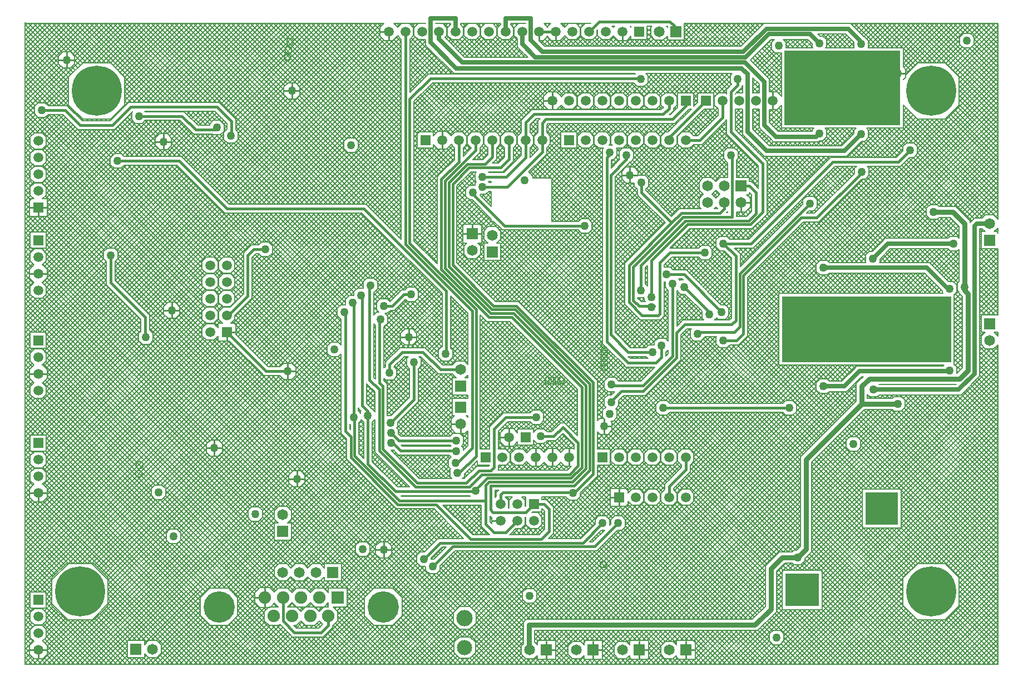
<source format=gbl>
G04 Layer_Physical_Order=4*
G04 Layer_Color=16711680*
%FSLAX25Y25*%
%MOIN*%
G70*
G01*
G75*
%ADD50C,0.00700*%
%ADD51C,0.01000*%
%ADD52C,0.03000*%
%ADD53C,0.01500*%
%ADD54C,0.02500*%
%ADD61C,0.05906*%
%ADD62R,0.05906X0.05906*%
%ADD63C,0.06500*%
%ADD64R,0.06500X0.06500*%
%ADD65R,0.05906X0.05906*%
%ADD66C,0.30000*%
%ADD67R,0.06500X0.06500*%
%ADD68C,0.07500*%
%ADD69R,0.07500X0.07500*%
%ADD70C,0.18740*%
%ADD71C,0.09780*%
%ADD72C,0.09093*%
%ADD73C,0.05000*%
%ADD87R,0.20500X0.19717*%
%ADD88R,0.19744X0.19744*%
%ADD89R,1.01500X0.39500*%
%ADD90R,0.69500X0.44500*%
D50*
X588955Y390500D02*
X590000Y389455D01*
X575179Y382846D02*
X582833Y390500D01*
X573765Y384260D02*
X580005Y390500D01*
X586126D02*
X590000Y386626D01*
X583298Y390500D02*
X590000Y383798D01*
X563499Y390500D02*
X569649Y384350D01*
X560670Y390500D02*
X568073Y383098D01*
X571026Y384350D02*
X577176Y390500D01*
X566327D02*
X572477Y384350D01*
X574812Y390500D02*
X590000Y375312D01*
X569156Y390500D02*
X590000Y369656D01*
X580469Y390500D02*
X590000Y380969D01*
X577641Y390500D02*
X590000Y378141D01*
X575850Y380688D02*
X585662Y390500D01*
X555013D02*
X567150Y378363D01*
X575850Y377860D02*
X588490Y390500D01*
X571984D02*
X590000Y372484D01*
X545041Y366850D02*
X568691Y390500D01*
X542213Y366850D02*
X565863Y390500D01*
X550698Y366850D02*
X574348Y390500D01*
X547870Y366850D02*
X571520Y390500D01*
X533421Y372200D02*
X551721Y390500D01*
X531414Y375850D02*
X546064Y390500D01*
X533421Y369372D02*
X554549Y390500D01*
X532386D02*
X556036Y366850D01*
X546528Y390500D02*
X590000Y347028D01*
X534850Y362316D02*
X563034Y390500D01*
X552185D02*
X590000Y352685D01*
X549357Y390500D02*
X590000Y349857D01*
X529558Y390500D02*
X553207Y366850D01*
X526729Y390500D02*
X550379Y366850D01*
X533740Y364035D02*
X560206Y390500D01*
X533421Y366544D02*
X557377Y390500D01*
X575850Y377825D02*
Y382175D01*
X573675Y384350D02*
X575850Y382175D01*
X573675Y375650D02*
X575850Y377825D01*
X573640Y375650D02*
X575850Y377860D01*
X569325Y384350D02*
X573675D01*
X567150Y382175D02*
X569325Y384350D01*
Y375650D02*
X573675D01*
X567150Y377825D02*
Y382175D01*
X566850Y354718D02*
X590000Y377868D01*
X566850Y357546D02*
X590000Y380696D01*
X572692Y375650D02*
X590000Y358342D01*
X569863Y375650D02*
X590000Y355513D01*
X575850Y378149D02*
X590000Y363999D01*
X575850Y380977D02*
X590000Y366827D01*
X574598Y376573D02*
X590000Y361170D01*
X567150Y377825D02*
X569325Y375650D01*
X557842Y390500D02*
X567150Y381192D01*
X556355Y366850D02*
X567240Y377735D01*
X560218Y365057D02*
X570812Y375650D01*
X558804Y366471D02*
X568654Y376321D01*
X533421Y375029D02*
X548892Y390500D01*
X523901D02*
X547551Y366850D01*
X553526D02*
X567150Y380474D01*
X541575Y366850D02*
X558425D01*
X564461Y360814D02*
X590000Y386353D01*
X563047Y362228D02*
X590000Y389181D01*
X566850Y349061D02*
X590000Y372211D01*
X565875Y359400D02*
X590000Y383525D01*
X566850Y351889D02*
X590000Y375039D01*
X561633Y363643D02*
X573640Y375650D01*
X566850Y346233D02*
X590000Y369383D01*
X558425Y366850D02*
X566850Y358425D01*
X518244Y390500D02*
X532894Y375850D01*
X512350Y376585D02*
X526265Y390500D01*
X522928Y375850D02*
X537578Y390500D01*
X520100Y375850D02*
X534750Y390500D01*
X509715Y382435D02*
X517779Y390500D01*
X508300Y383850D02*
X514951Y390500D01*
X512350Y379414D02*
X523436Y390500D01*
X511316Y381209D02*
X520608Y390500D01*
X525757Y375850D02*
X540407Y390500D01*
X517272Y375850D02*
X531921Y390500D01*
X528585Y375850D02*
X543235Y390500D01*
X521072D02*
X544722Y366850D01*
X512587Y390500D02*
X527237Y375850D01*
X509759Y390500D02*
X524409Y375850D01*
X515415Y390500D02*
X530065Y375850D01*
X514443D02*
X529093Y390500D01*
X504058Y388092D02*
X506466Y390500D01*
X502644Y389506D02*
X503637Y390500D01*
X506886Y385264D02*
X512122Y390500D01*
X505472Y386678D02*
X509294Y390500D01*
X498700Y390350D02*
X501800D01*
X498700D02*
X501800D01*
X503350Y388800D01*
X501800Y390350D02*
X503350Y388800D01*
X506930Y390500D02*
X521580Y375850D01*
X504102Y390500D02*
X518752Y375850D01*
X503350Y388800D02*
X509800Y382350D01*
X493481Y384150D02*
X501781Y375850D01*
X487350Y377041D02*
X494459Y384150D01*
X487350Y379870D02*
X491630Y384150D01*
X490653D02*
X498953Y375850D01*
X487824Y384150D02*
X496124Y375850D01*
X533421Y372495D02*
X540320Y365595D01*
X533421Y375323D02*
X541894Y366850D01*
X533421Y364354D02*
X534850Y362925D01*
X533421Y369666D02*
X538906Y364181D01*
X512350Y376595D02*
X513095Y375850D01*
X512350Y379423D02*
X515923Y375850D01*
X533421Y364354D02*
Y375850D01*
X532894D02*
X533421Y375323D01*
X534850Y359487D02*
X542213Y366850D01*
X534850Y360125D02*
X541575Y366850D01*
X534850Y362580D02*
X536077Y361353D01*
X533421Y366838D02*
X537492Y362767D01*
X534850Y360125D02*
Y362925D01*
Y358075D02*
Y360125D01*
X533421Y356646D02*
X534850Y358075D01*
X510175Y382350D02*
X512350Y380175D01*
X496310Y384150D02*
X503650Y376810D01*
X512350Y375850D02*
X533421D01*
X512350D02*
Y380175D01*
X498700Y384150D02*
X503650Y379200D01*
X487350Y376325D02*
Y380675D01*
X503129Y375850D02*
X503650Y376371D01*
X500301Y375850D02*
X503650Y379199D01*
X497472Y375850D02*
X502236Y380614D01*
X494644Y375850D02*
X500822Y382028D01*
X503650Y375850D02*
Y379200D01*
X486875Y375850D02*
X503650D01*
X491816D02*
X499408Y383442D01*
X488987Y375850D02*
X497287Y384150D01*
X487350Y378967D02*
X490467Y375850D01*
X486875D02*
X487350Y376325D01*
X566850Y343404D02*
X590000Y366554D01*
X543700Y390500D02*
X590000Y344200D01*
X566850Y347551D02*
X590000Y324401D01*
X566850Y356036D02*
X590000Y332886D01*
X566850Y353208D02*
X590000Y330058D01*
X566850Y341575D02*
Y358425D01*
Y350379D02*
X590000Y327229D01*
X558425Y333150D02*
X566850Y341575D01*
X590000Y273150D02*
Y390500D01*
X562767Y337492D02*
X590000Y310259D01*
X561352Y336078D02*
X590000Y307430D01*
X559938Y334663D02*
X590000Y304602D01*
X566850Y341894D02*
X590000Y318744D01*
X566850Y344722D02*
X590000Y321572D01*
X565595Y340320D02*
X590000Y315915D01*
X564181Y338906D02*
X590000Y313087D01*
X538043Y390500D02*
X590000Y338543D01*
X535214Y390500D02*
X590000Y335714D01*
X541850Y315576D02*
X590000Y363726D01*
X540871Y390500D02*
X590000Y341371D01*
X541850Y312747D02*
X590000Y360897D01*
X533421Y341304D02*
X541575Y333150D01*
X533421Y329774D02*
X539186Y335539D01*
X516575Y310100D02*
X540600Y334125D01*
X496002Y247100D02*
X590000Y341098D01*
X490345Y247100D02*
X590000Y346755D01*
X501659Y247100D02*
X590000Y335441D01*
X498830Y247100D02*
X590000Y338270D01*
X493173Y247100D02*
X590000Y343927D01*
X488221Y247804D02*
X590000Y349583D01*
X533421Y335725D02*
X590000Y279146D01*
X533421Y338553D02*
X590000Y281974D01*
X558524Y333249D02*
X590000Y301773D01*
X555795Y333150D02*
X590000Y298945D01*
X552966Y333150D02*
X590000Y296116D01*
X547309Y333150D02*
X590000Y290459D01*
X550138Y333150D02*
X590000Y293288D01*
X541575Y333150D02*
X558425D01*
X541850Y312325D02*
Y316675D01*
X540985Y317540D02*
X556596Y333150D01*
X544481D02*
X590000Y287631D01*
X541653Y333150D02*
X590000Y284803D01*
X553379Y281850D02*
X590000Y318471D01*
X550551Y281850D02*
X590000Y321299D01*
X555208Y280850D02*
X590000Y315642D01*
X541850Y315982D02*
X582341Y275491D01*
X558036Y280850D02*
X590000Y312814D01*
X541850Y313154D02*
X580927Y274077D01*
X525061Y310100D02*
X548111Y333150D01*
X522232Y310100D02*
X545282Y333150D01*
X539467Y318850D02*
X553768Y333150D01*
X536639Y318850D02*
X550939Y333150D01*
X539675Y318850D02*
X541850Y316675D01*
X519404Y310100D02*
X542454Y333150D01*
X539675Y310150D02*
X541850Y312325D01*
X535325Y318850D02*
X539675D01*
X533421Y332896D02*
X590000Y276317D01*
X504487Y247100D02*
X590000Y332613D01*
X533421Y330068D02*
X590000Y273489D01*
X524644Y261600D02*
X590000Y326956D01*
X533010Y327650D02*
X585061Y275600D01*
X514066Y253850D02*
X590000Y329784D01*
X540850Y311325D02*
X578575Y273600D01*
X527472Y261600D02*
X590000Y324128D01*
X533421Y338259D02*
X534943Y339782D01*
X533421Y327650D02*
Y341304D01*
Y332602D02*
X537772Y336953D01*
X533421Y335431D02*
X536358Y338368D01*
X512527Y325851D02*
X514326Y327650D01*
X511229D02*
X512527Y326352D01*
Y323022D02*
X517155Y327650D01*
X511229D02*
X533421D01*
X524525D02*
X534325Y317850D01*
X521697Y327650D02*
X533150Y316197D01*
X530182Y327650D02*
X538982Y318850D01*
X527354Y327650D02*
X536154Y318850D01*
X513747Y310100D02*
X531297Y327650D01*
X513211D02*
X529981Y310881D01*
X518868Y327650D02*
X532809Y313709D01*
X516040Y327650D02*
X531395Y312295D01*
X499069Y327650D02*
X503035Y323685D01*
X496241Y327650D02*
X501620Y322270D01*
X503827Y326352D02*
X505125Y327650D01*
X486375D02*
X505125D01*
X487350Y326130D02*
X488870Y327650D01*
X486375D02*
X487350Y326675D01*
X493412Y327650D02*
X500206Y320856D01*
X490584Y327650D02*
X498792Y319442D01*
X505262Y310100D02*
X522812Y327650D01*
X502433Y310100D02*
X519983Y327650D01*
X510919Y310100D02*
X528469Y327650D01*
X508090Y310100D02*
X525640Y327650D01*
X487756D02*
X497378Y318028D01*
X486806Y317100D02*
X497356Y327650D01*
X492463Y317100D02*
X503013Y327650D01*
X489634Y317100D02*
X500184Y327650D01*
X533150Y316675D02*
X535325Y318850D01*
X512527Y325506D02*
X527933Y310100D01*
X533150Y314050D02*
Y316675D01*
X529200Y310100D02*
X533150Y314050D01*
X512527Y322002D02*
Y326352D01*
X503827Y324477D02*
Y326352D01*
X510352Y319827D02*
X512527Y322002D01*
X508477Y319827D02*
X510352D01*
X512527Y322677D02*
X525105Y310100D01*
X511451Y320926D02*
X522276Y310100D01*
X527889D02*
X533150Y315361D01*
X509721Y319827D02*
X519448Y310100D01*
X507685Y319035D02*
X516619Y310100D01*
X506271Y317620D02*
X513791Y310100D01*
X504856Y316206D02*
X510962Y310100D01*
X503442Y314792D02*
X508134Y310100D01*
X501898Y327650D02*
X503827Y325721D01*
X495291Y317100D02*
X503827Y325636D01*
X501100Y312450D02*
X508477Y319827D01*
X496450Y317100D02*
X503827Y324477D01*
X487350Y322325D02*
Y326675D01*
Y323301D02*
X491699Y327650D01*
X487350Y322399D02*
X492649Y317100D01*
X487350Y325227D02*
X495477Y317100D01*
X502028Y313378D02*
X505306Y310100D01*
X499605D02*
X509332Y319827D01*
X500614Y311964D02*
X502477Y310100D01*
X499550Y310900D02*
X501100Y312450D01*
X499550Y310900D02*
X501100Y312450D01*
X493948Y310100D02*
X494748Y310900D01*
X493192D02*
X493992Y310100D01*
X487535Y310900D02*
X489017Y309418D01*
X484674Y382850D02*
X485974Y384150D01*
X486339Y381686D02*
X488802Y384150D01*
X482000D02*
X498700D01*
X485175Y382850D02*
X487350Y380675D01*
X483300Y382850D02*
X485175D01*
X482167Y384150D02*
X483467Y382850D01*
X482000Y384150D02*
X483300Y382850D01*
X482573Y383577D02*
X483145Y384150D01*
X475950Y380900D02*
X478650Y378200D01*
X484996Y384150D02*
X493296Y375850D01*
X478650Y376325D02*
Y378200D01*
Y376325D02*
X479125Y375850D01*
X477673D02*
X478650Y376827D01*
X474104Y380900D02*
X478650Y376354D01*
X471275Y380900D02*
X476325Y375850D01*
X474845D02*
X477922Y378927D01*
X472017Y375850D02*
X476508Y380342D01*
X452800Y390350D02*
X498700D01*
X402100Y390500D02*
X590000D01*
X465618Y380900D02*
X470668Y375850D01*
X461302Y380900D02*
X475950D01*
X462113Y380089D02*
X462924Y380900D01*
X454327Y379175D02*
X456052Y380900D01*
X463027Y378174D02*
X465753Y380900D01*
X461302D02*
X463027Y379175D01*
X466360Y375850D02*
X471410Y380900D01*
X463531Y375850D02*
X468581Y380900D01*
X469188Y375850D02*
X474238Y380900D01*
X468447D02*
X473497Y375850D01*
X463027D02*
Y379175D01*
X462790Y380900D02*
X467840Y375850D01*
X463027Y377834D02*
X465012Y375850D01*
X449983Y376737D02*
X460221Y366498D01*
X463027Y375850D02*
X479125D01*
X459726Y372650D02*
X460221Y372155D01*
X456898Y372650D02*
X460221Y369327D01*
X456502Y372650D02*
X460221D01*
X454327Y374825D02*
X456502Y372650D01*
X453100Y356933D02*
X460221Y364054D01*
X453955Y349303D02*
X460221Y355569D01*
X453100Y354105D02*
X460221Y361226D01*
X458695Y339740D02*
X460221Y338214D01*
X457651Y338697D02*
X460221Y341267D01*
X456909Y338697D02*
X460221Y335386D01*
X454081Y338697D02*
X460221Y332557D01*
Y346733D02*
Y372650D01*
X456783Y349303D02*
X460221Y352741D01*
X458632Y348323D02*
X460221Y349912D01*
X457651Y349303D02*
X460221Y346733D01*
X448569Y375322D02*
X460221Y363670D01*
X447154Y373908D02*
X460221Y360842D01*
X450330Y359820D02*
X460221Y369711D01*
X448916Y361234D02*
X460221Y372540D01*
X447502Y362649D02*
X457503Y372650D01*
X445740Y372494D02*
X460221Y358013D01*
X451744Y358406D02*
X460221Y366883D01*
X444326Y371080D02*
X460221Y355185D01*
X453100Y351276D02*
X460221Y358397D01*
X442912Y369666D02*
X460221Y352356D01*
X453100Y331477D02*
X460221Y338598D01*
X453100Y356649D02*
X460221Y349528D01*
X453100Y349303D02*
X457651D01*
X453100Y353820D02*
X457618Y349303D01*
X453100Y334306D02*
X457491Y338697D01*
X453100D02*
X457651D01*
X449700Y390350D02*
X452800D01*
X449700D02*
X452800D01*
X454305Y380900D02*
X455178Y380026D01*
X454146Y380900D02*
X456052D01*
X447533Y390500D02*
X448692Y389342D01*
X444705Y390500D02*
X447277Y387927D01*
X448150Y388800D02*
X449700Y390350D01*
X448150Y388800D02*
X449700Y390350D01*
X454327Y374825D02*
Y379175D01*
X452811Y379565D02*
X454327Y378049D01*
X451397Y378151D02*
X454327Y375221D01*
X446087Y364063D02*
X455588Y373564D01*
X444673Y365477D02*
X454327Y375131D01*
X443259Y366891D02*
X454327Y377960D01*
X451550Y358600D02*
X453100Y357050D01*
X451550Y358600D02*
X453100Y357050D01*
X439048Y390500D02*
X444449Y385099D01*
X436219Y390500D02*
X443035Y383685D01*
X441876Y390500D02*
X445863Y386513D01*
X435950Y376600D02*
X448150Y388800D01*
X427734Y390500D02*
X438792Y379442D01*
X424906Y390500D02*
X437378Y378028D01*
X433391Y390500D02*
X441620Y382271D01*
X430562Y390500D02*
X440206Y380856D01*
X441845Y368305D02*
X454439Y380900D01*
X433169Y376600D02*
X447069Y390500D01*
X441946Y368700D02*
X454146Y380900D01*
X441698Y368452D02*
X451550Y358600D01*
X427512Y376600D02*
X441412Y390500D01*
X424683Y376600D02*
X438583Y390500D01*
X443147Y357703D02*
X446900Y353950D01*
X430340Y376600D02*
X444240Y390500D01*
X453100Y353950D02*
Y357050D01*
Y353950D02*
Y357050D01*
Y350992D02*
X454789Y349303D01*
X453100D02*
Y353950D01*
X443147Y355466D02*
X444266Y356584D01*
X443147Y348803D02*
Y357703D01*
Y349809D02*
X446900Y353562D01*
X443147Y352638D02*
X445680Y355170D01*
X453100Y337134D02*
X454663Y338697D01*
X453100Y331050D02*
Y338697D01*
X446900Y348803D02*
Y353950D01*
X443147Y352459D02*
X446804Y348803D01*
X445096Y339197D02*
X446900Y337393D01*
X444969Y348803D02*
X446900Y350733D01*
X443147Y355288D02*
X446900Y351535D01*
X435761Y351361D02*
X436947Y350174D01*
X443147Y348803D02*
X446900D01*
X443147Y349631D02*
X443975Y348803D01*
X436947D02*
Y353422D01*
X433656Y348803D02*
X436947Y352094D01*
X436484Y348803D02*
X436947Y349266D01*
X432600Y339197D02*
X436947D01*
X443147Y338317D02*
X446900Y334564D01*
X443147Y339197D02*
X446900D01*
X443147Y335489D02*
X446900Y331736D01*
X443147Y332839D02*
X446900Y336591D01*
X443147Y335667D02*
X446678Y339197D01*
X443147Y338495D02*
X443849Y339197D01*
X433782D02*
X436947Y336032D01*
X432600Y337551D02*
X436947Y333204D01*
X485175Y320150D02*
X487350Y322325D01*
X483300Y320150D02*
X485175D01*
X482550Y319400D02*
X483300Y320150D01*
X482550Y319400D02*
X483300Y320150D01*
X478650Y326675D02*
X479625Y327650D01*
X476442D02*
X478492Y325600D01*
X479450Y319400D02*
X482550D01*
X478650Y325600D02*
Y326675D01*
X485938Y248350D02*
X590000Y352412D01*
X483977Y317100D02*
X494527Y327650D01*
X485973Y320948D02*
X489820Y317100D01*
X483942Y320150D02*
X486992Y317100D01*
X481149D02*
X484199Y320150D01*
X479450Y319400D02*
X482550D01*
X479035D02*
X481335Y317100D01*
X478321D02*
X480620Y319400D01*
X473614Y327650D02*
X475664Y325600D01*
X472678D02*
X474728Y327650D01*
X475507Y325600D02*
X477557Y327650D01*
X460221D02*
X479625D01*
X467957D02*
X470007Y325600D01*
X467022D02*
X469071Y327650D01*
X470785D02*
X472835Y325600D01*
X469850D02*
X471900Y327650D01*
X463610Y228850D02*
X590000Y355240D01*
X460781Y228850D02*
X590000Y358069D01*
X465128Y327650D02*
X467178Y325600D01*
X458550D02*
X478650D01*
X461365D02*
X463415Y327650D01*
X453100Y334021D02*
X461521Y325600D01*
X464193D02*
X466243Y327650D01*
X462300D02*
X464350Y325600D01*
X475492Y317100D02*
X477792Y319400D01*
X473378D02*
X475678Y317100D01*
X481863Y319400D02*
X484164Y317100D01*
X476207Y319400D02*
X478507Y317100D01*
X467007D02*
X469307Y319400D01*
X464893D02*
X467193Y317100D01*
X472664D02*
X474964Y319400D01*
X470550D02*
X472850Y317100D01*
X476221Y310900D02*
X483361Y303761D01*
X470565Y310900D02*
X480532Y300932D01*
X484707Y310900D02*
X487603Y308003D01*
X481878Y310900D02*
X486189Y306589D01*
X467721Y319400D02*
X470021Y317100D01*
X464178D02*
X466478Y319400D01*
X469835Y317100D02*
X472135Y319400D01*
X467736Y310900D02*
X479118Y299518D01*
X458550Y319400D02*
X479450D01*
X453050Y317100D02*
X496450D01*
X456422Y310900D02*
X473461Y293861D01*
X453050Y310900D02*
X496450D01*
X459236Y319400D02*
X461536Y317100D01*
X458522D02*
X460821Y319400D01*
X462065D02*
X464364Y317100D01*
X461350D02*
X463650Y319400D01*
X451600Y279066D02*
X483434Y310900D01*
X451600Y281894D02*
X480606Y310900D01*
X451600Y276237D02*
X486263Y310900D01*
X439291Y261100D02*
X489091Y310900D01*
X453594D02*
X472047Y292447D01*
X451600Y293208D02*
X469292Y310900D01*
X451600Y284723D02*
X477777Y310900D01*
X451600Y287551D02*
X474949Y310900D01*
X460221Y327650D02*
Y341267D01*
X453100Y336850D02*
X460221Y329729D01*
X455715Y328435D02*
X460221Y332942D01*
X454300Y329850D02*
X460221Y335770D01*
X446900Y327950D02*
Y331050D01*
Y339197D01*
X457129Y327021D02*
X460221Y330113D01*
X446900Y327950D02*
Y331050D01*
X453100D02*
X458550Y325600D01*
X453100Y331193D02*
X458693Y325600D01*
X458543Y325607D02*
X460586Y327650D01*
X448450Y326400D02*
X453900Y320950D01*
X446900Y327950D02*
X448450Y326400D01*
X446900Y327950D02*
X448450Y326400D01*
X447300Y322849D02*
X449650Y325200D01*
X445886Y324264D02*
X448236Y326614D01*
X443147Y330010D02*
X446900Y333763D01*
X443147Y327003D02*
Y339197D01*
Y327182D02*
X446900Y330934D01*
X443147Y332660D02*
X446900Y328908D01*
X436947Y327003D02*
Y339197D01*
X432600Y327948D02*
X436947Y332295D01*
X433440Y325960D02*
X436947Y329467D01*
X432600Y331894D02*
X436947Y327547D01*
X443147Y327004D02*
X453051Y317100D01*
X443147Y329832D02*
X455879Y317100D01*
X443147Y327003D02*
X453050Y317100D01*
X432600Y326800D02*
X450300Y309100D01*
X444472Y325678D02*
X446900Y328106D01*
X422572Y327780D02*
X446400Y303952D01*
X436947Y323903D02*
X438497Y322353D01*
X436947Y323903D02*
Y327003D01*
X453900Y320950D02*
X455450Y319400D01*
X453900Y320950D02*
X455450Y319400D01*
X458550D01*
X455450D02*
X458550D01*
X450129Y320021D02*
X452479Y322371D01*
X448715Y321435D02*
X451065Y323785D01*
X452957Y317193D02*
X455307Y319543D01*
X451543Y318607D02*
X453893Y320957D01*
X456408Y319400D02*
X458708Y317100D01*
X455693D02*
X457993Y319400D01*
X451600Y301693D02*
X460807Y310900D01*
X449950D02*
X453050D01*
X448996Y310403D02*
X449721Y311128D01*
X448400Y312450D02*
X449950Y310900D01*
X450411Y308989D02*
X452321Y310900D01*
X449950D02*
X453050D01*
X441925Y317475D02*
X442651Y318199D01*
X440511Y318889D02*
X441236Y319614D01*
X444754Y314646D02*
X445479Y315371D01*
X443340Y316060D02*
X444065Y316785D01*
X436947Y323903D02*
X438497Y322353D01*
X436269Y323131D02*
X436994Y323856D01*
X439097Y320303D02*
X439822Y321028D01*
X437683Y321717D02*
X438408Y322442D01*
X446168Y313232D02*
X446893Y313957D01*
X438497Y322353D02*
X448400Y312450D01*
X449950Y310900D01*
X447582Y311818D02*
X448307Y312543D01*
X434350Y309899D02*
X438026Y313575D01*
X428700Y322900D02*
X446400Y305200D01*
X434350Y313173D02*
X446400Y301123D01*
X433350Y306071D02*
X439440Y312160D01*
X583899Y275600D02*
X590000Y281701D01*
X579070Y273600D02*
X590000Y284530D01*
X569841Y275684D02*
X590000Y295843D01*
X588553Y274597D02*
X590000Y276044D01*
X586727Y275600D02*
X590000Y278873D01*
X582450Y275600D02*
X587550D01*
X571255Y274270D02*
X590000Y293015D01*
X580450Y273600D02*
X582450Y275600D01*
X579050Y273600D02*
X580450D01*
X576242D02*
X590000Y287358D01*
X572669Y272856D02*
X590000Y290186D01*
X587550Y275600D02*
X590000Y273150D01*
X575950Y273600D02*
X579050D01*
X571675Y273850D02*
X573350Y272175D01*
X571675Y273850D02*
X573350Y272175D01*
X574450Y272100D02*
X575950Y273600D01*
X574450Y272100D02*
X575950Y273600D01*
X563693Y280850D02*
X590000Y307157D01*
X560865Y280850D02*
X590000Y309985D01*
X567012Y278513D02*
X590000Y301500D01*
X565598Y279927D02*
X590000Y304329D01*
X561325Y280850D02*
X564675D01*
X561325D02*
X564675D01*
X566350Y279175D01*
X564675Y280850D02*
X566350Y279175D01*
X539197Y310150D02*
X575848Y273498D01*
X536709Y309809D02*
X574434Y272084D01*
X568427Y277098D02*
X590000Y298672D01*
X566350Y279175D02*
X571675Y273850D01*
X561325Y274150D02*
X566650Y268825D01*
X561055Y274150D02*
X566650Y268555D01*
X558226Y274150D02*
X566650Y265726D01*
X555398Y274150D02*
X566650Y262898D01*
X590000Y265600D02*
Y267850D01*
X587750Y265600D02*
X590000Y267850D01*
X588041Y265600D02*
X590000Y267559D01*
X587750Y265600D02*
X590000D01*
X580450Y267400D02*
X582250Y265600D01*
X579100Y267400D02*
X580450D01*
X588577Y266427D02*
X589404Y265600D01*
X579900D02*
X582250D01*
X579118Y267400D02*
X580918Y265600D01*
X579100Y265144D02*
X580903Y266947D01*
X589404Y265600D02*
X590136Y264867D01*
X579100Y261761D02*
X579900Y260962D01*
Y255400D02*
Y265600D01*
X579100Y259487D02*
X579900Y260287D01*
X579100Y256659D02*
X579900Y257459D01*
X579100Y258933D02*
X579900Y258133D01*
X575950Y273600D02*
X579050D01*
X573350Y271000D02*
X574400Y272050D01*
X579100Y264590D02*
X579900Y263790D01*
X573350Y271000D02*
X574400Y272050D01*
X573350Y271000D02*
Y272175D01*
X553569Y273150D02*
X563869Y262850D01*
X573350Y271000D02*
Y272175D01*
X565492Y262850D02*
X566650Y264008D01*
Y261875D02*
Y268825D01*
X562664Y262850D02*
X566650Y266836D01*
X579100Y262316D02*
X579900Y263116D01*
X565675Y262850D02*
X566650Y261875D01*
X555757Y261600D02*
X564816Y270659D01*
X552928Y261600D02*
X563402Y272073D01*
X561325Y262850D02*
X565675D01*
X558585Y261600D02*
X566230Y269245D01*
X537050Y310150D02*
X539675D01*
X533100Y306200D02*
X537050Y310150D01*
X530305Y304900D02*
X553355Y281850D01*
X527476Y304900D02*
X550526Y281850D01*
X531800Y304900D02*
X533100Y306200D01*
X531800Y304900D02*
X533100Y306200D01*
X529200Y304900D02*
X531800D01*
X529200D02*
X531800D01*
X535295Y308395D02*
X562840Y280850D01*
X533881Y306981D02*
X560011Y280850D01*
X532467Y305567D02*
X557183Y280850D01*
X516162Y304900D02*
X559462Y261600D01*
X521819Y304900D02*
X547150Y279569D01*
X518991Y304900D02*
X547150Y276741D01*
X524648Y304900D02*
X548511Y281036D01*
X513334Y304900D02*
X556634Y261600D01*
X512850Y303546D02*
X514204Y304900D01*
X511625D02*
X512850Y303675D01*
Y300718D02*
X517032Y304900D01*
X511625D02*
X529200D01*
X504150Y303675D02*
X505375Y304900D01*
X498849Y310900D02*
X499649Y310100D01*
X504150Y300550D02*
Y303675D01*
X502020Y304900D02*
X504150Y302770D01*
X512850Y299727D02*
X550977Y261600D01*
X512850Y302556D02*
X553806Y261600D01*
X511637Y298112D02*
X548149Y261600D01*
X509770Y297150D02*
X545320Y261600D01*
X512850Y299325D02*
Y303675D01*
X499192Y304900D02*
X503846Y300246D01*
X510675Y297150D02*
X512850Y299325D01*
X508550Y297150D02*
X510675D01*
X554675Y280850D02*
X561325D01*
X553675Y281850D02*
X554675Y280850D01*
Y274150D02*
X561325D01*
X553675Y273150D02*
X554675Y274150D01*
X549325Y281850D02*
X553675D01*
X547150Y279675D02*
X549325Y281850D01*
Y273150D02*
X553675D01*
X547150Y275325D02*
Y279675D01*
X550100Y261600D02*
X561987Y273488D01*
X547271Y261600D02*
X559821Y274150D01*
X560075Y261600D02*
X561325Y262850D01*
X550741Y273150D02*
X561183Y262708D01*
X547150Y275325D02*
X549325Y273150D01*
X544443Y261600D02*
X556993Y274150D01*
X541615Y261600D02*
X553165Y273150D01*
X538786Y261600D02*
X550336Y273150D01*
X533129Y261600D02*
X547150Y275621D01*
X530301Y261600D02*
X547150Y278449D01*
X535958Y261600D02*
X548416Y274059D01*
X525550Y261600D02*
X560075D01*
X507746Y296346D02*
X542492Y261600D01*
X500675Y289275D02*
X528350Y261600D01*
X522450D02*
X525550D01*
X522450D02*
X525550D01*
X506332Y294932D02*
X539664Y261600D01*
X504917Y293517D02*
X536835Y261600D01*
X503503Y292103D02*
X534007Y261600D01*
X502089Y290689D02*
X531178Y261600D01*
X499261Y287861D02*
X525521Y261600D01*
X497847Y286446D02*
X522693Y261600D01*
X520900Y260050D02*
X522450Y261600D01*
X520900Y260050D02*
X522450Y261600D01*
X585462Y255400D02*
X590000Y250862D01*
X579100Y251002D02*
X583498Y255400D01*
X588290D02*
X590000Y253690D01*
X579900Y255400D02*
X590000D01*
X579100Y253831D02*
X580669Y255400D01*
X565675Y254150D02*
X566650Y255125D01*
X564084Y254150D02*
X566650Y251584D01*
X561325Y254150D02*
X565675D01*
X582633Y255400D02*
X590000Y248033D01*
X579100Y256105D02*
X590000Y245205D01*
X579100Y239688D02*
X590000Y250588D01*
X579100Y242517D02*
X590000Y253417D01*
X579100Y248174D02*
X586326Y255400D01*
X579100Y245345D02*
X589155Y255400D01*
X579100Y253276D02*
X590000Y242376D01*
X566650Y235675D02*
Y255125D01*
X560006Y255400D02*
X566650Y248756D01*
X557177Y255400D02*
X566650Y245927D01*
X560075Y255400D02*
X561325Y254150D01*
X550810Y245340D02*
X560473Y255002D01*
X546914Y247100D02*
X555214Y255400D01*
X544085Y247100D02*
X552385Y255400D01*
X549396Y246754D02*
X558042Y255400D01*
X525550D02*
X560075D01*
X554349D02*
X566650Y243099D01*
X551520Y255400D02*
X566650Y240270D01*
X555053Y241097D02*
X566650Y252694D01*
X548692Y255400D02*
X566650Y237442D01*
X545863Y255400D02*
X566119Y235144D01*
X543035Y255400D02*
X562585Y235850D01*
X553639Y242511D02*
X565277Y254150D01*
X552224Y243926D02*
X562449Y254150D01*
X579100Y236860D02*
X590000Y247760D01*
X579100Y250448D02*
X590000Y239548D01*
X579100Y244791D02*
X590000Y233891D01*
X579100Y247619D02*
X590000Y236719D01*
X579100Y234032D02*
X590000Y244932D01*
X563561Y235464D02*
X566650Y238552D01*
X565650Y234675D02*
X566650Y235675D01*
X564976Y234049D02*
X566650Y235724D01*
X579100Y241963D02*
X590000Y231063D01*
X579100Y231203D02*
X590000Y242103D01*
X579100Y239134D02*
X590000Y228234D01*
X579100Y228375D02*
X590000Y239275D01*
X565650Y230325D02*
Y234675D01*
X565350Y229325D02*
Y233675D01*
X565650Y230325D02*
X566650Y229325D01*
X565350Y230257D02*
X566650Y228957D01*
X557881Y238269D02*
X566650Y247037D01*
X556467Y239683D02*
X566650Y249866D01*
X561119Y235850D02*
X566650Y241381D01*
X559296Y236855D02*
X566650Y244209D01*
X550600Y245550D02*
X560300Y235850D01*
X545950Y240900D02*
X556650Y230200D01*
X563175Y235850D02*
X565350Y233675D01*
X560300Y235850D02*
X563175D01*
X554119Y228850D02*
X556060Y230790D01*
X543393Y240900D02*
X555443Y228850D01*
X556650Y229325D02*
X557125Y228850D01*
X556650Y229325D02*
Y230200D01*
X545634Y228850D02*
X551817Y235033D01*
X540564Y240900D02*
X552614Y228850D01*
X551291D02*
X554645Y232205D01*
X548463Y228850D02*
X553231Y233619D01*
X531721Y255400D02*
X540021Y247100D01*
X529943D02*
X538243Y255400D01*
X534550D02*
X542850Y247100D01*
X532771D02*
X541071Y255400D01*
X528893D02*
X537193Y247100D01*
X527115D02*
X535415Y255400D01*
X526064D02*
X534365Y247100D01*
X524393Y254243D02*
X531536Y247100D01*
X549050D02*
X550600Y245550D01*
X541257Y247100D02*
X549557Y255400D01*
X549050Y247100D02*
X550600Y245550D01*
X545950Y247100D02*
X549050D01*
X537378Y255400D02*
X545678Y247100D01*
X535600D02*
X543900Y255400D01*
X540207D02*
X548507Y247100D01*
X538428D02*
X546728Y255400D01*
X519350Y249200D02*
X525550Y255400D01*
X514700Y253850D02*
X520900Y260050D01*
X521458Y247100D02*
X529758Y255400D01*
X519350Y247821D02*
X526929Y255400D01*
X512825Y253850D02*
X514700D01*
X510650Y251675D02*
X512825Y253850D01*
X519350Y247325D02*
Y249200D01*
X510650Y247325D02*
Y251675D01*
X524286Y247100D02*
X532586Y255400D01*
X522979Y252829D02*
X528708Y247100D01*
X521565Y251415D02*
X525879Y247100D01*
X519125D02*
X545950D01*
X520150Y250000D02*
X523051Y247100D01*
X507316D02*
X510650Y250434D01*
X519350Y247972D02*
X520222Y247100D01*
X510144D02*
X510650Y247606D01*
X545950Y247100D02*
X549050D01*
X537736Y240900D02*
X549786Y228850D01*
X542806D02*
X550403Y236447D01*
X539977Y228850D02*
X548989Y237861D01*
X534908Y240900D02*
X546958Y228850D01*
X532079Y240900D02*
X544129Y228850D01*
X537149D02*
X547574Y239276D01*
X534320Y228850D02*
X546160Y240690D01*
X528664Y228850D02*
X540714Y240900D01*
X526422D02*
X538472Y228850D01*
X531492D02*
X543542Y240900D01*
X529251D02*
X541301Y228850D01*
X523007D02*
X535057Y240900D01*
X520765D02*
X532816Y228850D01*
X525835D02*
X537885Y240900D01*
X523594D02*
X535644Y228850D01*
X506036D02*
X518086Y240900D01*
X503795D02*
X515845Y228850D01*
X508865D02*
X520915Y240900D01*
X506623D02*
X518673Y228850D01*
X500379D02*
X512429Y240900D01*
X498138D02*
X510188Y228850D01*
X503208D02*
X515258Y240900D01*
X500967D02*
X513017Y228850D01*
X517350D02*
X529400Y240900D01*
X515109D02*
X527159Y228850D01*
X520178D02*
X532228Y240900D01*
X517937D02*
X529987Y228850D01*
X511693D02*
X523743Y240900D01*
X509452D02*
X521502Y228850D01*
X514521D02*
X526571Y240900D01*
X512280D02*
X524330Y228850D01*
X496450Y310900D02*
X499550D01*
X496776Y310100D02*
X497576Y310900D01*
X496020D02*
X496820Y310100D01*
X496450Y310900D02*
X499550D01*
X492300Y310100D02*
X529200D01*
X491119D02*
X491920Y310900D01*
X490364D02*
X491163Y310100D01*
X489700D02*
X492300D01*
X489700D02*
X492300D01*
X496363Y304900D02*
X502432Y298832D01*
X492300Y304900D02*
X505375D01*
X493535D02*
X501018Y297417D01*
X491503Y304103D02*
X499603Y296003D01*
X488400Y308800D02*
X489700Y310100D01*
X488400Y308800D02*
X489700Y310100D01*
X490089Y302689D02*
X498189Y294589D01*
X488675Y301275D02*
X496775Y293175D01*
X464908Y310900D02*
X477704Y298104D01*
X462079Y310900D02*
X476290Y296690D01*
X479050Y310900D02*
X484775Y305175D01*
X473393Y310900D02*
X481947Y302346D01*
X451600Y296036D02*
X466464Y310900D01*
X450766D02*
X470633Y291033D01*
X459251Y310900D02*
X474875Y295275D01*
X451600Y290380D02*
X472121Y310900D01*
X481850Y283860D02*
X502890Y304900D01*
X480843Y285682D02*
X500062Y304900D01*
X481850Y281031D02*
X504150Y303331D01*
X480200Y276600D02*
X504150Y300550D01*
X479183Y286850D02*
X497233Y304900D01*
X451600Y307237D02*
X469218Y289618D01*
X476355Y286850D02*
X494405Y304900D01*
X451600Y304409D02*
X467804Y288204D01*
X487261Y299861D02*
X495361Y291761D01*
X485847Y298446D02*
X493947Y290347D01*
X484432Y297032D02*
X492532Y288932D01*
X483018Y295618D02*
X491118Y287518D01*
X481604Y294204D02*
X489704Y286104D01*
X480190Y292790D02*
X488290Y284690D01*
X479675Y286850D02*
X481850Y284675D01*
X478775Y291375D02*
X486875Y283275D01*
X481850Y280325D02*
Y284675D01*
X477361Y289961D02*
X485461Y281861D01*
X481850Y282644D02*
X484047Y280447D01*
X481595Y280070D02*
X482633Y279033D01*
X480181Y278656D02*
X481218Y277619D01*
X479675Y278150D02*
X481850Y280325D01*
X477859Y278150D02*
X479409Y276600D01*
X477419D02*
X478968Y278150D01*
X475947Y288547D02*
X477644Y286850D01*
X474533Y287133D02*
X475070Y286595D01*
X475325Y286850D02*
X479675D01*
X473150Y284675D02*
X475325Y286850D01*
X473150Y282232D02*
Y284675D01*
X473118Y285718D02*
X473656Y285181D01*
X471704Y284304D02*
X473150Y282859D01*
X470290Y282890D02*
X472049Y281131D01*
X476868Y278150D02*
X479675D01*
X475318Y276600D02*
X476868Y278150D01*
X475949Y277231D02*
X476580Y276600D01*
X475318D02*
X480200D01*
X468876Y281476D02*
X470635Y279717D01*
X467462Y280062D02*
X469221Y278303D01*
X466047Y278647D02*
X467806Y276888D01*
X464633Y277233D02*
X466392Y275474D01*
X451600Y298865D02*
X463635Y310900D01*
X451600Y304522D02*
X457978Y310900D01*
X451600Y307350D02*
X455150Y310900D01*
X450300Y309100D02*
X451600Y307800D01*
Y305200D02*
Y307800D01*
X450300Y309100D02*
X451600Y307800D01*
Y305200D02*
Y307800D01*
X442489Y295411D02*
X446400Y299322D01*
X451600Y301580D02*
X466390Y286790D01*
X451600Y278618D02*
Y305200D01*
Y295923D02*
X463562Y283962D01*
X451600Y298752D02*
X464976Y285376D01*
X446400Y291500D02*
Y305200D01*
X443903Y293997D02*
X446400Y296493D01*
X443600Y294300D02*
X446300Y291600D01*
X442300Y295600D02*
X443600Y294300D01*
X434350Y310345D02*
X446400Y298295D01*
X433865Y298100D02*
X443682Y307918D01*
X439522Y298100D02*
X446400Y304978D01*
X436693Y298100D02*
X445096Y306504D01*
X433350Y300414D02*
X442268Y309332D01*
X433350Y303242D02*
X440854Y310746D01*
X433350Y298100D02*
X441100D01*
X433350Y302860D02*
X438110Y298100D01*
X441100Y296850D02*
X446400Y302150D01*
X433446Y308421D02*
X446400Y295466D01*
X442300Y295600D02*
X443600Y294300D01*
X441100Y297938D02*
X446400Y292638D01*
X441100Y295600D02*
Y298100D01*
X433350Y305688D02*
X440938Y298100D01*
X441100Y295600D02*
X442300D01*
X441100D02*
X442300D01*
X451600Y293095D02*
X462148Y282547D01*
X445318Y292582D02*
X446400Y293665D01*
X451600Y290266D02*
X460733Y281133D01*
X441600Y283208D02*
X442400Y284008D01*
X441600Y280200D02*
Y285800D01*
X441482Y285918D02*
X442400Y286836D01*
X441600Y280380D02*
X442400Y281179D01*
X441600Y283296D02*
X442400Y282496D01*
X451600Y284610D02*
X457905Y278305D01*
X451600Y287438D02*
X459319Y279719D01*
X451600Y278953D02*
X455076Y275476D01*
X451600Y281781D02*
X456491Y276891D01*
X442400Y277800D02*
Y287700D01*
X441600Y280468D02*
X442400Y279667D01*
X451600Y276018D02*
Y278618D01*
Y276018D02*
Y278618D01*
X441100Y289000D02*
X442400Y287700D01*
X439824Y287900D02*
X442400Y285324D01*
X439500Y287900D02*
X441600Y285800D01*
X441100Y287900D02*
Y289000D01*
X440635Y287900D02*
X441100Y288365D01*
X440068Y287332D02*
X440635Y287900D01*
X439500D02*
X441100D01*
X438800Y277400D02*
X441600Y280200D01*
X438621Y277400D02*
X441600Y280380D01*
X440319Y278920D02*
X441920Y277320D01*
X439450Y274850D02*
X442400Y277800D01*
X438905Y277505D02*
X440505Y275905D01*
X433350Y277400D02*
X438800D01*
X436182D02*
X438732Y274850D01*
X436070D02*
X438621Y277400D01*
X496432Y285032D02*
X521157Y260307D01*
X484100Y272700D02*
X508550Y297150D01*
X495018Y283618D02*
X519743Y258893D01*
X493604Y282204D02*
X518329Y257479D01*
X482800Y271400D02*
X484100Y272700D01*
X482800Y271400D02*
X484100Y272700D01*
X480200Y271400D02*
X482800D01*
X480200D02*
X482800D01*
X492190Y280790D02*
X516915Y256065D01*
X490775Y279375D02*
X515500Y254650D01*
X489361Y277961D02*
X513472Y253850D01*
X487947Y276547D02*
X511734Y252760D01*
X486533Y275133D02*
X510650Y251015D01*
X485118Y273719D02*
X510650Y248187D01*
X483704Y272304D02*
X508909Y247100D01*
X481780Y271400D02*
X506080Y247100D01*
X478952Y271400D02*
X503252Y247100D01*
X444600Y257200D02*
X492300Y304900D01*
X471883Y269983D02*
X494767Y247100D01*
X470469Y268569D02*
X491938Y247100D01*
X473300Y271400D02*
X480200D01*
X440700Y261100D02*
X488400Y308800D01*
X467641Y265741D02*
X485031Y248350D01*
X466226Y264326D02*
X482764Y247789D01*
X476123Y271400D02*
X500423Y247100D01*
X473298Y271397D02*
X497595Y247100D01*
X469055Y267155D02*
X489110Y247100D01*
X461984Y260084D02*
X493218Y228850D01*
X440100Y233625D02*
X477875Y271400D01*
X440100Y230796D02*
X480704Y271400D01*
X464812Y262912D02*
X481350Y246375D01*
X463398Y261498D02*
X481150Y243746D01*
X488925Y240900D02*
X545950D01*
X488925Y247100D02*
X510875D01*
X497551Y228850D02*
X509601Y240900D01*
X492481D02*
X504531Y228850D01*
X487675Y248350D02*
X488925Y247100D01*
X483325Y248350D02*
X487675D01*
X491894Y228850D02*
X503944Y240900D01*
X487675Y239650D02*
X488925Y240900D01*
X489653D02*
X501703Y228850D01*
X489066D02*
X501116Y240900D01*
X495310D02*
X507360Y228850D01*
X494722D02*
X506772Y240900D01*
X486237Y228850D02*
X498287Y240900D01*
X483409Y228850D02*
X495459Y240900D01*
X487875Y239850D02*
X498874Y228850D01*
X485246Y239650D02*
X496046Y228850D01*
X480580D02*
X492630Y240900D01*
X477752Y228850D02*
X489802Y240900D01*
X483325Y239650D02*
X487675D01*
X474923Y228850D02*
X485723Y239650D01*
X481150Y241825D02*
Y246175D01*
X483325Y248350D01*
X481150Y241825D02*
X483325Y239650D01*
X472095Y228850D02*
X483110Y239865D01*
X460569Y258669D02*
X490389Y228850D01*
X459155Y257255D02*
X487561Y228850D01*
X458650D02*
X557125D01*
X457741Y255841D02*
X484732Y228850D01*
X456327Y254427D02*
X481904Y228850D01*
X454913Y253013D02*
X479075Y228850D01*
X469267D02*
X481696Y241279D01*
X466438Y228850D02*
X481150Y243562D01*
X463219Y275819D02*
X464978Y274060D01*
X451600Y276124D02*
X453662Y274062D01*
X461805Y274405D02*
X463564Y272646D01*
X460391Y272991D02*
X462150Y271232D01*
X450300Y274718D02*
X451600Y276018D01*
X450300Y274718D02*
X451600Y276018D01*
X450239Y274657D02*
X452248Y272648D01*
X448825Y273243D02*
X450834Y271234D01*
X458976Y271576D02*
X460735Y269817D01*
X444282Y268700D02*
X450300Y274718D01*
X457562Y270162D02*
X459321Y268403D01*
X456148Y268748D02*
X457907Y266989D01*
X447410Y271829D02*
X449419Y269819D01*
X445996Y270414D02*
X448005Y268405D01*
X444582Y269000D02*
X446591Y266991D01*
X443168Y267586D02*
X445177Y265577D01*
X442763Y267400D02*
X451600Y276237D01*
X438899Y274850D02*
X442400Y278351D01*
X442982Y267400D02*
X444282Y268700D01*
X442982Y267400D02*
X444282Y268700D01*
X433350Y274850D02*
X439450D01*
X405300Y267400D02*
X440382D01*
X437697D02*
X442348Y262749D01*
X434868Y267400D02*
X440934Y261334D01*
X435600Y244682D02*
X473150Y282232D01*
X435600Y246095D02*
X473150Y283645D01*
X440100Y238200D02*
X473300Y271400D01*
X440100Y236453D02*
X475047Y271400D01*
X432040Y267400D02*
X438340Y261100D01*
X430806D02*
X437106Y267400D01*
X436463Y261100D02*
X442763Y267400D01*
X433634Y261100D02*
X439934Y267400D01*
X454734Y267334D02*
X456493Y265575D01*
X453320Y265919D02*
X455079Y264160D01*
X451905Y264505D02*
X453664Y262746D01*
X450491Y263091D02*
X452250Y261332D01*
X449077Y261677D02*
X450836Y259918D01*
X447663Y260263D02*
X449422Y258504D01*
X446248Y258849D02*
X448007Y257089D01*
X444834Y257434D02*
X446593Y255675D01*
X453498Y251599D02*
X476247Y228850D01*
X452084Y250184D02*
X473419Y228850D01*
X450670Y248770D02*
X470590Y228850D01*
X449256Y247356D02*
X467762Y228850D01*
X447842Y245942D02*
X464933Y228850D01*
X443420Y256020D02*
X445179Y254261D01*
X446427Y244527D02*
X462105Y228850D01*
X445013Y243113D02*
X459276Y228850D01*
X443300Y255900D02*
X444600Y257200D01*
X440525Y267400D02*
X443763Y264163D01*
X440700Y255900D02*
X443300D01*
X440700D02*
X443300D01*
X440382Y267400D02*
X442982D01*
X440382D02*
X442982D01*
X432000Y255900D02*
X440700D01*
X429425Y261100D02*
X440700D01*
X443300Y255900D02*
X444600Y257200D01*
X440712Y255900D02*
X443765Y252847D01*
X437883Y255900D02*
X442351Y251433D01*
X435600Y248924D02*
X442576Y255900D01*
X435600Y251752D02*
X439748Y255900D01*
X435055D02*
X440936Y250018D01*
X435600Y249698D02*
X438108Y247190D01*
X432226Y255900D02*
X439522Y248604D01*
X419027Y376600D02*
X432927Y390500D01*
X419249D02*
X433149Y376600D01*
X416420Y390500D02*
X430320Y376600D01*
X422077Y390500D02*
X435964Y376614D01*
X421855Y376600D02*
X435755Y390500D01*
X413370Y376600D02*
X427270Y390500D01*
X410764D02*
X424663Y376600D01*
X416198D02*
X430098Y390500D01*
X413592D02*
X427492Y376600D01*
X429550Y360400D02*
X430212Y359737D01*
X426721Y360400D02*
X429650Y357471D01*
Y359175D02*
X430875Y360400D01*
X423893D02*
X430446Y353847D01*
X418236Y360400D02*
X427618Y351018D01*
X411028Y348803D02*
X422625Y360400D01*
X421065D02*
X429032Y352432D01*
X416685Y348803D02*
X428282Y360400D01*
X407713Y376600D02*
X421613Y390500D01*
X405107D02*
X419007Y376600D01*
X410541D02*
X424441Y390500D01*
X407935D02*
X421835Y376600D01*
X402100Y382301D02*
X410299Y390500D01*
X402100Y385129D02*
X407471Y390500D01*
X404884Y376600D02*
X418784Y390500D01*
X402278D02*
X416178Y376600D01*
X402100Y387850D02*
X413350Y376600D01*
X402056D02*
X415956Y390500D01*
X402543Y348803D02*
X414140Y360400D01*
X379125D02*
X430875D01*
X402100Y385021D02*
X410521Y376600D01*
X399227D02*
X413127Y390500D01*
X402100Y382193D02*
X407693Y376600D01*
X398437Y360400D02*
X410197Y348640D01*
X436600Y352200D02*
Y353075D01*
Y352200D02*
Y353075D01*
X435300Y350900D02*
X436600Y352200D01*
X435300Y350900D02*
X436600Y352200D01*
X429650Y354825D02*
X430538Y353938D01*
X429650Y354825D02*
Y359175D01*
X428700Y352100D02*
X430538Y353938D01*
X427400Y350800D02*
X428700Y352100D01*
X434346Y349946D02*
X435490Y348803D01*
X433203D02*
X435300Y350900D01*
X433203Y348803D02*
X436947D01*
X432600Y348200D02*
X433203Y348803D01*
X427400D02*
Y350800D01*
Y348803D02*
Y350800D01*
Y348200D02*
Y348803D01*
Y348200D02*
Y348803D01*
X425170D02*
X430421Y354054D01*
X419514Y348803D02*
X429650Y358939D01*
X427400Y350800D02*
X428700Y352100D01*
X422599Y348803D02*
X427400D01*
X415408Y360400D02*
X427005Y348803D01*
X413857D02*
X425454Y360400D01*
X412579D02*
X424177Y348803D01*
X410197D02*
X419803D01*
X405371D02*
X416969Y360400D01*
X404094D02*
X415691Y348803D01*
X407803Y348406D02*
X419797Y360400D01*
X406922D02*
X418520Y348803D01*
X401265Y360400D02*
X412863Y348803D01*
X399714D02*
X411312Y360400D01*
X407206Y348803D02*
X407803Y348206D01*
X398197Y348803D02*
X407803D01*
X402100Y387958D02*
X404642Y390500D01*
X402100Y380400D02*
Y390500D01*
X391900Y388250D02*
Y388900D01*
X391250D02*
X391900Y388250D01*
X391250Y388900D02*
X391900D01*
X381900Y388050D02*
X382750Y388900D01*
X391065Y381915D02*
X391900Y381079D01*
X381900Y382950D02*
Y388050D01*
X398236Y380400D02*
X402036Y376600D01*
X389650Y380500D02*
X393551Y376600D01*
X401064Y380400D02*
X404865Y376600D01*
X391900Y380400D02*
X402100D01*
X391900D02*
Y382750D01*
X389550Y380400D02*
X391900Y382750D01*
Y381079D02*
X392579Y380400D01*
X387914Y376600D02*
X391900Y380586D01*
X381251Y388900D02*
X382000Y388150D01*
X379803Y388900D02*
X382750D01*
X381900Y382950D02*
X384450Y380400D01*
X379803Y385460D02*
X381900Y387557D01*
X379803Y388288D02*
X380415Y388900D01*
X379803Y380697D02*
Y388900D01*
Y382631D02*
X381900Y384728D01*
X379803Y387520D02*
X381900Y385422D01*
X379803Y384691D02*
X387894Y376600D01*
X376600D02*
X382425Y382425D01*
X379803Y381863D02*
X385066Y376600D01*
X379428D02*
X383839Y381011D01*
X378140Y380697D02*
X382237Y376600D01*
X376600D02*
X382425Y382425D01*
X375311Y380697D02*
X379409Y376600D01*
X373772D02*
X377869Y380697D01*
X393571Y376600D02*
X397371Y380400D01*
X392579D02*
X396379Y376600D01*
X396399D02*
X400199Y380400D01*
X395408D02*
X399208Y376600D01*
X385085D02*
X388885Y380400D01*
X384450D02*
X389550D01*
X390742Y376600D02*
X394542Y380400D01*
X386922D02*
X390722Y376600D01*
X392780Y360400D02*
X404377Y348803D01*
X391229D02*
X402826Y360400D01*
X395609D02*
X407206Y348803D01*
X394058D02*
X405655Y360400D01*
X389952D02*
X401549Y348803D01*
X387123Y360400D02*
X398721Y348803D01*
X390599D02*
X395401D01*
X385487Y348717D02*
X397170Y360400D01*
X382257Y376600D02*
X386057Y380400D01*
X380350Y354894D02*
X385856Y360400D01*
X380350Y357723D02*
X383027Y360400D01*
X379125D02*
X380350Y359175D01*
Y354825D02*
Y359175D01*
X379662Y359863D02*
X380199Y360400D01*
X378175Y352650D02*
X380350Y354825D01*
X378106Y352650D02*
X380350Y354894D01*
X382744Y348803D02*
X394341Y360400D01*
X381467D02*
X393064Y348803D01*
X380599D02*
X385401D01*
X380350Y358688D02*
X390417Y348621D01*
X379453Y353928D02*
X384578Y348803D01*
X377903Y352650D02*
X381750Y348803D01*
X374259D02*
X378106Y352650D01*
X373825D02*
X378175D01*
X419803Y346264D02*
X429650Y356111D01*
X409751Y360400D02*
X421973Y348178D01*
X420197Y346401D02*
X422599Y348803D01*
X419803Y347520D02*
X420559Y346763D01*
X410197Y343097D02*
Y348803D01*
Y347972D02*
X411028Y348803D01*
X420197Y341599D02*
Y346401D01*
X407803Y345577D02*
X410197Y347972D01*
X420197Y341599D02*
X422400Y339396D01*
X419803Y341863D02*
X422400Y339265D01*
X432600Y336433D02*
X435364Y339197D01*
X422400Y335409D02*
Y339396D01*
X419803Y340607D02*
X420496Y341300D01*
X419803Y339197D02*
Y348803D01*
X416811Y339197D02*
X421500Y334509D01*
X414097Y339197D02*
X419803D01*
X407803Y345377D02*
X410140Y343040D01*
X407803Y348206D02*
X410197Y345811D01*
X407803Y342549D02*
X408726Y341626D01*
X407803Y342749D02*
X410197Y345143D01*
X396144Y348060D02*
X408483Y360400D01*
X386901Y347303D02*
X399998Y360400D01*
X407803Y340703D02*
Y348803D01*
X384295Y360400D02*
X398197Y346498D01*
X407803Y340703D02*
X410197Y343097D01*
X406364Y324340D02*
X421910Y339886D01*
X404499Y325303D02*
X418393Y339197D01*
X401670Y325303D02*
X415565Y339197D01*
X404300Y338400D02*
X405097Y339197D01*
X398197Y340097D02*
Y348803D01*
X405097Y339197D02*
X406297D01*
X392403Y325303D02*
X406297Y339197D01*
X432600Y330777D02*
X436947Y335124D01*
X432600Y333605D02*
X436947Y337952D01*
X426814Y332023D02*
X427400Y331437D01*
X426300Y331509D02*
X427400Y332609D01*
X419640Y339197D02*
X422400Y336437D01*
X414040Y339140D02*
X420086Y333094D01*
X426300Y331509D02*
X427400Y332609D01*
X412626Y337726D02*
X418672Y331680D01*
X432600Y334722D02*
X436947Y330375D01*
X432600Y326800D02*
Y339197D01*
Y329065D02*
X436947Y324718D01*
X425400Y330609D02*
X427400Y328609D01*
Y326800D02*
Y332609D01*
X411212Y336312D02*
X417257Y330266D01*
X423986Y329194D02*
X427400Y325780D01*
X413991Y319200D02*
X426300Y331509D01*
X404300Y338400D02*
X405097Y339197D01*
X397600Y331700D02*
X404300Y338400D01*
X409797Y334897D02*
X415843Y328852D01*
X403883Y337983D02*
X404483Y337383D01*
X402469Y336569D02*
X403069Y335969D01*
X401055Y335155D02*
X401655Y334555D01*
X399641Y333741D02*
X400241Y333141D01*
X398226Y332326D02*
X398826Y331726D01*
X410091Y323100D02*
X422400Y335409D01*
X407953Y323100D02*
X422400Y337547D01*
X408383Y333483D02*
X414429Y327437D01*
X382783Y286617D02*
X427400Y331233D01*
X406969Y332069D02*
X413015Y326023D01*
X397802Y322902D02*
X414097Y339197D01*
X405555Y330655D02*
X411600Y324609D01*
X404141Y329241D02*
X410186Y323195D01*
X397558Y346646D02*
X398197Y347286D01*
X395401Y348803D02*
X397803Y346401D01*
Y341599D02*
Y346401D01*
X397621Y341417D02*
X398197Y340841D01*
X388197Y341599D02*
Y346401D01*
X390599Y348803D01*
X388197Y341599D02*
X389698Y340098D01*
X387803Y341599D02*
Y346401D01*
X395600Y339396D02*
X397803Y341599D01*
X395600Y339031D02*
X398197Y341629D01*
X396207Y340003D02*
X397155Y339055D01*
X393700Y335600D02*
X398197Y340097D01*
X386964Y340760D02*
X388662Y339062D01*
X386683Y338600D02*
X388940Y340856D01*
X395600Y338200D02*
Y339396D01*
X388200Y338600D02*
X389698Y340098D01*
X377658Y346546D02*
X391513Y360400D01*
X376244Y347960D02*
X388684Y360400D01*
X385401Y348803D02*
X387803Y346401D01*
X380350Y355860D02*
X389003Y347207D01*
X378197Y346401D02*
X380599Y348803D01*
X375074Y352650D02*
X379760Y347964D01*
X378197Y341599D02*
Y346401D01*
X375401Y348803D02*
X377803Y346401D01*
X385401Y339197D02*
X387803Y341599D01*
X378197D02*
X380599Y339197D01*
X378198Y338600D02*
X379697Y340099D01*
X377722Y341517D02*
X380639Y338600D01*
X377803Y341599D02*
Y346401D01*
X375401Y339197D02*
X377803Y341599D01*
X376307Y340103D02*
X377811Y338600D01*
X375370D02*
X378283Y341513D01*
X396300Y330400D02*
X397600Y331700D01*
X394300Y336900D02*
X395600Y338200D01*
X396300Y330400D02*
X397600Y331700D01*
X393700Y330400D02*
X396300D01*
X395600Y338200D02*
Y339396D01*
X394300Y336900D02*
X395600Y338200D01*
X393000Y335600D02*
X393700D01*
X393000D02*
X394300Y336900D01*
X396812Y330912D02*
X397412Y330312D01*
X393700Y330400D02*
X396300D01*
X394496D02*
X395998Y328898D01*
X387803Y322749D02*
X395454Y330400D01*
X386465Y324239D02*
X392625Y330400D01*
X386011D02*
X391108Y325303D01*
X391668Y330400D02*
X394584Y327484D01*
X388839Y330400D02*
X393169Y326069D01*
X385550Y339346D02*
X386296Y338600D01*
X383855D02*
X384452Y339197D01*
X381871Y325303D02*
X386969Y330400D01*
X380599Y339197D02*
X385401D01*
X374385D02*
X374982Y338600D01*
X372541D02*
X373138Y339197D01*
X382870D02*
X383468Y338600D01*
X381027D02*
X381624Y339197D01*
X380354Y330400D02*
X388197Y322556D01*
X377222Y323482D02*
X384140Y330400D01*
X384700Y325303D02*
X389797Y330400D01*
X383182D02*
X389439Y324143D01*
X374697Y330400D02*
X380196Y324901D01*
X373386Y325303D02*
X378483Y330400D01*
X377525D02*
X382623Y325303D01*
X375808Y324896D02*
X381312Y330400D01*
X369554Y388900D02*
X370197Y388257D01*
Y388900D01*
X369554D02*
X370197D01*
Y380697D02*
X379803D01*
X370197D02*
Y382743D01*
X359697Y388151D02*
X360446Y388900D01*
X358804D02*
X360446D01*
X358804D02*
X359697Y388007D01*
X357401Y380697D02*
X359697Y382993D01*
X367651Y380197D02*
X370197Y382743D01*
X365286Y376600D02*
X370197Y381511D01*
X368903Y381449D02*
X373752Y376600D01*
X368115D02*
X372212Y380697D01*
X359697Y382849D02*
X362349Y380197D01*
X359285Y382581D02*
X365266Y376600D01*
X357871Y381167D02*
X362438Y376600D01*
X350197Y383099D02*
Y386797D01*
X349803Y383099D02*
Y386403D01*
X350197Y383099D02*
X352599Y380697D01*
X350197Y383184D02*
X352684Y380697D01*
X342599Y390303D02*
X345903D01*
X327954Y390500D02*
X346100D01*
X347401Y380697D02*
X349803Y383099D01*
X342599Y380697D02*
X347401D01*
X353973Y376600D02*
X359959Y382587D01*
X348628Y381924D02*
X353953Y376600D01*
X356801D02*
X361373Y381172D01*
X351144Y376600D02*
X355241Y380697D01*
X348316Y376600D02*
X352506Y380790D01*
X345487Y376600D02*
X351092Y382204D01*
X344199Y380697D02*
X348296Y376600D01*
X342659D02*
X346756Y380697D01*
X372483D02*
X376580Y376600D01*
X370943D02*
X375040Y380697D01*
X371650Y354825D02*
X373825Y352650D01*
X367326Y380197D02*
X370923Y376600D01*
X362458D02*
X366055Y380197D01*
X359629Y376600D02*
X363227Y380197D01*
X364498D02*
X368095Y376600D01*
X362349Y380197D02*
X367651D01*
X367167Y354900D02*
X373265Y348803D01*
X365587Y348617D02*
X371723Y354752D01*
X371430Y348803D02*
X375277Y352650D01*
X370599Y348803D02*
X375401D01*
X364339Y354900D02*
X370517Y348722D01*
X362945Y348803D02*
X369042Y354900D01*
X360599Y348803D02*
X365401D01*
X358682Y354900D02*
X364779Y348803D01*
X355512Y380697D02*
X359610Y376600D01*
X318550D02*
X435950D01*
X355854Y354900D02*
X361951Y348803D01*
X354460D02*
X360557Y354900D01*
X352684Y380697D02*
X356781Y376600D01*
X347027Y380697D02*
X351124Y376600D01*
X352599Y380697D02*
X357401D01*
X351631Y348803D02*
X357728Y354900D01*
X356345Y347859D02*
X363385Y354900D01*
X353025D02*
X359861Y348065D01*
X350599Y348803D02*
X355401D01*
X347369Y354900D02*
X353466Y348803D01*
X343146D02*
X349243Y354900D01*
X341712D02*
X349204Y347408D01*
X345688Y348516D02*
X352072Y354900D01*
X344540D02*
X350637Y348803D01*
X340053Y390500D02*
X341424Y389128D01*
X339803Y387886D02*
X342417Y390500D01*
X340197Y387901D02*
X342599Y390303D01*
X337401D02*
X339803Y387901D01*
X338396Y389308D02*
X339588Y390500D01*
X331568D02*
X332182Y389886D01*
X332599Y390303D02*
X337401D01*
X330303Y388007D02*
X332599Y390303D01*
X340197Y383099D02*
X342599Y380697D01*
X340197Y383099D02*
Y387901D01*
X339386Y382682D02*
X345467Y376600D01*
X334173D02*
X340435Y382861D01*
X339803Y383099D02*
Y387901D01*
X337224Y390500D02*
X340197Y387527D01*
X337401Y380697D02*
X339803Y383099D01*
X330303Y382993D02*
X332599Y380697D01*
X327954Y390500D02*
X330303Y388151D01*
X317954Y390500D02*
X322046D01*
X329528Y388926D02*
X331103Y390500D01*
X328739D02*
X330767Y388472D01*
X318872Y389582D02*
X319789Y390500D01*
X317954D02*
X320000Y388454D01*
X320254Y390500D02*
X321150Y389604D01*
X320000Y388454D02*
X322046Y390500D01*
X327651Y380197D02*
X330303Y382849D01*
X325688Y376600D02*
X331192Y382104D01*
X319861Y382407D02*
X325669Y376600D01*
X319697Y382900D02*
X320303D01*
X319697Y388100D02*
X320303D01*
X320000Y382546D02*
X322349Y380197D01*
X317651D02*
X320000Y382546D01*
X337972Y381267D02*
X342639Y376600D01*
X337002D02*
X341849Y381447D01*
X339830Y376600D02*
X343928Y380697D01*
X335713D02*
X339811Y376600D01*
X331345D02*
X335442Y380697D01*
X329104Y381650D02*
X334154Y376600D01*
X332885Y380697D02*
X336982Y376600D01*
X332599Y380697D02*
X337401D01*
X336445Y347759D02*
X343586Y354900D01*
X336055D02*
X342152Y348803D01*
X340599D02*
X345401D01*
X338883Y354900D02*
X344980Y348803D01*
X334661D02*
X340758Y354900D01*
X333226D02*
X339961Y348165D01*
X331832Y348803D02*
X337929Y354900D01*
X330599Y348803D02*
X335401D01*
X328517Y376600D02*
X332614Y380697D01*
X327690Y380236D02*
X331325Y376600D01*
X324900Y380197D02*
X328497Y376600D01*
X322349Y380197D02*
X327651D01*
X318447Y380993D02*
X322840Y376600D01*
X317877Y377274D02*
X321574Y380971D01*
X322860Y376600D02*
X326457Y380197D01*
X320031Y376600D02*
X323629Y380197D01*
X324741Y354900D02*
X330838Y348803D01*
X323847Y349303D02*
X329444Y354900D01*
X327570D02*
X333667Y348803D01*
X326163Y348791D02*
X332273Y354900D01*
X321913D02*
X329304Y347508D01*
X321019Y349303D02*
X326616Y354900D01*
X320349Y349303D02*
X325651D01*
X319084Y354900D02*
X324681Y349303D01*
X369996Y354900D02*
X378346Y346550D01*
X361511Y354900D02*
X369103Y347307D01*
X368197Y346401D02*
X370599Y348803D01*
X367002Y347203D02*
X373137Y353338D01*
X365401Y348803D02*
X367803Y346401D01*
X358197D02*
X360599Y348803D01*
X368197Y341599D02*
Y346401D01*
X358197Y341599D02*
Y346401D01*
X368197Y341599D02*
X370599Y339197D01*
X367065Y340861D02*
X369325Y338600D01*
X369713D02*
X370454Y339342D01*
X366884Y338600D02*
X369040Y340756D01*
X367803Y341599D02*
Y346401D01*
X365401Y339197D02*
X367803Y341599D01*
X365651Y339446D02*
X366497Y338600D01*
X358399D02*
X359797Y339998D01*
X357759Y346445D02*
X366214Y354900D01*
X350197D02*
X358446Y346651D01*
X358197Y341599D02*
X360599Y339197D01*
X357803Y341599D02*
Y346401D01*
X347102Y347102D02*
X354900Y354900D01*
X347102Y347102D02*
X354900Y354900D01*
X355401Y348803D02*
X357803Y346401D01*
X348197D02*
X350599Y348803D01*
X357803Y341637D02*
X360840Y338600D01*
X355401Y339197D02*
X357803Y341599D01*
X356408Y340204D02*
X358012Y338600D01*
X355571D02*
X358383Y341413D01*
X348197Y341599D02*
X350599Y339197D01*
X347165Y340961D02*
X349526Y338600D01*
X349914D02*
X350555Y339241D01*
X347085Y338600D02*
X349141Y340655D01*
X371556Y339197D02*
X372154Y338600D01*
X370599Y339197D02*
X375401D01*
X369040Y330400D02*
X374137Y325303D01*
X366212Y330400D02*
X371309Y325303D01*
X363071Y339197D02*
X363668Y338600D01*
X361227D02*
X361825Y339197D01*
X364056Y338600D02*
X364653Y339197D01*
X360599D02*
X365401D01*
X366565Y324139D02*
X372827Y330400D01*
X364901Y325303D02*
X369998Y330400D01*
X371868D02*
X378782Y323486D01*
X367803Y322548D02*
X375655Y330400D01*
X362072Y325303D02*
X367170Y330400D01*
X357726D02*
X362824Y325303D01*
X363383Y330400D02*
X369539Y324244D01*
X360555Y330400D02*
X368197Y322758D01*
X350759Y325303D02*
X355856Y330400D01*
X350599Y339197D02*
X355401D01*
X353587Y325303D02*
X358684Y330400D01*
X320482D02*
X393700D01*
X354586Y339197D02*
X355183Y338600D01*
X352742D02*
X353339Y339197D01*
X351758D02*
X352355Y338600D01*
X345102Y325303D02*
X350199Y330400D01*
X354898D02*
X360297Y325001D01*
X352069Y330400D02*
X358883Y323587D01*
X357323Y323381D02*
X364341Y330400D01*
X355908Y324796D02*
X361513Y330400D01*
X346413D02*
X351510Y325303D01*
X343584Y330400D02*
X349640Y324344D01*
X349241Y330400D02*
X354338Y325303D01*
X346666Y324038D02*
X353027Y330400D01*
X345401Y348803D02*
X347803Y346401D01*
X337803Y346288D02*
X346415Y354900D01*
X348197Y341599D02*
Y346401D01*
X347803Y341599D02*
Y346401D01*
X338197D02*
X340599Y348803D01*
X335401D02*
X337803Y346401D01*
X338197Y341599D02*
Y346401D01*
X337803Y341599D02*
Y346401D01*
X345401Y339197D02*
X347803Y341599D01*
X337803Y341838D02*
X341041Y338600D01*
X345751Y339547D02*
X346698Y338600D01*
X338197Y341599D02*
X340599Y339197D01*
X336508Y340304D02*
X338213Y338600D01*
X335772D02*
X338484Y341312D01*
X338600Y338600D02*
X339898Y339898D01*
X338600Y338600D02*
X339898Y339898D01*
X330398Y354900D02*
X338547Y346751D01*
X327578Y347377D02*
X335101Y354900D01*
X328303Y346507D02*
X330599Y348803D01*
X325651Y349303D02*
X328303Y346651D01*
X317697D02*
X320349Y349303D01*
X317697Y341349D02*
Y346651D01*
X335401Y339197D02*
X337803Y341599D01*
X328303Y341493D02*
X330599Y339197D01*
X327641Y340687D02*
X329727Y338600D01*
X327286D02*
X329241Y340555D01*
X325651Y338697D02*
X328303Y341349D01*
X318801Y338600D02*
X319623Y339422D01*
X317697Y341349D02*
X320349Y338697D01*
X344257Y338600D02*
X344854Y339197D01*
X343272D02*
X343869Y338600D01*
X342273Y325303D02*
X347371Y330400D01*
X340599Y339197D02*
X345401D01*
X332943Y338600D02*
X333540Y339197D01*
X331959D02*
X332556Y338600D01*
X341428D02*
X342026Y339197D01*
X334787D02*
X335384Y338600D01*
X337927Y330400D02*
X343024Y325303D01*
X336616D02*
X341714Y330400D01*
X340756D02*
X348226Y322930D01*
X337803Y323661D02*
X344542Y330400D01*
X332270D02*
X337368Y325303D01*
X330960D02*
X336057Y330400D01*
X335099D02*
X340397Y325101D01*
X333788Y325303D02*
X338885Y330400D01*
X330599Y339197D02*
X335401D01*
X330115Y338600D02*
X330712Y339197D01*
X329442Y330400D02*
X334539Y325303D01*
X323785Y330400D02*
X328882Y325303D01*
X326226Y339272D02*
X326899Y338600D01*
X320349Y338697D02*
X325651D01*
X319600Y328085D02*
X321915Y330400D01*
X319600Y329518D02*
X320482Y330400D01*
X321803Y321803D02*
X330400Y330400D01*
X321803Y321803D02*
X330400Y330400D01*
X326614D02*
X331711Y325303D01*
X321803Y318974D02*
X333228Y330400D01*
X320957D02*
X328197Y323160D01*
X320938Y323766D02*
X327572Y330400D01*
X319600Y325104D02*
Y329518D01*
Y325257D02*
X324743Y330400D01*
X434854Y324546D02*
X436947Y326639D01*
Y323903D02*
Y327003D01*
X428987Y315850D02*
X432369Y319231D01*
X431816Y315850D02*
X433783Y317817D01*
X427825Y315850D02*
X432175D01*
X427400Y324200D02*
Y326800D01*
Y324200D02*
Y326800D01*
Y324200D02*
X428700Y322900D01*
X427400Y324200D02*
X428700Y322900D01*
X433410Y314616D02*
X435197Y316403D01*
X432175Y315850D02*
X434350Y313675D01*
Y309325D02*
Y313675D01*
Y312727D02*
X436611Y314989D01*
X421157Y326366D02*
X431673Y315850D01*
X419743Y324952D02*
X428845Y315850D01*
X425650Y309325D02*
Y313675D01*
X427825Y315850D01*
X418329Y323537D02*
X426921Y314946D01*
X414086Y319295D02*
X428150Y305231D01*
X412653Y317900D02*
X428150Y302403D01*
X409824Y317900D02*
X428150Y299574D01*
X416915Y322123D02*
X425650Y313388D01*
X415500Y320709D02*
X425650Y310560D01*
X407300Y317596D02*
X426796Y298100D01*
X405886Y316182D02*
X423968Y298100D01*
X387026Y282374D02*
X428126Y323474D01*
X385612Y283788D02*
X427400Y325576D01*
X389854Y279546D02*
X430954Y320646D01*
X388440Y280960D02*
X429540Y322060D01*
X396643Y316939D02*
X415482Y298100D01*
X384197Y285203D02*
X427400Y328405D01*
X403542Y315697D02*
X422295Y296944D01*
X400713Y315697D02*
X418311Y298100D01*
X433350D02*
Y308325D01*
X434350Y309325D01*
X433350Y300031D02*
X435281Y298100D01*
X428150D02*
Y307150D01*
X425650Y309325D02*
X427825Y307150D01*
X425379Y298100D02*
X428150Y300871D01*
X423450Y298100D02*
X428150D01*
X421000Y295650D02*
X423450Y298100D01*
X427500Y277100D02*
X428150Y277750D01*
X433350Y275800D02*
Y277400D01*
X427500Y277100D02*
X428150D01*
X421000Y280350D02*
X421975Y279375D01*
X421000Y290350D02*
X423350Y288000D01*
X428150Y277100D02*
Y277750D01*
X427500Y277100D02*
X428150Y277750D01*
X416894Y298100D02*
X426885Y308090D01*
X414066Y298100D02*
X425650Y309684D01*
X420550Y296099D02*
X428150Y303699D01*
X419136Y297514D02*
X428150Y306527D01*
X418550Y298100D02*
X421000Y295650D01*
X413450Y298100D02*
X418550D01*
X420702Y290052D02*
X423052Y287702D01*
X418650Y288000D02*
X421000Y290350D01*
X419793Y286857D02*
X422143Y289207D01*
X391269Y278131D02*
X425650Y312513D01*
X421000Y285650D02*
X423350Y288000D01*
X420000Y279350D02*
X421950D01*
X419288Y288638D02*
X421638Y286288D01*
X418650Y288000D02*
X421000Y285650D01*
X420772Y279350D02*
X421386Y279964D01*
X420000Y279350D02*
X421000Y280350D01*
X402726Y327826D02*
X405250Y325303D01*
X400599D02*
X405401D01*
X407604Y323100D02*
X410091D01*
X405401Y325303D02*
X407604Y323100D01*
X401312Y326412D02*
X402422Y325303D01*
X398197Y322901D02*
X400599Y325303D01*
X398197Y318099D02*
Y322901D01*
X397803Y318099D02*
Y322901D01*
X412691Y317900D02*
X413991Y319200D01*
X412691Y317900D02*
X413991Y319200D01*
X410091Y317900D02*
X412691D01*
X410091D02*
X412691D01*
X398197Y318099D02*
X400599Y315697D01*
X398197Y318213D02*
X400713Y315697D01*
X407604Y317900D02*
X410091D01*
X405401Y315697D02*
X407604Y317900D01*
X390599Y325303D02*
X392403D01*
X388197Y322901D02*
X390599Y325303D01*
X395401Y315697D02*
X397803Y318099D01*
X388197D02*
X390599Y315697D01*
X385401Y325303D02*
X387803Y322901D01*
X380599Y325303D02*
X385401D01*
X388197Y318099D02*
Y322901D01*
X387803Y318099D02*
Y322901D01*
X387401Y317696D02*
X410900Y294197D01*
X381369Y288031D02*
X411238Y317900D01*
X392228Y315697D02*
X411638Y296288D01*
X385986Y316282D02*
X410900Y291369D01*
X385401Y315697D02*
X387803Y318099D01*
X379955Y289445D02*
X408410Y317900D01*
X380850Y295997D02*
X400574Y315722D01*
X380025Y298000D02*
X399160Y317136D01*
X410900Y290450D02*
X413350Y288000D01*
X410900Y295550D02*
X413450Y298100D01*
X410900Y280450D02*
X412000Y279350D01*
X410900Y285550D02*
X413350Y288000D01*
X410900Y290450D02*
Y295550D01*
X400599Y315697D02*
X405401D01*
X410900Y280450D02*
Y285550D01*
X409458Y279350D02*
X410900Y280792D01*
X403801Y279350D02*
X412900Y288450D01*
X400973Y279350D02*
X411486Y289864D01*
X406629Y279350D02*
X410900Y283621D01*
X401550Y279350D02*
X412000D01*
X397650Y278050D02*
X398950Y279350D01*
X397650Y278050D02*
X398950Y279350D01*
X401550D01*
X398950D02*
X401550D01*
X390599Y315697D02*
X395401D01*
X378546Y299350D02*
X394893Y315697D01*
X395057D02*
X413052Y297702D01*
X380850Y293169D02*
X403379Y315697D01*
X380599D02*
X385401D01*
X378675Y299350D02*
X380850Y297175D01*
Y292825D02*
Y297175D01*
X379100Y291075D02*
X380850Y292825D01*
X383743Y315697D02*
X412395Y287045D01*
X380914Y315697D02*
X410981Y285631D01*
X394097Y275303D02*
X410900Y292106D01*
X392683Y276717D02*
X410900Y294934D01*
X380850Y293134D02*
X396792Y277192D01*
X380850Y295963D02*
X398206Y278606D01*
X379590Y291565D02*
X395378Y275778D01*
X379100Y290300D02*
Y291075D01*
X433354Y277400D02*
X435904Y274850D01*
X433350Y274958D02*
X435792Y277400D01*
X433350Y274850D02*
Y275800D01*
Y274850D02*
Y275800D01*
X426899Y262850D02*
X431449Y267400D01*
X424071Y262850D02*
X428620Y267400D01*
X423325Y262850D02*
X427675D01*
X420726Y267400D02*
X425276Y262850D01*
X426383Y267400D02*
X432683Y261100D01*
X423555Y267400D02*
X429855Y261100D01*
X429212Y267400D02*
X435512Y261100D01*
X428701Y261824D02*
X434277Y267400D01*
X427675Y262850D02*
X429425Y261100D01*
X421150Y260675D02*
X423325Y262850D01*
X421150Y256325D02*
X423325Y254150D01*
X421150Y256325D02*
Y260675D01*
X417898Y267400D02*
X422886Y262411D01*
X415069Y267400D02*
X421472Y260997D01*
X415742Y257350D02*
X425792Y267400D01*
X412914Y257350D02*
X422964Y267400D01*
X412241D02*
X421150Y258491D01*
X406584Y267400D02*
X416634Y257350D01*
X412325D02*
X416675D01*
X404528Y266628D02*
X413806Y257350D01*
X409413Y267400D02*
X430400Y246413D01*
X408335Y255600D02*
X420135Y267400D01*
X418850Y254801D02*
X421150Y257101D01*
X417623Y256402D02*
X421150Y259929D01*
X405507Y255600D02*
X417307Y267400D01*
X402678Y255600D02*
X414478Y267400D01*
X416675Y257350D02*
X418850Y255175D01*
X416634Y257350D02*
X418850Y255134D01*
X434460Y253440D02*
X436919Y255900D01*
X432000D02*
X434300Y253600D01*
X435600Y252300D01*
X434300Y253600D02*
X435600Y252300D01*
X433045Y254854D02*
X434091Y255900D01*
X418850Y251973D02*
X422176Y255299D01*
X423325Y254150D02*
X425950D01*
X418850Y250825D02*
Y255175D01*
X435600Y249700D02*
Y252300D01*
Y249700D02*
Y252300D01*
Y246869D02*
X436694Y245776D01*
X435600Y244682D02*
Y249700D01*
X425950Y254150D02*
X430400Y249700D01*
X418850Y255134D02*
X430400Y243584D01*
X425491Y254150D02*
X430400Y249241D01*
X418850Y252306D02*
X430400Y240756D01*
X409217Y236683D02*
X426317Y253783D01*
X407803Y238097D02*
X423856Y254150D01*
X418176Y250151D02*
X430400Y237927D01*
X410631Y235269D02*
X427731Y252369D01*
X416675Y248650D02*
X418850Y250825D01*
X412325Y248650D02*
X416675D01*
X406389Y239511D02*
X415527Y248650D01*
X404975Y240926D02*
X412699Y248650D01*
X416762Y248737D02*
X430400Y235099D01*
X413460Y232440D02*
X430400Y249380D01*
X414874Y231026D02*
X430400Y246552D01*
X414020Y248650D02*
X430400Y232270D01*
X412045Y233854D02*
X429145Y250954D01*
X409442Y250400D02*
X430400Y229442D01*
X417702Y228198D02*
X430400Y240895D01*
X416288Y229612D02*
X430400Y243724D01*
X403114Y265214D02*
X411651Y256676D01*
X399850Y255600D02*
X411650Y267400D01*
X410575Y255600D02*
X412325Y257350D01*
X394800Y255600D02*
X410575D01*
X401699Y263799D02*
X409899Y255600D01*
X400285Y262385D02*
X407070Y255600D01*
X398871Y260971D02*
X404242Y255600D01*
X396043Y258143D02*
X398585Y255600D01*
X410575Y250400D02*
X412325Y248650D01*
X397022Y255600D02*
X408821Y267400D01*
X403560Y242340D02*
X411098Y249877D01*
X400992Y242600D02*
X408792Y250400D01*
X397457Y259557D02*
X401414Y255600D01*
X395300Y250400D02*
X403100Y242600D01*
X398164D02*
X405964Y250400D01*
X395380Y242645D02*
X403135Y250400D01*
X394500Y274900D02*
X397650Y278050D01*
X393500Y255600D02*
X405300Y267400D01*
X394800Y250400D02*
X410575D01*
X394193Y255600D02*
X405993Y267400D01*
X394628Y256728D02*
X395757Y255600D01*
X379100Y290300D02*
X394500Y274900D01*
X393500Y255600D02*
X394800D01*
X393500D02*
X394800D01*
X393966Y244059D02*
X400307Y250400D01*
X391428Y244350D02*
X397478Y250400D01*
X393636Y249236D02*
X400271Y242600D01*
X392221Y247821D02*
X397443Y242600D01*
X390807Y246407D02*
X392865Y244350D01*
X390100Y245700D02*
X394800Y250400D01*
X390100Y244350D02*
Y245700D01*
X379900Y233125D02*
Y245500D01*
X400700Y242600D02*
X403300D01*
X400700D02*
X403300D01*
X404600Y241300D01*
X403300Y242600D02*
X404600Y241300D01*
X395425Y242600D02*
X400700D01*
X393675Y244350D02*
X395425Y242600D01*
X399825Y236850D02*
X401250D01*
X398625Y237400D02*
X400700D01*
X401250Y236850D01*
X399815Y237400D02*
X400365Y236850D01*
X399825Y228150D02*
X402450D01*
X399350Y236375D02*
X399825Y236850D01*
X398625Y237400D02*
X399350Y236675D01*
X390650Y232325D02*
Y235650D01*
X397650Y230325D02*
X399825Y228150D01*
X390650Y232325D02*
X392400Y230575D01*
X390100Y244350D02*
X393675D01*
X378600Y244200D02*
X379900Y245500D01*
X378736Y244336D02*
X379900Y243172D01*
X378600Y242835D02*
X379900Y244135D01*
X378600Y240007D02*
X379900Y241307D01*
X378600Y241644D02*
X379900Y240344D01*
X378600Y237178D02*
X379900Y238478D01*
X378600Y238816D02*
X379900Y237516D01*
X390100Y232972D02*
X390650Y232422D01*
X390100Y234536D02*
X390650Y235086D01*
X390100Y228879D02*
X392098Y230877D01*
X390100Y231708D02*
X390684Y232292D01*
X378600Y235987D02*
X379900Y234687D01*
X378600Y234425D02*
Y244200D01*
X378638Y234387D02*
X379900Y235650D01*
X378600Y234425D02*
X379900Y233125D01*
X378197Y318099D02*
Y322901D01*
X380599Y325303D01*
X378197Y318099D02*
X380599Y315697D01*
X378197Y318414D02*
X380914Y315697D01*
X375401Y325303D02*
X377803Y322901D01*
X370599Y325303D02*
X375401D01*
X377803Y318099D02*
Y322901D01*
X375401Y315697D02*
X377803Y318099D01*
X374350Y300811D02*
X389917Y316378D01*
X373493Y302782D02*
X388503Y317793D01*
X375718Y299350D02*
X392065Y315697D01*
X372079Y304196D02*
X383580Y315697D01*
X375094D02*
X377803Y318406D01*
X371803Y309577D02*
X379261Y317035D01*
X371000Y314431D02*
X372266Y315697D01*
X370599D02*
X375401D01*
X368197Y322901D02*
X370599Y325303D01*
X367501Y317797D02*
X369495Y315803D01*
X369543D02*
X370018Y316278D01*
X366715Y315803D02*
X368604Y317692D01*
X365401Y325303D02*
X367803Y322901D01*
X360599Y325303D02*
X365401D01*
X368197Y318099D02*
Y322901D01*
X367803Y318099D02*
Y322901D01*
X369628Y315803D02*
X371803Y313628D01*
X368197Y318099D02*
X370599Y315697D01*
X369495Y315803D02*
X371803Y313495D01*
X365507Y315803D02*
X369628D01*
X366087Y316383D02*
X366667Y315803D01*
X365507D02*
X367803Y318099D01*
X363103Y313628D02*
X365172Y315697D01*
X361328D02*
X365172D01*
X371803Y309278D02*
Y313628D01*
Y312406D02*
X375094Y315697D01*
X369628Y307103D02*
X371803Y309278D01*
X369408Y307103D02*
X370053Y307747D01*
X369408Y307103D02*
X370053Y307747D01*
X368753Y306447D02*
X369408Y307103D01*
X368753Y306447D02*
X369408Y307103D01*
X368145Y305839D02*
X369634Y304350D01*
X369669Y307144D02*
X377463Y299350D01*
X369404Y304350D02*
X380751Y315697D01*
X374350Y299350D02*
X378675D01*
X371925Y304350D02*
X374350Y301925D01*
X367075Y304350D02*
X371925D01*
X374350Y299350D02*
Y301925D01*
X363944Y315697D02*
X364558Y315083D01*
X361850Y313767D02*
X363780Y315697D01*
X361850Y310938D02*
X363103Y312191D01*
X361850Y314963D02*
X363144Y313669D01*
X363103Y309278D02*
Y313628D01*
X361850Y312134D02*
X363103Y310881D01*
X361090Y310065D02*
X362831Y308325D01*
X358350Y304610D02*
X363103Y309363D01*
X364650Y301925D02*
X367075Y304350D01*
X360600Y298294D02*
X368753Y306447D01*
X363902Y301597D02*
X364650Y300849D01*
Y297075D02*
Y301925D01*
X358350Y303844D02*
X363443Y308938D01*
X362488Y300183D02*
X364650Y298020D01*
X360600Y295546D02*
X364650Y299596D01*
X358197Y322901D02*
X360599Y325303D01*
X355401D02*
X357803Y322901D01*
X358197Y318099D02*
Y322901D01*
X357803Y318099D02*
Y322901D01*
X348197D02*
X350599Y325303D01*
X345401D02*
X347803Y322901D01*
X350599Y325303D02*
X355401D01*
X348197Y322741D02*
X350759Y325303D01*
X358197Y318099D02*
X358946Y317350D01*
X357054D02*
X357803Y318099D01*
X357054Y317350D02*
X358946D01*
X347602Y317897D02*
X353150Y312349D01*
X348197Y318099D02*
Y322901D01*
X347803Y318099D02*
Y322901D01*
X348197Y318099D02*
X350599Y315697D01*
X345401D02*
X347803Y318099D01*
X340599Y325303D02*
X345401D01*
X338197Y322901D02*
X340599Y325303D01*
X337803Y324868D02*
X338983Y323687D01*
X337368Y325303D02*
X337803Y324868D01*
X328197Y325303D02*
X337803D01*
X319600Y328928D02*
X328197Y320331D01*
X321803Y318099D02*
Y322901D01*
X319600Y325104D02*
X321803Y322901D01*
X338197Y318099D02*
Y322901D01*
X337803Y315697D02*
Y325303D01*
X338197Y318099D02*
X340599Y315697D01*
X320357Y297729D02*
X339462Y316834D01*
X328197Y315697D02*
Y325303D01*
X319600Y326100D02*
X328197Y317503D01*
X319600Y315896D02*
X321803Y318099D01*
X319600Y313943D02*
X328197Y322540D01*
X361328Y315697D02*
X361850Y315175D01*
X353150D02*
X353672Y315697D01*
X361850Y310825D02*
Y315175D01*
X353150Y311550D02*
Y315175D01*
Y310825D02*
Y311550D01*
Y310825D02*
Y311550D01*
Y308950D02*
Y310825D01*
Y311550D01*
X359675Y308650D02*
X361850Y310825D01*
X359562Y308650D02*
X361850Y310938D01*
X359676Y308651D02*
X361416Y306911D01*
X358350Y307149D02*
X360002Y305497D01*
X358350Y303844D02*
Y308650D01*
X353150Y308950D02*
Y310825D01*
X358350Y308650D02*
X359675D01*
X358350Y307438D02*
X359562Y308650D01*
X340599Y315697D02*
X345401D01*
X328197D02*
X337803D01*
X352630D02*
X353151Y315176D01*
X350599Y315697D02*
X353672D01*
X319600Y312200D02*
Y314800D01*
Y315896D01*
Y312200D02*
Y314800D01*
X318300Y310900D02*
X319600Y312200D01*
X346187Y316483D02*
X353150Y309520D01*
X337803Y316382D02*
X353150Y301035D01*
X344145Y315697D02*
X353150Y306692D01*
X341316Y315697D02*
X353150Y303864D01*
X335660Y315697D02*
X353150Y298207D01*
X322662Y297206D02*
X341153Y315697D01*
X318300Y310900D02*
X319600Y312200D01*
X317509Y297710D02*
X335496Y315697D01*
X373900Y287700D02*
Y290300D01*
Y291075D01*
Y287700D02*
X375200Y286400D01*
X373900Y287700D02*
Y290300D01*
X372150Y292825D02*
Y294875D01*
Y292825D02*
X373900Y291075D01*
X370849Y294650D02*
X372150Y293349D01*
X376744Y317039D02*
X410900Y282883D01*
X375257Y315697D02*
X411605Y279350D01*
X372429Y315697D02*
X408776Y279350D01*
X371803Y313495D02*
X405948Y279350D01*
X371803Y310667D02*
X403120Y279350D01*
X371083Y308558D02*
X400291Y279350D01*
X375200Y286400D02*
X390600Y271000D01*
X373900Y287700D02*
X375200Y286400D01*
X368020Y294650D02*
X373900Y288770D01*
X360600Y281404D02*
X372150Y292954D01*
X360600Y275747D02*
X373900Y289047D01*
X360600Y278575D02*
X373500Y291475D01*
X364650Y297075D02*
X367075Y294650D01*
X360600Y287061D02*
X368189Y294650D01*
X367075D02*
X371925D01*
X360600Y284232D02*
X371018Y294650D01*
X361074Y298768D02*
X389721Y270121D01*
X360600Y296414D02*
X388307Y268707D01*
X360600Y290757D02*
X385478Y265878D01*
X360600Y293585D02*
X386893Y267293D01*
X360600Y272919D02*
X374641Y286959D01*
X360600Y287928D02*
X384064Y264464D01*
X360600Y285100D02*
X382650Y263050D01*
X360600Y270090D02*
X376055Y285545D01*
X360600Y261605D02*
X380297Y281302D01*
X360600Y282271D02*
X381236Y261636D01*
X360600Y253120D02*
X384540Y277060D01*
X360600Y255948D02*
X383126Y278474D01*
X360600Y264433D02*
X378883Y282717D01*
X360600Y267262D02*
X377469Y284131D01*
X360600Y273786D02*
X376993Y257393D01*
X360600Y276615D02*
X378407Y258807D01*
X360600Y244634D02*
X388783Y272817D01*
X360600Y247463D02*
X387369Y274231D01*
X367700Y248100D02*
X390600Y271000D01*
X360600Y241806D02*
X390197Y271403D01*
X366400Y246800D02*
X367700Y248100D01*
X360600Y250291D02*
X385954Y275646D01*
X366400Y244200D02*
Y246800D01*
X367700Y248100D01*
X360600Y279443D02*
X379821Y260222D01*
X360600Y258776D02*
X381712Y279888D01*
X360600Y268129D02*
X374165Y254565D01*
X360600Y270958D02*
X375579Y255979D01*
X360600Y262472D02*
X371336Y251736D01*
X360600Y265301D02*
X372750Y253150D01*
X360600Y256816D02*
X368508Y248908D01*
X360600Y259644D02*
X369922Y250322D01*
X360600Y251159D02*
X366400Y245359D01*
X360600Y253987D02*
X367094Y247494D01*
X360600Y238978D02*
X366400Y244777D01*
X360600Y245502D02*
X366400Y239702D01*
X360600Y236149D02*
X366400Y241949D01*
X360600Y242673D02*
X366400Y236873D01*
X360600Y234188D02*
X366400Y228388D01*
X360600Y239845D02*
X366400Y234045D01*
X332831Y315697D02*
X353150Y295378D01*
X330003Y315697D02*
X353150Y292550D01*
X360600Y289889D02*
X366218Y295507D01*
X360600Y292718D02*
X364804Y296921D01*
X322662Y285892D02*
X352467Y315697D01*
X322662Y294377D02*
X343982Y315697D01*
X322662Y280235D02*
X353150Y310723D01*
X322662Y283064D02*
X353150Y313552D01*
X328419Y271850D02*
X353150Y296581D01*
X322762Y271850D02*
X353150Y302238D01*
X334075Y271850D02*
X353150Y290925D01*
X331247Y271850D02*
X353150Y293753D01*
X336904Y271850D02*
X353150Y288096D01*
X325590Y271850D02*
X353150Y299410D01*
X344061Y273350D02*
X353150Y282439D01*
X341232Y273350D02*
X353150Y285268D01*
X321803Y318240D02*
X353150Y286893D01*
X321803Y321069D02*
X353150Y289721D01*
X322662Y277407D02*
X353150Y307895D01*
X320459Y316755D02*
X353150Y284065D01*
X322662Y288720D02*
X350118Y316177D01*
X322662Y291549D02*
X348704Y317592D01*
X319600Y314786D02*
X353150Y281236D01*
X319479Y312079D02*
X353150Y278408D01*
X322662Y274578D02*
X353150Y305067D01*
X318065Y310665D02*
X353150Y275579D01*
X322662Y291926D02*
X341237Y273350D01*
X322662Y294754D02*
X344066Y273350D01*
X322662Y289097D02*
X339367Y272392D01*
X322662Y271850D02*
Y297582D01*
Y283440D02*
X334252Y271850D01*
X322662Y286269D02*
X337080Y271850D01*
X346850Y270482D02*
X353150Y276782D01*
X345782Y272243D02*
X353150Y279611D01*
X346850Y270566D02*
X353150Y264266D01*
X346850Y267654D02*
X353150Y273954D01*
X346850Y266825D02*
Y271175D01*
X344675Y273350D02*
X346850Y271175D01*
Y267737D02*
X353150Y261437D01*
X344675Y264650D02*
X346850Y266825D01*
X360600Y233321D02*
X366400Y239121D01*
X360600Y248330D02*
X366400Y242530D01*
X360600Y230492D02*
X366400Y236292D01*
X360600Y237017D02*
X366400Y231217D01*
X345892Y265867D02*
X353150Y258609D01*
X344280Y264650D02*
X353150Y255780D01*
X366400Y244200D02*
Y246800D01*
X341452Y264650D02*
X353150Y252952D01*
X340325Y273350D02*
X344675D01*
X338825Y271850D02*
X340325Y273350D01*
Y264650D02*
X344675D01*
X338325Y266650D02*
X340325Y264650D01*
X322662Y277783D02*
X328595Y271850D01*
X322662Y280612D02*
X331423Y271850D01*
X322662D02*
X338825D01*
X322662Y274955D02*
X325767Y271850D01*
X325310Y266650D02*
X353150Y238810D01*
X322482Y266650D02*
X353150Y235982D01*
X319653Y266650D02*
X353150Y233153D01*
X316825Y266650D02*
X353150Y230325D01*
X336623Y266650D02*
X353150Y250123D01*
X333795Y266650D02*
X353150Y247295D01*
X330967Y266650D02*
X353150Y244467D01*
X328138Y266650D02*
X353150Y241638D01*
X580468Y215600D02*
X590000Y225132D01*
X583296Y215600D02*
X590000Y222304D01*
X579100Y227820D02*
X590000Y216920D01*
X586124Y215600D02*
X590000Y219476D01*
X579900Y215600D02*
X590000D01*
X579100Y219889D02*
X590000Y230789D01*
X579100Y236306D02*
X590000Y225406D01*
X579100Y217061D02*
X590000Y227961D01*
X579100Y230649D02*
X590000Y219749D01*
Y215600D02*
Y255400D01*
X579100Y224992D02*
X588492Y215600D01*
X588953D02*
X590000Y216647D01*
X579100Y222164D02*
X585664Y215600D01*
X579900Y215033D02*
X580468Y215600D01*
X579900Y205400D02*
Y215600D01*
X579100Y213678D02*
X579900Y212878D01*
X579100Y214232D02*
X579900Y215033D01*
X579100Y222718D02*
X590000Y233618D01*
X579100Y225546D02*
X590000Y236446D01*
X579100Y233477D02*
X590000Y222577D01*
X563850Y218781D02*
X568650Y223582D01*
X566650Y228825D02*
X568650Y226825D01*
X564402Y228377D02*
X568650Y224128D01*
X563850Y226100D02*
X568650Y221300D01*
X563850Y221610D02*
X568650Y226410D01*
X563850Y220443D02*
X568650Y215643D01*
X563850Y215953D02*
X568650Y220753D01*
X579100Y216507D02*
X580007Y215600D01*
X579100Y219335D02*
X582835Y215600D01*
X563850Y210296D02*
X568650Y215096D01*
X563850Y223271D02*
X568650Y218471D01*
X563850Y207468D02*
X568650Y212268D01*
X563850Y214786D02*
X568650Y209986D01*
X587750Y205400D02*
X590000D01*
X587750D02*
X590000Y203150D01*
Y205400D01*
X588908Y204242D02*
X590000Y205333D01*
X579900Y203050D02*
X582250Y205400D01*
X579900D02*
X582250D01*
X587550Y195400D02*
X590000Y197850D01*
X579900Y197950D02*
Y203050D01*
X588222Y196072D02*
X590000Y194293D01*
X579100Y196708D02*
X590000Y185808D01*
X586064Y195400D02*
X590000Y191464D01*
X583236Y195400D02*
X590000Y188636D01*
X579900Y197950D02*
X582450Y195400D01*
X579100Y194433D02*
X581258Y196592D01*
X582450Y195400D02*
X587550D01*
X579100Y191605D02*
X582895Y195400D01*
X579100Y208576D02*
X579900Y209376D01*
X579100Y210850D02*
X579900Y210050D01*
X579100Y205193D02*
X580572Y203721D01*
X579100Y202919D02*
X581581Y205400D01*
X579100Y211404D02*
X579900Y212204D01*
X563850Y211958D02*
X568650Y207158D01*
X579100Y205747D02*
X579900Y206547D01*
X579100Y208021D02*
X579900Y207221D01*
X579100Y200090D02*
X579900Y200890D01*
X579100Y202364D02*
X579900Y201565D01*
X579100Y188777D02*
X585723Y195400D01*
X579100Y185948D02*
X590000Y196848D01*
X563850Y198983D02*
X568650Y203783D01*
X563850Y206301D02*
X568650Y201501D01*
X579100Y197262D02*
X579900Y198062D01*
X579100Y199536D02*
X579900Y198736D01*
X563850Y204639D02*
X568650Y209439D01*
X563850Y217615D02*
X568650Y212814D01*
X563850Y201811D02*
X568650Y206611D01*
X563850Y209129D02*
X568650Y204329D01*
X563850Y227825D02*
X565350Y229325D01*
X563850Y227267D02*
X566279Y229696D01*
X563850Y213125D02*
X568650Y217925D01*
X563850Y224438D02*
X567443Y228032D01*
X563850Y196154D02*
X568650Y200954D01*
X563850Y203472D02*
X568650Y198672D01*
X563850Y193326D02*
X568650Y198126D01*
X563850Y200644D02*
X568650Y195844D01*
Y184175D02*
Y226825D01*
X563850Y186175D02*
Y227825D01*
X564517Y185508D02*
X568650Y189640D01*
X563850Y197816D02*
X568650Y193016D01*
X563850Y194987D02*
X568650Y190187D01*
X563850Y190497D02*
X568650Y195297D01*
X563850Y192159D02*
X568650Y187359D01*
X563850Y187669D02*
X568650Y192469D01*
X555624Y185100D02*
X556174Y185650D01*
X547731D02*
X548281Y185100D01*
X557075D02*
X557625Y185650D01*
X556216D02*
X556767Y185100D01*
X563850Y186175D02*
X565350Y184675D01*
X563850Y189330D02*
X568650Y184530D01*
X553388Y185650D02*
X553938Y185100D01*
X552796D02*
X553346Y185650D01*
X547139Y185100D02*
X547689Y185650D01*
X544903D02*
X545453Y185100D01*
X550560Y185650D02*
X551110Y185100D01*
X549967D02*
X550518Y185650D01*
X530168Y185100D02*
X530719Y185650D01*
X527932D02*
X528482Y185100D01*
X532997D02*
X533547Y185650D01*
X530761D02*
X531311Y185100D01*
X524512D02*
X525062Y185650D01*
X522275D02*
X522825Y185100D01*
X527340D02*
X527890Y185650D01*
X525104D02*
X525654Y185100D01*
X541482D02*
X542032Y185650D01*
X539246D02*
X539796Y185100D01*
X544311D02*
X544861Y185650D01*
X542074D02*
X542624Y185100D01*
X535825D02*
X536375Y185650D01*
X533589D02*
X534139Y185100D01*
X538654D02*
X539204Y185650D01*
X536417D02*
X536968Y185100D01*
X518855D02*
X519405Y185650D01*
X516618D02*
X517169Y185100D01*
X521683D02*
X522233Y185650D01*
X519447D02*
X519997Y185100D01*
X513198D02*
X513748Y185650D01*
X510962D02*
X511512Y185100D01*
X516026D02*
X516576Y185650D01*
X513790D02*
X514340Y185100D01*
X510369D02*
X510919Y185650D01*
X508133D02*
X508683Y185100D01*
X508550D02*
X557075D01*
X505450D02*
X508550D01*
X505305Y185650D02*
X505855Y185100D01*
X502476Y185650D02*
X504238Y183888D01*
X507541Y185100D02*
X508091Y185650D01*
X505450Y185100D02*
X508550D01*
X579100Y193879D02*
X590000Y182979D01*
X579100Y183120D02*
X590000Y194020D01*
X579100Y191051D02*
X590000Y180151D01*
X579100Y180291D02*
X590000Y191191D01*
X579100Y178950D02*
Y182050D01*
Y267400D01*
Y178950D02*
Y182050D01*
X577550Y177400D02*
X579100Y178950D01*
X590000Y6500D02*
Y197850D01*
X579100Y179737D02*
X590000Y168837D01*
X578079Y177929D02*
X590000Y166009D01*
X576665Y176515D02*
X590000Y163180D01*
X579100Y185394D02*
X590000Y174494D01*
X579100Y188222D02*
X590000Y177322D01*
X579100Y182565D02*
X590000Y171666D01*
X577550Y177400D02*
X579100Y178950D01*
X575251Y175101D02*
X590000Y160352D01*
X569600Y169450D02*
X577550Y177400D01*
X573837Y173687D02*
X590000Y157523D01*
X572423Y172273D02*
X590000Y154695D01*
X565350Y180875D02*
X568650Y184175D01*
X565350Y183512D02*
X568650Y186812D01*
X568050Y167900D02*
X569600Y169450D01*
X568050Y167900D02*
X569600Y169450D01*
X524545Y111594D02*
X590000Y177049D01*
X513231Y111594D02*
X590000Y188363D01*
X530201Y111594D02*
X590000Y171392D01*
X527373Y111594D02*
X590000Y174221D01*
X518888Y111594D02*
X590000Y182706D01*
X516059Y111594D02*
X590000Y185535D01*
X571008Y170858D02*
X590000Y151866D01*
X521716Y111594D02*
X590000Y179878D01*
X565481Y167900D02*
X590000Y143381D01*
X562653Y167900D02*
X590000Y140553D01*
X559824Y167900D02*
X590000Y137724D01*
X556996Y167900D02*
X590000Y134896D01*
X569594Y169444D02*
X590000Y149038D01*
X568180Y168030D02*
X590000Y146210D01*
X564950Y167900D02*
X568050D01*
X564950D02*
X568050D01*
X542854D02*
X590000Y120754D01*
X540025Y167900D02*
X590000Y117925D01*
X537197Y167900D02*
X590000Y115097D01*
X534369Y167900D02*
X590000Y112268D01*
X554168Y167900D02*
X590000Y132068D01*
X551339Y167900D02*
X590000Y129239D01*
X548511Y167900D02*
X590000Y126411D01*
X545682Y167900D02*
X590000Y123582D01*
X532094Y102173D02*
X590000Y160079D01*
X532094Y105001D02*
X590000Y162907D01*
X533904Y159879D02*
X590000Y103783D01*
X532490Y158465D02*
X590000Y100955D01*
X532094Y110658D02*
X590000Y168564D01*
X531540Y167900D02*
X590000Y109440D01*
X534350Y162262D02*
X590000Y106612D01*
X532094Y107829D02*
X590000Y165735D01*
X517663Y159150D02*
X590000Y86813D01*
X514834Y159150D02*
X590000Y83984D01*
X512006Y159150D02*
X590000Y81156D01*
X509676Y158651D02*
X590000Y78327D01*
X523319Y159150D02*
X590000Y92469D01*
X520491Y159150D02*
X590000Y89641D01*
X529976Y158150D02*
X590000Y98126D01*
X526148Y159150D02*
X590000Y95298D01*
X565350Y180875D02*
Y184675D01*
X563850Y186502D02*
X567413Y182938D01*
X565350Y182173D02*
X565999Y181524D01*
X518875Y174150D02*
X565000D01*
X508550Y178900D02*
X509375D01*
X506825Y176350D02*
X509375Y178900D01*
X505150Y174675D02*
X506825Y176350D01*
X505150Y174675D02*
X506825Y176350D01*
X528889Y166850D02*
X529939Y167900D01*
X518925Y174100D02*
X564950D01*
X525061Y165850D02*
X527111Y167900D01*
X523055D02*
X525105Y165850D01*
X511850D02*
Y168125D01*
X505150Y171325D02*
Y174675D01*
X522232Y165850D02*
X524282Y167900D01*
X511850Y168125D02*
X513325Y166650D01*
X503900Y183550D02*
X505450Y185100D01*
X503900Y183550D02*
X505450Y185100D01*
X503231Y173581D02*
X505150Y171663D01*
X501100Y171450D02*
X508550Y178900D01*
X499648Y185650D02*
X502824Y182474D01*
X496819Y185650D02*
X501410Y181060D01*
X504645Y174996D02*
X505150Y174491D01*
X496450Y176100D02*
X503900Y183550D01*
X505150Y171325D02*
Y174675D01*
X501817Y172167D02*
X505150Y168834D01*
Y164175D02*
Y171325D01*
X500403Y170753D02*
X505150Y166006D01*
X499550Y169900D02*
X501100Y171450D01*
X499550Y169900D02*
X501100Y171450D01*
X498427Y169900D02*
X504651Y163676D01*
X496450Y169900D02*
X499550D01*
X531717Y166850D02*
X532767Y167900D01*
X518925D02*
X564950D01*
X528712D02*
X529762Y166850D01*
X527825D02*
X532175D01*
X520226Y167900D02*
X522276Y165850D01*
X519404D02*
X521454Y167900D01*
X526825Y165850D02*
X527825Y166850D01*
X525883Y167900D02*
X527379Y166404D01*
X534350Y160997D02*
X541253Y167900D01*
X534350Y163826D02*
X538424Y167900D01*
X533360Y165665D02*
X535596Y167900D01*
X532175Y166850D02*
X534350Y164675D01*
Y160325D02*
Y164675D01*
X532175Y158150D02*
X534350Y160325D01*
X527825Y158150D02*
X532175D01*
X526825Y159150D02*
X527825Y158150D01*
X518161Y167136D02*
X519448Y165850D01*
X517675Y166650D02*
X518925Y167900D01*
X513325Y166650D02*
X517675D01*
X511850Y165850D02*
X526825D01*
X511850Y166781D02*
X512522Y167453D01*
X511850Y167791D02*
X513791Y165850D01*
X516575D02*
X517375Y166650D01*
X513747Y165850D02*
X514547Y166650D01*
X510402Y111594D02*
X566709Y167900D01*
X510175Y159150D02*
X526825D01*
X507850Y137326D02*
X528674Y158150D01*
X507850Y140154D02*
X526835Y159140D01*
X515819Y166650D02*
X516619Y165850D01*
X502061Y142850D02*
X518361Y159150D01*
X506696Y141829D02*
X524017Y159150D01*
X504889Y142850D02*
X521189Y159150D01*
X440100Y222311D02*
X522689Y304900D01*
X440100Y216654D02*
X528346Y304900D01*
X440100Y219482D02*
X525518Y304900D01*
X440100Y227968D02*
X509282Y297150D01*
X440100Y225139D02*
X519861Y304900D01*
X443599Y241699D02*
X458650Y226648D01*
X442185Y240285D02*
X458650Y223819D01*
X440770Y238871D02*
X458650Y220991D01*
X440100Y236713D02*
X458650Y218163D01*
X440100Y213826D02*
X531174Y304900D01*
X440100Y210997D02*
X539253Y310150D01*
X440100Y231056D02*
X458650Y212506D01*
X440100Y233884D02*
X458650Y215334D01*
Y185650D02*
Y228850D01*
X440100Y205800D02*
Y238200D01*
Y205340D02*
X458650Y223890D01*
X440100Y225399D02*
X458650Y206849D01*
X400957Y250400D02*
X430400Y220957D01*
X398128Y250400D02*
X430400Y218128D01*
X428850Y219546D02*
X430400Y221096D01*
X425497Y221850D02*
X430400Y226753D01*
X420531Y225369D02*
X430400Y235238D01*
X403785Y250400D02*
X430400Y223785D01*
X423359Y222541D02*
X430400Y229581D01*
X421945Y223955D02*
X430400Y232410D01*
X440100Y222570D02*
X458650Y204020D01*
X440100Y208169D02*
X458650Y226719D01*
X440100Y216914D02*
X458650Y198364D01*
X440100Y219742D02*
X458650Y201192D01*
X440100Y228227D02*
X458650Y209677D01*
X428850Y216718D02*
X430400Y218268D01*
X428850Y216850D02*
X430400Y215300D01*
X427561Y212600D02*
X430400Y215439D01*
X488334Y185650D02*
X497167Y176817D01*
X488076Y176949D02*
X496777Y185650D01*
X493991D02*
X499996Y179646D01*
X491163Y185650D02*
X498581Y178231D01*
X485649Y177350D02*
X493949Y185650D01*
X477020D02*
X485320Y177350D01*
X483325D02*
X487675D01*
X474192Y185650D02*
X482908Y176934D01*
X495713Y176100D02*
X505263Y185650D01*
X492884Y176100D02*
X502434Y185650D01*
X490056Y176100D02*
X499606Y185650D01*
X488925Y176100D02*
X496450D01*
X485506Y185650D02*
X495056Y176100D01*
X482677Y185650D02*
X492227Y176100D01*
X487675Y177350D02*
X488925Y176100D01*
X479849Y185650D02*
X489399Y176100D01*
X440100Y203200D02*
Y205800D01*
Y203200D02*
Y205800D01*
X438800Y201900D02*
X440100Y203200D01*
X438800Y201900D02*
X440100Y203200D01*
X436100Y199200D02*
X438800Y201900D01*
X429200Y212600D02*
X430400Y213800D01*
X432200Y197900D02*
X434800D01*
X429425D02*
X432200D01*
X440100Y208428D02*
X458650Y189878D01*
X440100Y211257D02*
X458650Y192707D01*
Y185650D02*
X557625D01*
X440100Y205600D02*
X458650Y187050D01*
X440100Y214085D02*
X458650Y195535D01*
X434800Y197900D02*
X436100Y199200D01*
X434800Y197900D02*
X436100Y199200D01*
X432200Y197900D02*
X434800D01*
X430400Y213800D02*
Y249700D01*
X406614Y250400D02*
X430400Y226614D01*
X427500Y221025D02*
X430400Y223925D01*
X419117Y226783D02*
X430400Y238067D01*
X426675Y221850D02*
X428850Y219675D01*
X424050Y221850D02*
X426675D01*
X428850Y215325D02*
Y219675D01*
X412650Y213825D02*
Y217950D01*
X428198Y214673D02*
X429736Y213136D01*
X426675Y213150D02*
X428850Y215325D01*
X421350Y214125D02*
X422325Y213150D01*
X420956Y213431D02*
X421786Y212600D01*
X410590D02*
X412650Y214660D01*
X407762Y212600D02*
X412650Y217488D01*
X420125Y212600D02*
X421350Y213825D01*
X412650D02*
X413875Y212600D01*
X404600Y241300D02*
X424050Y221850D01*
X402450Y228150D02*
X412650Y217950D01*
X400579Y228150D02*
X412650Y216079D01*
X397600Y213752D02*
X407224Y223376D01*
X397600Y222237D02*
X402981Y227619D01*
X397600Y225066D02*
X400684Y228150D01*
X397600Y216581D02*
X405810Y224790D01*
X397600Y219409D02*
X404395Y226204D01*
X397600Y225472D02*
X410472Y212600D01*
X397600Y228301D02*
X413301Y212600D01*
X404933D02*
X411467Y219133D01*
X402105Y212600D02*
X410052Y220548D01*
X397600Y210924D02*
X408638Y221962D01*
X397600Y222644D02*
X407644Y212600D01*
X397600Y216987D02*
X401987Y212600D01*
X397600Y219816D02*
X404816Y212600D01*
X426784Y213259D02*
X427443Y212600D01*
X424732D02*
X425282Y213150D01*
X422325D02*
X426675D01*
X420125Y212600D02*
X429200D01*
X424065Y213150D02*
X424615Y212600D01*
X421904D02*
X422454Y213150D01*
X414350Y202900D02*
X421375D01*
X405650Y206675D02*
X406375Y207400D01*
X421150Y198325D02*
X423325Y196150D01*
X420172Y202900D02*
X421150Y201922D01*
X427675Y196150D02*
X429425Y197900D01*
X423325Y196150D02*
X427675D01*
X421150Y198325D02*
Y202675D01*
X417344Y202900D02*
X421150Y199094D01*
X412175Y200150D02*
X414350Y202325D01*
X407825Y200150D02*
X412175D01*
X403800Y212600D02*
X413875D01*
X401200D02*
X403800D01*
X404359Y207400D02*
X405650Y206109D01*
X403800Y207400D02*
X406375D01*
X399900Y211300D02*
X401200Y212600D01*
X399900Y211300D02*
X401200Y212600D01*
X403800D01*
X400100Y203700D02*
X403800Y207400D01*
X405650Y202325D02*
X407825Y200150D01*
X400100Y196453D02*
X405811Y202164D01*
X400100Y190796D02*
X409454Y200150D01*
X400100Y193625D02*
X407225Y200750D01*
X405650Y202325D02*
Y206675D01*
X400100Y202110D02*
X405390Y207400D01*
X402665Y206265D02*
X405650Y203280D01*
X400100Y199282D02*
X405650Y204832D01*
X481150Y175175D02*
X483325Y177350D01*
X464164Y164350D02*
X485464Y185650D01*
X496450Y169900D02*
X499550D01*
X488925D02*
X496450D01*
X471364Y185650D02*
X481494Y175519D01*
X468535Y185650D02*
X481150Y173035D01*
Y170825D02*
X483325Y168650D01*
X481150Y170825D02*
Y175175D01*
X489942Y169900D02*
X500409Y159433D01*
X465707Y185650D02*
X496166Y155191D01*
X495599Y169900D02*
X503237Y162262D01*
X492770Y169900D02*
X501823Y160848D01*
X468498Y163027D02*
X491120Y185650D01*
X466992Y164350D02*
X488292Y185650D01*
X469350Y158223D02*
X481551Y170424D01*
X469350Y161051D02*
X481150Y172851D01*
X439886Y202986D02*
X491923Y150948D01*
X438472Y201571D02*
X490509Y149534D01*
X462878Y185650D02*
X494752Y153777D01*
X460050Y185650D02*
X493337Y152362D01*
X453928Y162600D02*
X476978Y185650D01*
X451100Y162600D02*
X474150Y185650D01*
X459585Y162600D02*
X482635Y185650D01*
X456757Y162600D02*
X479807Y185650D01*
X367105Y33350D02*
X505150Y171395D01*
X364276Y33350D02*
X505150Y174224D01*
X361448Y33350D02*
X497998Y169900D01*
X358619Y33350D02*
X495169Y169900D01*
X437057Y200157D02*
X489095Y148120D01*
X435643Y198743D02*
X487681Y146706D01*
X433658Y197900D02*
X486266Y145291D01*
X355791Y33350D02*
X492341Y169900D01*
X478350Y124796D02*
X512704Y159150D01*
X478350Y127325D02*
X510175Y159150D01*
X478350Y104997D02*
X531503Y158150D01*
X478350Y121968D02*
X515532Y159150D01*
X488019Y168994D02*
X498994Y158019D01*
X487675Y168650D02*
X488925Y169900D01*
X485535Y168650D02*
X497580Y156605D01*
X483325Y168650D02*
X487675D01*
X478350Y88027D02*
X558223Y167900D01*
X478350Y90855D02*
X555395Y167900D01*
X478350Y82370D02*
X563880Y167900D01*
X478350Y85198D02*
X561052Y167900D01*
X478350Y99340D02*
X546910Y167900D01*
X478350Y102169D02*
X544081Y167900D01*
X478350Y93683D02*
X552566Y167900D01*
X478350Y96512D02*
X549738Y167900D01*
X473325Y132350D02*
X505150Y164175D01*
X469350Y159379D02*
X484852Y143877D01*
X460016Y157400D02*
X479195Y138220D01*
X454359Y157400D02*
X476367Y135392D01*
X443045Y157400D02*
X471650Y128795D01*
X420418Y157400D02*
X471650Y106168D01*
X445873Y157400D02*
X472124Y131149D01*
X440217Y157400D02*
X471650Y125967D01*
X352963Y33350D02*
X489513Y169900D01*
X350134Y33350D02*
X485434Y168650D01*
X372762Y33350D02*
X505150Y165738D01*
X369933Y33350D02*
X505150Y168567D01*
X411933Y157400D02*
X471650Y97683D01*
X347306Y33350D02*
X482965Y169010D01*
X409104Y157400D02*
X471650Y94854D01*
X397791Y157400D02*
X471650Y83541D01*
X430829Y197900D02*
X464379Y164350D01*
X422816Y162600D02*
X458650Y198434D01*
X428713Y197188D02*
X462188Y163713D01*
X426922Y196150D02*
X460472Y162600D01*
X419987D02*
X458650Y201263D01*
X417159Y162600D02*
X458650Y204091D01*
X425644Y162600D02*
X458650Y195606D01*
X424094Y196150D02*
X457644Y162600D01*
X408673D02*
X458650Y212577D01*
X405845Y162600D02*
X458650Y215405D01*
X414330Y162600D02*
X458650Y206920D01*
X411502Y162600D02*
X458650Y209748D01*
X414516Y202900D02*
X454816Y162600D01*
X413306Y201281D02*
X451987Y162600D01*
X411609Y200150D02*
X449159Y162600D01*
X408780Y200150D02*
X446330Y162600D01*
X403017D02*
X458650Y218233D01*
X400188Y162600D02*
X458650Y221062D01*
X400100Y197517D02*
X435017Y162600D01*
X400100Y200345D02*
X437845Y162600D01*
X390624Y164350D02*
X422875Y196600D01*
X387796Y164350D02*
X421460Y198014D01*
X400100Y194688D02*
X432188Y162600D01*
X392564Y163461D02*
X425253Y196150D01*
X401251Y204851D02*
X443502Y162600D01*
X400100Y203173D02*
X440673Y162600D01*
X397360D02*
X432660Y197900D01*
X394531Y162600D02*
X429831Y197900D01*
X358850Y146718D02*
X415032Y202900D01*
X350263Y135303D02*
X417861Y202900D01*
X355920Y135303D02*
X421150Y200533D01*
X353092Y135303D02*
X420689Y202900D01*
X448271Y162600D02*
X471321Y185650D01*
X445443Y162600D02*
X468493Y185650D01*
X462825Y164350D02*
X467175D01*
X442615Y162600D02*
X465665Y185650D01*
X439786Y162600D02*
X462836Y185650D01*
X428472Y162600D02*
X458650Y192778D01*
X461075Y162600D02*
X462825Y164350D01*
X436958Y162600D02*
X460008Y185650D01*
X469350Y157825D02*
Y162175D01*
X467175Y164350D02*
X469350Y162175D01*
X467175Y155650D02*
X469350Y157825D01*
X403448Y157400D02*
X471650Y89198D01*
X434129Y162600D02*
X458650Y187121D01*
X431301Y162600D02*
X458650Y189949D01*
X407803Y107989D02*
X457214Y157400D01*
X405430Y111274D02*
X451557Y157400D01*
X400100Y189032D02*
X426532Y162600D01*
X400100Y191860D02*
X429360Y162600D01*
X398869Y187434D02*
X423703Y162600D01*
X393425D02*
X461075D01*
X397455Y186020D02*
X420875Y162600D01*
X396041Y184606D02*
X418047Y162600D01*
X394627Y183191D02*
X415218Y162600D01*
X393213Y181777D02*
X412390Y162600D01*
X391798Y180363D02*
X409561Y162600D01*
X390384Y178949D02*
X406733Y162600D01*
X394962Y157400D02*
X471650Y80712D01*
X373649Y167400D02*
X467012Y74037D01*
X388970Y177534D02*
X403904Y162600D01*
X387556Y176120D02*
X401076Y162600D01*
X376975Y133730D02*
X400645Y157400D01*
X370820Y167400D02*
X402917Y135303D01*
X532094Y96516D02*
X590000Y154422D01*
X532094Y93687D02*
X590000Y151593D01*
X532094Y99344D02*
X590000Y157250D01*
X532094Y90859D02*
X590000Y148765D01*
X508650Y111594D02*
X532094D01*
X507198Y135673D02*
X531278Y111594D01*
X505784Y134259D02*
X528449Y111594D01*
X531278D02*
X532094Y110777D01*
X503065Y134150D02*
X525621Y111594D01*
X508262Y157237D02*
X590000Y75499D01*
X506848Y155823D02*
X590000Y72670D01*
X542026Y66850D02*
X590000Y114824D01*
X505434Y154409D02*
X590000Y69842D01*
X544855Y66850D02*
X590000Y111995D01*
X504019Y152994D02*
X590000Y67014D01*
X532094Y88150D02*
Y111594D01*
X508650Y88150D02*
Y111594D01*
X492706Y141681D02*
X522792Y111594D01*
X491291Y140266D02*
X519964Y111594D01*
X489877Y138852D02*
X517135Y111594D01*
X488463Y137438D02*
X514307Y111594D01*
X487049Y136024D02*
X511479Y111594D01*
X485635Y134609D02*
X508650Y111594D01*
X484220Y133195D02*
X508650Y108766D01*
X482806Y131781D02*
X508650Y105937D01*
X502605Y151580D02*
X590000Y64185D01*
X501191Y150166D02*
X590000Y61357D01*
X499777Y148752D02*
X590000Y58528D01*
X478350Y116438D02*
X534757Y60032D01*
X481392Y130367D02*
X508650Y103109D01*
X478350Y119267D02*
X508650Y88967D01*
X478350Y79541D02*
X508650Y109841D01*
X478350Y113610D02*
X533343Y58618D01*
X550512Y66850D02*
X590000Y106339D01*
X547683Y66850D02*
X590000Y109167D01*
X556168Y66850D02*
X590000Y100682D01*
X553340Y66850D02*
X590000Y103510D01*
X558711Y66564D02*
X590000Y97853D01*
X532094Y90978D02*
X556222Y66850D01*
X541575D02*
X558425D01*
X532094Y88150D02*
X553394Y66850D01*
X561539Y63736D02*
X590000Y92196D01*
X560125Y65150D02*
X590000Y95025D01*
X564368Y60907D02*
X590000Y86540D01*
X562954Y62322D02*
X590000Y89368D01*
X565782Y59493D02*
X590000Y83711D01*
X558425Y66850D02*
X566850Y58425D01*
X533150Y57974D02*
X542026Y66850D01*
X533150Y58425D02*
X541575Y66850D01*
X523609Y88150D02*
X544909Y66850D01*
X520780Y88150D02*
X542080Y66850D01*
X529266Y88150D02*
X550565Y66850D01*
X526437Y88150D02*
X547737Y66850D01*
X478350Y73884D02*
X508650Y104184D01*
X478350Y76713D02*
X508650Y107013D01*
Y88150D02*
X532094D01*
X508650Y88967D02*
X509467Y88150D01*
X512295D02*
X537585Y62860D01*
X509467Y88150D02*
X536171Y61446D01*
X517952Y88150D02*
X540413Y65689D01*
X515123Y88150D02*
X538999Y64274D01*
X484079Y62643D02*
X509586Y88150D01*
X472766Y62643D02*
X508650Y98528D01*
X484850Y57757D02*
X515243Y88150D01*
X484850Y60585D02*
X512415Y88150D01*
X505675Y142850D02*
X507850Y140675D01*
X498362Y147337D02*
X502850Y142850D01*
X507850Y136325D02*
Y140675D01*
X501325Y142850D02*
X505675D01*
X496948Y145923D02*
X500673Y142198D01*
X495534Y144509D02*
X499259Y140784D01*
X499150Y140675D02*
X501325Y142850D01*
X494120Y143095D02*
X499150Y138065D01*
X505675Y134150D02*
X507850Y136325D01*
X479978Y128953D02*
X508650Y100280D01*
X478563Y127538D02*
X508650Y97452D01*
X478350Y122095D02*
X508650Y91795D01*
X499150Y136325D02*
Y140675D01*
X478350Y116311D02*
X499150Y137111D01*
X501325Y134150D02*
X505675D01*
X499150Y136325D02*
X501325Y134150D01*
X468713Y157188D02*
X483438Y142463D01*
X467299Y155774D02*
X482024Y141049D01*
X471650Y130675D02*
X473325Y132350D01*
X464594Y155650D02*
X480610Y139635D01*
X471650Y130675D02*
X473325Y132350D01*
X462825Y155650D02*
X467175D01*
X471650Y127325D02*
Y130675D01*
Y127325D02*
Y130675D01*
X478350Y110654D02*
X501846Y134150D01*
X478350Y107826D02*
X504674Y134150D01*
X478350Y124923D02*
X508650Y94623D01*
X469937Y62643D02*
X508650Y101356D01*
X478350Y113482D02*
X500171Y135304D01*
X478350Y119139D02*
X499150Y139939D01*
X478350Y77175D02*
Y127325D01*
X471650Y77175D02*
Y127325D01*
X478350Y73825D02*
Y77175D01*
Y73825D02*
Y77175D01*
X476675Y72150D02*
X478350Y73825D01*
X476675Y72150D02*
X478350Y73825D01*
X474350Y69825D02*
X476675Y72150D01*
X469325Y74850D02*
X471650Y77175D01*
X474350Y68325D02*
Y69825D01*
X472175Y66150D02*
X474350Y68325D01*
X478422Y62643D02*
X508650Y92871D01*
X475594Y62643D02*
X508650Y95699D01*
X484062Y62643D02*
X484850Y61855D01*
X481251Y62643D02*
X508650Y90042D01*
X475615Y71090D02*
X484062Y62643D01*
X474350Y69527D02*
X481234Y62643D01*
X473537Y67512D02*
X478405Y62643D01*
X472070Y66150D02*
X475577Y62643D01*
X464173Y73850D02*
X471650Y81327D01*
X461345Y73850D02*
X471650Y84155D01*
X468002Y74850D02*
X471650Y78498D01*
X467825Y74850D02*
X469325D01*
X466825Y73850D02*
X467825Y74850D01*
X462497Y73850D02*
X466825D01*
Y67150D02*
X467825Y66150D01*
X462497Y67150D02*
X466825D01*
X467109Y62643D02*
X470615Y66150D01*
X465413Y67150D02*
X469920Y62643D01*
X469242Y66150D02*
X472748Y62643D01*
X467825Y66150D02*
X472175D01*
X462585Y67150D02*
X467092Y62643D01*
X461452D02*
X465959Y67150D01*
X464280Y62643D02*
X467806Y66169D01*
X461127Y65780D02*
X464263Y62643D01*
X566850Y54904D02*
X590000Y78054D01*
X566850Y57733D02*
X590000Y80883D01*
X566850Y49247D02*
X590000Y72397D01*
X566850Y52076D02*
X590000Y75226D01*
X566850Y46419D02*
X590000Y69569D01*
X532094Y105121D02*
X590000Y47215D01*
X566850Y41575D02*
Y58425D01*
Y43590D02*
X590000Y66740D01*
X538245Y6500D02*
X590000Y58255D01*
X532588Y6500D02*
X590000Y63912D01*
X543902Y6500D02*
X590000Y52598D01*
X541073Y6500D02*
X590000Y55427D01*
X566850Y56222D02*
X590000Y33072D01*
X535416Y6500D02*
X590000Y61084D01*
X566850Y50566D02*
X590000Y27416D01*
X566850Y53394D02*
X590000Y30244D01*
X532094Y99464D02*
X590000Y41558D01*
X484850Y40786D02*
X590000Y145937D01*
X532094Y93807D02*
X590000Y35901D01*
X532094Y96635D02*
X590000Y38729D01*
X532094Y110777D02*
X590000Y52871D01*
X507850Y137850D02*
X590000Y55700D01*
X532094Y102292D02*
X590000Y44386D01*
X532094Y107949D02*
X590000Y50043D01*
X464706Y6500D02*
X590000Y131794D01*
X461877Y6500D02*
X590000Y134623D01*
X476019Y6500D02*
X590000Y120481D01*
X467534Y6500D02*
X590000Y128966D01*
X473191Y6500D02*
X590000Y123309D01*
X470363Y6500D02*
X590000Y126137D01*
X478848Y6500D02*
X590000Y117652D01*
X478350Y93811D02*
X565661Y6500D01*
X564274Y38999D02*
X590000Y13273D01*
X562860Y37585D02*
X590000Y10445D01*
X580671Y6500D02*
X590000Y15829D01*
X577843Y6500D02*
X590000Y18657D01*
X566850Y44909D02*
X590000Y21759D01*
X566850Y47737D02*
X590000Y24587D01*
X566850Y42080D02*
X590000Y18930D01*
X565688Y40413D02*
X590000Y16102D01*
X569358Y6500D02*
X590000Y27142D01*
X563701Y6500D02*
X590000Y32799D01*
X575014Y6500D02*
X590000Y21486D01*
X572186Y6500D02*
X590000Y24314D01*
X583500Y6500D02*
X590000Y13000D01*
X566529Y6500D02*
X590000Y29971D01*
X589157Y6500D02*
X590000Y7343D01*
X586328Y6500D02*
X590000Y10172D01*
X558044Y6500D02*
X590000Y38456D01*
X555215Y6500D02*
X590000Y41285D01*
X561446Y36171D02*
X590000Y7616D01*
X560872Y6500D02*
X590000Y35628D01*
X560032Y34757D02*
X588288Y6500D01*
X558425Y33150D02*
X566850Y41575D01*
X558618Y33343D02*
X585460Y6500D01*
X555982Y33150D02*
X582632Y6500D01*
X549559D02*
X590000Y46941D01*
X546730Y6500D02*
X590000Y49770D01*
X553153Y33150D02*
X579803Y6500D01*
X552387D02*
X590000Y44113D01*
X544668Y33150D02*
X571318Y6500D01*
X541840Y33150D02*
X568490Y6500D01*
X550325Y33150D02*
X576975Y6500D01*
X547497Y33150D02*
X574147Y6500D01*
X484850Y46443D02*
X526557Y88150D01*
X484850Y43615D02*
X529385Y88150D01*
X533150Y41575D02*
Y58425D01*
X490162Y6500D02*
X533150Y49488D01*
X484850Y49272D02*
X523728Y88150D01*
X484850Y52100D02*
X520900Y88150D01*
X484850Y39226D02*
Y62643D01*
Y54929D02*
X518071Y88150D01*
X484850Y59027D02*
X537377Y6500D01*
X484850Y61855D02*
X540205Y6500D01*
X492990D02*
X533150Y46660D01*
X484850Y56199D02*
X534549Y6500D01*
X487333D02*
X533150Y52317D01*
X484850Y53370D02*
X531720Y6500D01*
X484850Y47713D02*
X526063Y6500D01*
X484850Y50542D02*
X528892Y6500D01*
X478350Y96640D02*
X533150Y41840D01*
X478350Y99468D02*
X533150Y44668D01*
X478350Y82498D02*
X554348Y6500D01*
X477029Y72504D02*
X543034Y6500D01*
X478350Y107953D02*
X533150Y53153D01*
X478350Y110782D02*
X533150Y55982D01*
X478350Y102297D02*
X533150Y47497D01*
X478350Y105125D02*
X533150Y50325D01*
X478350Y88154D02*
X560004Y6500D01*
X478350Y90983D02*
X562833Y6500D01*
X478350Y79669D02*
X551519Y6500D01*
X478350Y85326D02*
X557176Y6500D01*
X478350Y74012D02*
X545862Y6500D01*
X478350Y76841D02*
X548691Y6500D01*
X484505D02*
X533150Y55145D01*
X481676Y6500D02*
X533150Y57974D01*
X526931Y6500D02*
X553581Y33150D01*
X524103Y6500D02*
X550753Y33150D01*
X541575D02*
X558425D01*
X529760Y6500D02*
X556410Y33150D01*
X533150Y41575D02*
X541575Y33150D01*
X533150Y41840D02*
X541840Y33150D01*
X521274Y6500D02*
X547924Y33150D01*
X518446Y6500D02*
X545096Y33150D01*
X509961Y6500D02*
X539093Y35632D01*
X507132Y6500D02*
X537679Y37047D01*
X515617Y6500D02*
X542268Y33150D01*
X512789Y6500D02*
X540507Y34218D01*
X498647Y6500D02*
X533436Y41289D01*
X495818Y6500D02*
X533150Y43832D01*
X504304Y6500D02*
X536264Y38461D01*
X501475Y6500D02*
X534850Y39875D01*
X484850Y39228D02*
X517578Y6500D01*
X484850Y44885D02*
X523235Y6500D01*
X482023Y39226D02*
X514749Y6500D01*
X479195Y39226D02*
X511921Y6500D01*
X476367Y39226D02*
X509093Y6500D01*
X461850Y20615D02*
X480461Y39226D01*
X461850Y20325D02*
Y24675D01*
Y23443D02*
X477633Y39226D01*
X484850Y42056D02*
X520406Y6500D01*
X473538Y39226D02*
X506264Y6500D01*
X470710Y39226D02*
X503436Y6500D01*
X467881Y39226D02*
X500607Y6500D01*
X465053Y39226D02*
X497779Y6500D01*
X462224Y39226D02*
X494950Y6500D01*
X461850Y22630D02*
X477980Y6500D01*
X461588Y20063D02*
X475151Y6500D01*
X448702Y157400D02*
X473538Y132563D01*
X431732Y157400D02*
X471650Y117482D01*
X457187Y157400D02*
X477781Y136806D01*
X451530Y157400D02*
X474953Y133978D01*
X461075Y157400D02*
X462825Y155650D01*
X434560Y157400D02*
X471650Y120310D01*
X437388Y157400D02*
X471650Y123138D01*
X428903Y157400D02*
X471650Y114653D01*
X426075Y157400D02*
X471650Y111825D01*
X423247Y157400D02*
X471650Y108997D01*
X417590Y157400D02*
X471650Y103340D01*
X414761Y157400D02*
X471650Y100511D01*
X459147Y73850D02*
X462497D01*
X415188Y33350D02*
X471650Y89812D01*
X457472Y72175D02*
X459147Y73850D01*
X457472Y72175D02*
X459147Y73850D01*
X406276Y157400D02*
X471650Y92026D01*
X400619Y157400D02*
X471650Y86369D01*
X392779Y156754D02*
X471650Y77884D01*
X391055Y155650D02*
X470590Y76115D01*
X407803Y105161D02*
X460042Y157400D01*
X406845Y109860D02*
X454385Y157400D01*
X393425D02*
X461075D01*
X388227Y155650D02*
X469027Y74850D01*
X407803Y130417D02*
X464370Y73850D01*
X407548Y127844D02*
X461542Y73850D01*
X412360Y33350D02*
X471650Y92640D01*
X406134Y126430D02*
X458930Y73633D01*
X405600Y124135D02*
X457516Y72219D01*
X405403Y121503D02*
X456102Y70805D01*
X403989Y120089D02*
X454688Y69390D01*
X402575Y118675D02*
X453273Y67976D01*
X459147Y73850D02*
X462497D01*
X457350Y62003D02*
X462497Y67150D01*
X460650Y62643D02*
X484850D01*
X457350Y61370D02*
X463130Y67150D01*
X459713Y64366D02*
X461435Y62643D01*
X458298Y62951D02*
X460650Y60599D01*
Y61841D02*
X461452Y62643D01*
X457350Y58541D02*
X460650Y61841D01*
X457350Y55713D02*
X460650Y59013D01*
X457350Y61071D02*
X460650Y57771D01*
Y39226D02*
X484850D01*
X457350Y58243D02*
X460650Y54943D01*
Y39226D02*
Y62643D01*
X457350Y41175D02*
Y62003D01*
Y44100D02*
X460650Y40800D01*
X457350Y52885D02*
X460650Y56185D01*
X457350Y50056D02*
X460650Y53356D01*
X457350Y55414D02*
X460650Y52114D01*
X457350Y49757D02*
X460650Y46457D01*
X457350Y52586D02*
X460650Y49286D01*
X452325Y67028D02*
X457472Y72175D01*
X450650Y65353D02*
X452325Y67028D01*
X457350Y47228D02*
X460650Y50528D01*
X450650Y65353D02*
X452325Y67028D01*
X457350Y46929D02*
X460650Y43629D01*
X457350Y44399D02*
X460650Y47699D01*
X457350Y38742D02*
X460650Y42042D01*
X457350Y41571D02*
X460650Y44871D01*
X457350Y37825D02*
Y41175D01*
Y37825D02*
Y41175D01*
X455675Y36150D02*
X457350Y37825D01*
X455675Y36150D02*
X457350Y37825D01*
X406117Y134587D02*
X428929Y157400D01*
X404004Y135303D02*
X426101Y157400D01*
X407803Y130617D02*
X434586Y157400D01*
X407531Y133173D02*
X431758Y157400D01*
X405401Y135303D02*
X407803Y132901D01*
X401175Y135303D02*
X423272Y157400D01*
X407803Y128099D02*
Y132901D01*
X405600Y125896D02*
X407803Y128099D01*
X405600Y122757D02*
X440243Y157400D01*
X402631Y111303D02*
X448728Y157400D01*
X405600Y124300D02*
Y125896D01*
Y125585D02*
X437415Y157400D01*
X405600Y121700D02*
Y124300D01*
Y121700D02*
Y124300D01*
X404300Y120400D02*
X405600Y121700D01*
X404300Y120400D02*
X405600Y121700D01*
X392690Y135303D02*
X414787Y157400D01*
X387631Y133073D02*
X411959Y157400D01*
X396874Y133830D02*
X420444Y157400D01*
X395460Y135244D02*
X417616Y157400D01*
X386217Y134487D02*
X409130Y157400D01*
X384205Y135303D02*
X406302Y157400D01*
X400599Y135303D02*
X405401D01*
X381376D02*
X403473Y157400D01*
X397602Y109102D02*
X445900Y157400D01*
X396188Y110516D02*
X443071Y157400D01*
X401161Y117261D02*
X451859Y66562D01*
X395600Y111700D02*
X404300Y120400D01*
X398197Y128099D02*
X400400Y125896D01*
X398197Y132901D02*
X400599Y135303D01*
X400400Y124300D02*
Y125896D01*
X399746Y115846D02*
X404290Y111303D01*
X407803Y107790D02*
X450650Y64943D01*
X407803Y104099D02*
Y108901D01*
X450650Y62003D02*
Y65353D01*
X407803Y104962D02*
X450650Y62114D01*
X405401Y111303D02*
X407803Y108901D01*
X400599Y111303D02*
X405401D01*
Y101697D02*
X407803Y104099D01*
X400599Y101697D02*
X405401D01*
X450650Y41175D02*
Y62003D01*
X437816Y33350D02*
X450650Y46185D01*
X442825Y33350D02*
X450650Y41175D01*
X440644Y33350D02*
X450650Y43356D01*
X406820Y103116D02*
X450650Y59286D01*
X405406Y101702D02*
X450650Y56457D01*
Y62003D02*
Y65353D01*
X402582Y101697D02*
X450650Y53629D01*
X397577Y103873D02*
X450650Y50801D01*
X396163Y102459D02*
X450650Y47972D01*
X394096Y101697D02*
X450650Y45144D01*
X391268Y101697D02*
X450650Y42315D01*
X398332Y114432D02*
X401462Y111303D01*
X398197Y108901D02*
X400599Y111303D01*
X398197Y104099D02*
X400599Y101697D01*
X386920Y103216D02*
X449806Y40331D01*
X377678Y103974D02*
X445563Y36088D01*
X376264Y102559D02*
X444149Y34674D01*
X385506Y101802D02*
X448392Y38917D01*
X382783Y101697D02*
X446978Y37503D01*
X368303Y102035D02*
X436988Y33350D01*
X366850Y92174D02*
X425674Y33350D01*
X366850Y89346D02*
X422846Y33350D01*
X365696Y87671D02*
X420017Y33350D01*
X429330D02*
X450650Y54670D01*
X418016Y33350D02*
X471650Y86984D01*
X459600Y26850D02*
X471976Y39226D01*
X434987Y33350D02*
X450650Y49013D01*
X423673Y33350D02*
X450650Y60327D01*
X420845Y33350D02*
X450650Y63155D01*
X432159Y33350D02*
X450650Y51841D01*
X426502Y33350D02*
X450650Y57498D01*
X456220Y6500D02*
X590000Y140280D01*
X453392Y6500D02*
X590000Y143108D01*
X459049Y6500D02*
X590000Y137451D01*
X457350Y41272D02*
X492122Y6500D01*
X456771Y26850D02*
X469147Y39226D01*
X433593Y6500D02*
X466319Y39226D01*
X461052Y25473D02*
X474804Y39226D01*
X450563Y6500D02*
X483290Y39226D01*
X381247Y33350D02*
X471650Y123753D01*
X378418Y33350D02*
X471650Y126582D01*
X386904Y33350D02*
X471650Y118096D01*
X384075Y33350D02*
X471650Y120925D01*
X341649Y33350D02*
X463949Y155650D01*
X338820Y33350D02*
X461973Y156502D01*
X375590Y33350D02*
X471650Y129410D01*
X344477Y33350D02*
X466777Y155650D01*
X403874Y33350D02*
X471650Y101126D01*
X401046Y33350D02*
X471650Y103954D01*
X409531Y33350D02*
X471650Y95469D01*
X406703Y33350D02*
X471650Y98297D01*
X392561Y33350D02*
X471650Y112439D01*
X389732Y33350D02*
X471650Y115268D01*
X398218Y33350D02*
X471650Y106782D01*
X395389Y33350D02*
X471650Y109611D01*
X459675Y26850D02*
X461850Y24675D01*
X455325Y26850D02*
X459675D01*
Y18150D02*
X461850Y20325D01*
X459385Y18150D02*
X461850Y20615D01*
X452002Y32478D02*
X457630Y26850D01*
X450588Y31063D02*
X455063Y26588D01*
X453150Y20325D02*
Y24675D01*
X455325Y26850D01*
X457350Y38444D02*
X489294Y6500D01*
X456245Y36720D02*
X486465Y6500D01*
X454831Y35306D02*
X483637Y6500D01*
X453417Y33892D02*
X480808Y6500D01*
X460174Y18649D02*
X472323Y6500D01*
X453150Y20325D02*
X455325Y18150D01*
X457845D02*
X469495Y6500D01*
X455325Y18150D02*
X459675D01*
X446346Y26821D02*
X466666Y6500D01*
X443688Y26650D02*
X463838Y6500D01*
X447735D02*
X459385Y18150D01*
X444907Y6500D02*
X456557Y18150D01*
X449174Y29649D02*
X453649Y25174D01*
X447850Y28325D02*
X455675Y36150D01*
X447760Y28235D02*
X453150Y22845D01*
X442078Y6500D02*
X454527Y18948D01*
X430764Y6500D02*
X463491Y39226D01*
X427936Y6500D02*
X460662Y39226D01*
X440859Y26650D02*
X461009Y6500D01*
X438031Y26650D02*
X458181Y6500D01*
X435203Y26650D02*
X455352Y6500D01*
X432374Y26650D02*
X452524Y6500D01*
X439250D02*
X453150Y20400D01*
X436421Y6500D02*
X453150Y23229D01*
X446175Y26650D02*
X447850Y28325D01*
X446175Y26650D02*
X447850Y28325D01*
X429546Y26650D02*
X449696Y6500D01*
X426717Y26650D02*
X446867Y6500D01*
X425108D02*
X445258Y26650D01*
X408600Y9791D02*
X425459Y26650D01*
X442825D02*
X446175D01*
X442825D02*
X446175D01*
X415404D02*
X435554Y6500D01*
X413794D02*
X433944Y26650D01*
X423889D02*
X444039Y6500D01*
X419451D02*
X439601Y26650D01*
X409747D02*
X429897Y6500D01*
X408137D02*
X428287Y26650D01*
X412575D02*
X432725Y6500D01*
X410965D02*
X431115Y26650D01*
X361555Y86155D02*
X414360Y33350D01*
X360655Y101197D02*
X428503Y33350D01*
X360141Y84741D02*
X411532Y33350D01*
X358727Y83327D02*
X408704Y33350D01*
X335992D02*
X404339Y101697D01*
X333164Y33350D02*
X401511Y101697D01*
X357312Y81912D02*
X405875Y33350D01*
X355898Y80498D02*
X403047Y33350D01*
X374297Y101697D02*
X442645Y33350D01*
X371469Y101697D02*
X439816Y33350D01*
X366312Y101197D02*
X434159Y33350D01*
X363484Y101197D02*
X431331Y33350D01*
X406918Y26650D02*
X427068Y6500D01*
X363889Y86650D02*
X417189Y33350D01*
X404090Y26650D02*
X424240Y6500D01*
X395916Y19734D02*
X402831Y26650D01*
X408600Y12620D02*
X422630Y26650D01*
X408600Y15448D02*
X419802Y26650D01*
X421060D02*
X441210Y6500D01*
X416622D02*
X436772Y26650D01*
X408600Y18277D02*
X416973Y26650D01*
X408095Y20600D02*
X414145Y26650D01*
X408600Y9400D02*
Y20600D01*
X407311D02*
X408600Y19311D01*
X422279Y6500D02*
X442429Y26650D01*
X418232D02*
X438382Y6500D01*
X408600Y16483D02*
X418583Y6500D01*
X408600Y19311D02*
X421411Y6500D01*
X408600Y10826D02*
X412926Y6500D01*
X408600Y13655D02*
X415755Y6500D01*
X407198Y9400D02*
X410098Y6500D01*
X405309D02*
X408209Y9400D01*
X405267Y20600D02*
X411316Y26650D01*
X402438Y20600D02*
X408488Y26650D01*
X401261D02*
X407311Y20600D01*
X397400D02*
X408600D01*
X399610D02*
X405660Y26650D01*
X398433D02*
X404483Y20600D01*
X395604Y26650D02*
X401654Y20600D01*
X397400Y9400D02*
X408600D01*
X404369D02*
X407269Y6500D01*
X402480D02*
X405380Y9400D01*
X401541D02*
X404441Y6500D01*
X399652D02*
X402552Y9400D01*
X398712D02*
X401612Y6500D01*
X397600Y227894D02*
X398840Y229135D01*
X390100Y230144D02*
X392400Y227844D01*
X390100Y226051D02*
X392400Y228351D01*
X390100Y223223D02*
X392400Y225523D01*
X390100Y227316D02*
X392400Y225016D01*
X390100Y224487D02*
X392400Y222187D01*
X390100Y217800D02*
Y235650D01*
Y221659D02*
X392400Y219359D01*
X390100Y220394D02*
X392400Y222694D01*
X397600Y209000D02*
Y230575D01*
X390100Y217566D02*
X392400Y219866D01*
X397600Y214159D02*
X400179Y211579D01*
X390100Y218830D02*
X392400Y216530D01*
Y200125D02*
Y230575D01*
X390100Y215200D02*
Y217800D01*
Y216002D02*
X392400Y213702D01*
X390100Y215200D02*
Y217800D01*
X389100Y214200D02*
X390100Y215200D01*
X389100Y214200D02*
X390100Y215200D01*
X389087Y214187D02*
X392400Y210873D01*
X384717Y212900D02*
X392400Y205217D01*
X387800Y212900D02*
X388800Y213900D01*
X376300Y223600D02*
X378875D01*
X387800Y212900D02*
X388800Y213900D01*
X378164Y212900D02*
X385200D01*
X360600Y222875D02*
X384150Y199325D01*
X360600Y225703D02*
X385389Y200914D01*
X374291Y196100D02*
X392400Y214209D01*
X371463Y196100D02*
X392400Y217037D01*
X360600Y217218D02*
X380397Y197422D01*
X360600Y220047D02*
X382797Y197850D01*
X366389Y199511D02*
X379777Y212900D01*
X360600Y214390D02*
X378890Y196100D01*
X397600Y211330D02*
X398765Y210165D01*
X387545Y212900D02*
X392400Y208045D01*
X397600Y209000D02*
X399900Y211300D01*
X388526Y201850D02*
X392400Y205724D01*
X391015Y201510D02*
X392400Y202895D01*
X390675Y201850D02*
X392400Y200125D01*
X391914Y194389D02*
X392400Y193903D01*
X391100Y193575D02*
X392400Y194875D01*
X400100Y191264D02*
Y203700D01*
X392400Y192300D02*
Y194875D01*
X391100Y191000D02*
X392400Y192300D01*
X391100Y193110D02*
X392400Y194410D01*
X391100Y192375D02*
X391788Y191688D01*
X391100Y191800D02*
Y193575D01*
Y191000D02*
Y191800D01*
Y191000D02*
Y191800D01*
X381888Y212900D02*
X392400Y202388D01*
X379060Y212900D02*
X390110Y201850D01*
X386325D02*
X390675D01*
X385200Y212900D02*
X387800D01*
X385200D02*
X387800D01*
X376232D02*
X387282Y201850D01*
X384150Y199675D02*
X386325Y201850D01*
X367803Y198097D02*
X382606Y212900D01*
X377119Y196100D02*
X392400Y211381D01*
X369217Y196683D02*
X385434Y212900D01*
X381698Y197850D02*
X392400Y208552D01*
X380825Y197850D02*
X384150D01*
Y199675D01*
X379075Y196100D02*
X380825Y197850D01*
X369800Y190900D02*
X379075D01*
X369800Y196100D02*
X379075D01*
X378150Y224325D02*
Y226150D01*
X377123D02*
X378150Y225123D01*
Y224325D02*
X378875Y223600D01*
X374100Y226150D02*
X378150D01*
X374903Y224997D02*
X376057Y226150D01*
X366400Y224664D02*
Y244200D01*
X376335Y223600D02*
X378150Y225415D01*
X374295Y226150D02*
X376845Y223600D01*
X374264Y214200D02*
X375564Y212900D01*
X374100Y225800D02*
X376300Y223600D01*
X375564Y212900D02*
X378164D01*
X375564D02*
X378164D01*
X366400Y222064D02*
Y224664D01*
Y222064D02*
Y224664D01*
X374264Y214200D02*
X375564Y212900D01*
X367700Y220764D02*
X374264Y214200D01*
X360600Y224835D02*
X366400Y230635D01*
X360600Y231360D02*
X366400Y225560D01*
Y222064D02*
X367700Y220764D01*
X366400Y222064D02*
X367700Y220764D01*
X360600Y228532D02*
X366400Y222732D01*
X360600Y227664D02*
X366400Y233464D01*
X360600Y219179D02*
X366400Y224978D01*
X360600Y222007D02*
X366400Y227807D01*
X360732Y205168D02*
X372014Y216450D01*
X360600Y207865D02*
X370600Y217864D01*
X363560Y202340D02*
X374842Y213622D01*
X362146Y203754D02*
X373428Y215036D01*
X360600Y216350D02*
X366400Y222150D01*
X360600Y205300D02*
Y298294D01*
Y210693D02*
X369185Y219279D01*
X360600Y213522D02*
X367771Y220693D01*
X364974Y200925D02*
X376949Y212900D01*
X360600Y211561D02*
X376061Y196100D01*
X360600Y205904D02*
X370404Y196100D01*
X360600Y208733D02*
X373233Y196100D01*
X360600Y205300D02*
X369800Y196100D01*
X355599Y196001D02*
X356211Y195389D01*
Y194053D02*
Y195389D01*
X355387Y194167D02*
X356211Y194991D01*
Y191493D02*
Y193343D01*
Y192162D02*
X357824Y193775D01*
X368500Y190900D02*
X369800D01*
X368500D02*
X369800D01*
X355286Y193128D02*
X355856Y193698D01*
X355286Y194268D02*
X355856Y193698D01*
X355521Y191472D02*
X356211Y192162D01*
X355286Y191708D02*
X355856Y191138D01*
X354772Y196828D02*
X355599Y196001D01*
X353436Y195688D02*
X355286D01*
X353846D02*
X355266Y194268D01*
X353436D02*
X355286D01*
X353150Y198450D02*
Y199101D01*
Y201050D01*
X354080Y195688D02*
X354996Y196604D01*
X353436Y196828D02*
X354772D01*
X355266Y194268D02*
X355846Y193688D01*
X354348Y193128D02*
X355387Y194167D01*
X354998Y191708D02*
X355712Y190993D01*
X354616Y190568D02*
X355521Y191472D01*
X353578Y193128D02*
X354998Y191708D01*
X353436Y193128D02*
X355286D01*
X353436Y190568D02*
X355286D01*
X353436Y191708D02*
X355286D01*
X400100Y188664D02*
Y191264D01*
Y188664D02*
Y191264D01*
X398800Y187364D02*
X400100Y188664D01*
X398800Y187364D02*
X400100Y188664D01*
X379075Y190900D02*
X380375Y189600D01*
X378433Y190900D02*
X379733Y189600D01*
X383700Y184400D02*
X384500D01*
X379105Y189600D02*
X379740Y190235D01*
X386141Y174706D02*
X398248Y162600D01*
X380135Y168700D02*
X398800Y187364D01*
X384727Y173292D02*
X395419Y162600D01*
X383313Y171878D02*
X390841Y164350D01*
X382104Y184400D02*
X383302Y183202D01*
X379276Y184400D02*
X381888Y181788D01*
X383700Y184400D02*
X384500D01*
X381899Y170463D02*
X388012Y164350D01*
X369800Y184400D02*
X383700D01*
X369800Y189600D02*
X380375D01*
X376448Y184400D02*
X380474Y180374D01*
X373619Y184400D02*
X379060Y178960D01*
X373448Y189600D02*
X374748Y190900D01*
X372776D02*
X374076Y189600D01*
X376276D02*
X377576Y190900D01*
X375604D02*
X376904Y189600D01*
X371262Y176100D02*
X379562Y184400D01*
X370791D02*
X377645Y177545D01*
X376200Y176100D02*
X384500Y184400D01*
X374090Y176100D02*
X382390Y184400D01*
X368433Y176100D02*
X376733Y184400D01*
X367962D02*
X376231Y176131D01*
X365605Y176100D02*
X373905Y184400D01*
X362850Y176100D02*
X376200D01*
X385150Y162175D02*
X387325Y164350D01*
X380485Y169049D02*
X386254Y163279D01*
X391675Y164350D02*
X393425Y162600D01*
X387325Y164350D02*
X391675D01*
X378836Y167400D02*
X380135Y168700D01*
X378836Y167400D02*
X380135Y168700D01*
X376236Y167400D02*
X378836D01*
X376236D02*
X378836D01*
X375560Y135144D02*
X397817Y157400D01*
X372891Y135303D02*
X394988Y157400D01*
X391675Y155650D02*
X393425Y157400D01*
X387325Y155650D02*
X391675D01*
X379070Y167635D02*
X385150Y161555D01*
X376477Y167400D02*
X385150Y158727D01*
Y157825D02*
X387325Y155650D01*
X385150Y157825D02*
Y162175D01*
X364067Y165667D02*
X394432Y135303D01*
X362850Y164056D02*
X391604Y135303D01*
X364406D02*
X386039Y156936D01*
X361577Y135303D02*
X385150Y158876D01*
X365800Y167400D02*
X376236D01*
X361850Y155375D02*
X373875Y167400D01*
X361850Y156571D02*
X383118Y135303D01*
X358850Y149546D02*
X376704Y167400D01*
X367992D02*
X400344Y135048D01*
X365482Y167082D02*
X398930Y133634D01*
X367732Y132972D02*
X390410Y155650D01*
X362802Y161276D02*
X389687Y134391D01*
X361387Y159862D02*
X388273Y132977D01*
X357803Y134357D02*
X385150Y161704D01*
X366318Y134386D02*
X387581Y155650D01*
X361559Y154034D02*
X380444Y135148D01*
X368500Y190900D02*
X369800Y189600D01*
X356211Y186505D02*
X360653Y190947D01*
X370620Y189600D02*
X371919Y190900D01*
X369948D02*
X371248Y189600D01*
X356211Y189334D02*
X359239Y192361D01*
X355712Y190993D02*
X356211Y190494D01*
Y186373D02*
Y188223D01*
Y188933D02*
Y190783D01*
Y190494D02*
X370605Y176100D01*
X356211Y193323D02*
X373434Y176100D01*
X365900Y185700D02*
X367200Y184400D01*
X356211Y187666D02*
X367777Y176100D01*
X356541Y178350D02*
X364896Y186704D01*
X356211Y195389D02*
X365900Y185700D01*
X367200Y184400D01*
X356211Y183813D02*
Y185663D01*
X355656Y188778D02*
X356211Y189334D01*
X355286Y190568D02*
X355856Y191138D01*
X355286Y188008D02*
X355856Y188578D01*
X355286Y189148D02*
X355856Y188578D01*
X354729Y189148D02*
X355578Y188299D01*
X353436Y189148D02*
X355286D01*
X354885Y188008D02*
X355656Y188778D01*
X353436Y188008D02*
X355286D01*
X355578Y188299D02*
X356211Y187666D01*
X355286Y186588D02*
X355856Y186018D01*
X355444Y185605D02*
X356211Y184837D01*
X355286Y185448D02*
X355856Y186018D01*
X353465Y186588D02*
X354885Y188008D01*
X353436Y186588D02*
X355286D01*
X355153Y185448D02*
X355790Y186084D01*
X354461Y186588D02*
X355444Y185605D01*
X367200Y184400D02*
X369800D01*
X361437Y177588D02*
X368248Y184400D01*
X367200D02*
X369800D01*
X362850Y176174D02*
X371076Y184400D01*
X360675Y178350D02*
X362850Y176175D01*
X359369Y178350D02*
X366310Y185290D01*
X358450Y167850D02*
X360250Y169650D01*
X357355Y167850D02*
X359155Y169650D01*
X362850Y162031D02*
X368218Y167400D01*
X361850Y158203D02*
X371047Y167400D01*
X362850Y161325D02*
Y164450D01*
X365800Y167400D01*
X361025Y159500D02*
X361850Y158675D01*
X361025Y159500D02*
X362850Y161325D01*
X361850Y154325D02*
Y158675D01*
X359675Y152150D02*
X361850Y154325D01*
X356211Y184837D02*
X364949Y176100D01*
X355309Y182911D02*
X359870Y178350D01*
X356325D02*
X360675D01*
X354150Y175959D02*
X356541Y178350D01*
X355286Y182888D02*
X356211Y183813D01*
X353436Y185448D02*
X355286D01*
X354150Y176175D02*
X356325Y178350D01*
X353436Y182888D02*
X355286D01*
X356325Y169650D02*
X360250D01*
X354150Y171825D02*
X356325Y169650D01*
X357256D02*
X358753Y168153D01*
X356325Y167850D02*
X358450D01*
X354150Y165675D02*
X356325Y167850D01*
X354150Y171825D02*
Y176175D01*
Y161325D02*
X354975Y160500D01*
X354150Y161325D02*
Y165675D01*
X353150Y199101D02*
Y201050D01*
Y198450D02*
X354450Y197150D01*
X352511Y198463D02*
X353150Y199101D01*
Y198450D02*
X354450Y197150D01*
X352511Y196947D02*
X353582Y198018D01*
X353150Y198450D02*
Y199101D01*
Y201050D02*
Y308950D01*
X352511Y197023D02*
X353071Y196463D01*
X352511Y196613D02*
Y198463D01*
X353071Y196463D02*
X353846Y195688D01*
X352866Y196258D02*
X353436Y196828D01*
X352866Y196258D02*
X353436Y195688D01*
X352511Y194119D02*
X354080Y195688D01*
X341123Y185559D02*
X352511Y196947D01*
X339709Y186974D02*
X353150Y200415D01*
X352866Y193698D02*
X353436Y194268D01*
X352511Y194053D02*
Y195903D01*
X324152Y202530D02*
X353150Y231527D01*
X322738Y203944D02*
X353150Y234356D01*
X326981Y199702D02*
X353150Y225871D01*
X325567Y201116D02*
X353150Y228699D01*
X318496Y208187D02*
X353150Y242841D01*
X317081Y209601D02*
X353150Y245670D01*
X321324Y205358D02*
X353150Y237184D01*
X319910Y206773D02*
X353150Y240013D01*
X335466Y191216D02*
X353150Y208900D01*
X334052Y192631D02*
X353150Y211729D01*
X338295Y188388D02*
X353150Y203243D01*
X336880Y189802D02*
X353150Y206072D01*
X329809Y196873D02*
X353150Y220214D01*
X328395Y198287D02*
X353150Y223042D01*
X332638Y194045D02*
X353150Y214557D01*
X331224Y195459D02*
X353150Y217385D01*
X352937Y193769D02*
X353578Y193128D01*
X352612Y191392D02*
X354348Y193128D01*
X352803Y191074D02*
X354729Y189148D01*
X352746Y188697D02*
X354616Y190568D01*
X352866Y193698D02*
X353436Y193128D01*
X352511Y194194D02*
X352937Y193769D01*
X352866Y191138D02*
X353436Y190568D01*
X352866Y191138D02*
X353436Y191708D01*
X352881Y186003D02*
X353465Y186588D01*
X352668Y188380D02*
X354461Y186588D01*
X353015Y183309D02*
X355153Y185448D01*
X352534Y185686D02*
X355309Y182911D01*
X352866Y188578D02*
X353436Y188008D01*
X352866Y188578D02*
X353436Y189148D01*
X352866Y186018D02*
X353436Y185448D01*
X352866Y186018D02*
X353436Y186588D01*
X352511Y188933D02*
Y190783D01*
X343952Y182731D02*
X352612Y191392D01*
X352511Y183813D02*
X353436Y182888D01*
X345366Y181317D02*
X352746Y188697D01*
X352511Y191493D02*
Y193343D01*
X342537Y184145D02*
X352511Y194119D01*
Y183813D02*
Y185663D01*
Y186373D02*
Y188223D01*
X349608Y177074D02*
X362067Y189533D01*
X346780Y179903D02*
X352511Y185634D01*
X348800Y177883D02*
X350100Y176583D01*
X348194Y178488D02*
X353015Y183309D01*
X329991Y177256D02*
X331036Y178301D01*
X329066Y178288D02*
X329991Y177363D01*
X348800Y177883D02*
X350100Y176583D01*
X329066Y178288D02*
X329991Y177363D01*
X328194Y178288D02*
X329622Y179715D01*
X327216Y178288D02*
X329066D01*
X327216D02*
X329066D01*
X327216D02*
X329066D01*
X325366D02*
X328207Y181129D01*
X322537Y178288D02*
X326793Y182543D01*
X324656Y178288D02*
X326506D01*
X324656D02*
X326506D01*
X327350Y177443D02*
X328194Y178288D01*
X325991D02*
X326604Y177675D01*
X329066Y178288D02*
X329991Y177363D01*
X328820Y178288D02*
X329991Y177116D01*
X324656Y177578D02*
X325366Y178288D01*
X323163D02*
X323909Y177541D01*
X324656Y178288D02*
X326506D01*
X324656D02*
X326506D01*
X322096D02*
X323946D01*
X319709D02*
X325379Y183958D01*
X322096Y178288D02*
X323946D01*
X322096D02*
X323946D01*
X319536D02*
X321386D01*
X319536D02*
X321386D01*
X322096D02*
X323946D01*
X319536D02*
X321386D01*
X318611Y177190D02*
X319709Y178288D01*
X318611Y177363D02*
X319536Y178288D01*
X321962Y177712D02*
X322537Y178288D01*
X320335D02*
X321215Y177407D01*
X318611Y177363D02*
X319536Y178288D01*
X318611Y177363D02*
X319536Y178288D01*
X318611Y177363D02*
X319536Y178288D01*
X318611Y177363D02*
X319536Y178288D01*
X326861Y177933D02*
X327431Y177363D01*
X326861Y177933D02*
X327431Y177363D01*
X326861Y177933D02*
X327431Y177363D01*
X326861Y177933D02*
X327431Y177363D01*
X326291D02*
X326861Y177933D01*
X323731Y177363D02*
X324301Y177933D01*
X326291Y177363D02*
X326861Y177933D01*
X326291Y177363D02*
X326861Y177933D01*
X324301D02*
X324871Y177363D01*
X324301Y177933D02*
X324871Y177363D01*
X326604Y177675D02*
X327431Y176848D01*
X326291Y176384D02*
X327350Y177443D01*
X324301Y177933D02*
X324871Y177363D01*
X324301Y177933D02*
X324871Y177363D01*
X323909Y177541D02*
X324871Y176579D01*
X323731Y177363D02*
X324301Y177933D01*
X321741D02*
X322311Y177363D01*
X321741Y177933D02*
X322311Y177363D01*
X323731D02*
X324301Y177933D01*
X323731Y177363D02*
X324301Y177933D01*
X319536Y178288D02*
X321386D01*
X319536D02*
X321386D01*
X321741Y177933D02*
X322311Y177363D01*
X321741Y177933D02*
X322311Y177363D01*
X321741Y177933D02*
X322311Y177363D01*
X321171Y176921D02*
X321962Y177712D01*
X323731Y176653D02*
X324656Y177578D01*
X321215Y177407D02*
X322311Y176311D01*
X321171Y177363D02*
X321741Y177933D01*
X321171Y177363D02*
X321741Y177933D01*
X321171Y177363D02*
X321741Y177933D01*
X321171Y177363D02*
X321741Y177933D01*
X350100Y174737D02*
X363481Y188119D01*
X329991Y175513D02*
Y177363D01*
Y175513D02*
Y177363D01*
Y175513D02*
Y177363D01*
X327431Y175513D02*
Y177363D01*
Y175513D02*
Y177363D01*
Y176848D02*
X329379Y174900D01*
X327431Y175513D02*
Y177363D01*
X350100Y173983D02*
Y176583D01*
Y173983D02*
Y176583D01*
Y171909D02*
X354150Y175959D01*
X329379Y174900D02*
X338150Y166129D01*
X329991Y177116D02*
X338150Y168957D01*
X329066Y174588D02*
X329991Y175513D01*
X329066Y174588D02*
X329991Y175513D01*
X329066Y174588D02*
X329991Y175513D01*
X327431D02*
Y177363D01*
X326861Y174943D02*
X327431Y175513D01*
X326861Y174943D02*
X327431Y175513D01*
X326861Y174943D02*
X327431Y175513D01*
X326291D02*
X326861Y174943D01*
X326291Y175513D02*
X326861Y174943D01*
X327431Y175513D01*
X326291D02*
X326861Y174943D01*
X327323Y174588D02*
X329991Y177256D01*
X326684Y174766D02*
X338150Y163301D01*
X327216Y174588D02*
X329066D01*
X323990Y174632D02*
X338150Y160472D01*
X327216Y174588D02*
X329066D01*
X324871Y176579D02*
X326684Y174766D01*
X324656Y174588D02*
X326506D01*
X324656D02*
X326506D01*
X350100Y171150D02*
X354862Y166387D01*
X350100Y173978D02*
X356276Y167801D01*
X350100Y163424D02*
X356326Y169650D01*
X350100Y166252D02*
X354911Y171063D01*
X350100Y168321D02*
X354150Y164271D01*
X350100Y169080D02*
X354150Y173131D01*
X350100Y160595D02*
X354150Y164645D01*
X350100Y165493D02*
X354150Y161443D01*
X353150Y158675D02*
X354975Y160500D01*
X350100Y157007D02*
X353257Y153850D01*
X353150Y154325D02*
X353625Y153850D01*
X351575D02*
X353625D01*
X353150Y154325D02*
Y158675D01*
X350100Y152375D02*
Y173983D01*
X351840Y153850D02*
X353150Y155160D01*
X350100Y154938D02*
X353150Y157988D01*
X350100Y162664D02*
X353620Y159145D01*
X321206Y174588D02*
X338150Y157644D01*
X350100Y159836D02*
X353150Y156786D01*
X350100Y157767D02*
X354150Y161817D01*
X327216Y174588D02*
X329066D01*
X324656D02*
X326506D01*
X317850Y153801D02*
X336693Y172644D01*
X317850Y156630D02*
X335279Y174058D01*
X331335Y150315D02*
X338150Y157131D01*
X329291Y151100D02*
X338150Y159959D01*
X350100Y154179D02*
X351002Y153277D01*
X332749Y148901D02*
X338150Y154302D01*
Y143500D02*
Y171187D01*
X317056Y147350D02*
X338150Y168444D01*
X320963Y145600D02*
X338150Y162787D01*
X319030Y146495D02*
X338150Y165616D01*
X326291Y175513D02*
Y177363D01*
X324871Y175513D02*
Y177363D01*
X326291Y175513D02*
Y177363D01*
Y175513D02*
Y177363D01*
X324871Y175513D02*
Y177363D01*
X323731Y175513D02*
Y177363D01*
X324871Y175513D02*
Y177363D01*
Y175513D02*
Y177363D01*
X324575Y174668D02*
X326291Y176384D01*
X323731Y175513D02*
Y177363D01*
Y175513D02*
X324301Y174943D01*
X322311Y176311D02*
X323990Y174632D01*
X322311Y175513D02*
Y177363D01*
Y175513D02*
Y177363D01*
X323731Y175513D02*
Y177363D01*
Y175513D02*
Y177363D01*
X322311Y175513D02*
Y177363D01*
X321171Y175513D02*
Y177363D01*
X322311Y175513D02*
Y177363D01*
Y175513D02*
Y177363D01*
X321171Y175513D02*
Y177363D01*
X318611Y175513D02*
Y177363D01*
X321171Y175513D02*
Y177363D01*
Y175513D02*
Y177363D01*
X319187Y174937D02*
X321171Y176921D01*
X318611Y177183D02*
X321206Y174588D01*
X321881Y174803D02*
X323731Y176653D01*
X318611Y175513D02*
X319536Y174588D01*
X318611Y175513D02*
Y177363D01*
Y175513D02*
Y177363D01*
Y175513D02*
Y177363D01*
Y175513D02*
Y177363D01*
X324301Y174943D02*
X324871Y175513D01*
X324301Y174943D02*
X324871Y175513D01*
X324301Y174943D02*
X324871Y175513D01*
X324301Y174943D02*
X324871Y175513D01*
X323731D02*
X324301Y174943D01*
X321741D02*
X322311Y175513D01*
X323731D02*
X324301Y174943D01*
X323731Y175513D02*
X324301Y174943D01*
X322096Y174588D02*
X323946D01*
X322096D02*
X323946D01*
X324656D02*
X326506D01*
X322096D02*
X323946D01*
X321741Y174943D02*
X322311Y175513D01*
X321741Y174943D02*
X322311Y175513D01*
X322096Y174588D02*
X323946D01*
X321741Y174943D02*
X322311Y175513D01*
X321171D02*
X321741Y174943D01*
X321171Y175513D02*
X321741Y174943D01*
X322311Y175513D01*
X321171D02*
X321741Y174943D01*
X321171Y175513D02*
X321741Y174943D01*
X319536Y174588D02*
X321386D01*
X319536D02*
X321386D01*
X319536D02*
X321386D01*
X319536D02*
X321386D01*
X318611Y175513D02*
X319536Y174588D01*
X321386D01*
X317850Y155316D02*
X325008Y148158D01*
X318611Y175513D02*
X319536Y174588D01*
X318611Y175513D02*
X319536Y174588D01*
X318611Y175513D02*
X319536Y174588D01*
X317850Y152325D02*
Y156675D01*
X390599Y135303D02*
X395401D01*
X397803Y132901D01*
X388197D02*
X390599Y135303D01*
X398197Y128099D02*
Y132901D01*
X397803Y128099D02*
Y132901D01*
X388197Y128099D02*
Y132901D01*
X385401Y135303D02*
X387803Y132901D01*
Y128099D02*
Y132901D01*
X385401Y125697D02*
X387803Y128099D01*
X396891Y127187D02*
X400089Y123989D01*
X395401Y125697D02*
X397803Y128099D01*
X395477Y125773D02*
X398675Y122575D01*
X385531Y111173D02*
X400327Y125969D01*
X388197Y128099D02*
X390599Y125697D01*
X387648Y127944D02*
X395846Y119746D01*
X392724Y125697D02*
X397261Y121160D01*
X386234Y126530D02*
X394432Y118332D01*
X380599Y135303D02*
X385401D01*
X378197Y132901D02*
X380599Y135303D01*
X379481Y126815D02*
X380599Y125697D01*
X376992Y127287D02*
X390400Y113879D01*
X378197Y128099D02*
X379481Y126815D01*
X360145Y152620D02*
X379030Y133734D01*
X378536Y126806D02*
X379013Y127283D01*
X377622Y126806D02*
X379472D01*
X382832Y111303D02*
X398913Y127383D01*
X371518Y111303D02*
X388256Y128040D01*
X375577Y125873D02*
X390373Y111077D01*
X374347Y111303D02*
X389670Y126626D01*
X367749Y128045D02*
X384491Y111303D01*
X363533Y111803D02*
X378536Y126806D01*
X366361Y111803D02*
X380427Y125869D01*
X366335Y126630D02*
X381663Y111303D01*
X391700Y115600D02*
X400400Y124300D01*
X390599Y125697D02*
X395401D01*
X396918Y113018D02*
X399616Y110320D01*
X395600Y111507D02*
X398202Y108906D01*
X390400Y114300D02*
X391700Y115600D01*
X390400Y114300D02*
X391700Y115600D01*
X390400Y111700D02*
Y114300D01*
Y111700D02*
Y114300D01*
X398197Y104099D02*
Y108901D01*
X395600Y111104D02*
X397803Y108901D01*
Y104099D02*
Y108901D01*
X395401Y101697D02*
X397803Y104099D01*
X388197D02*
Y108901D01*
X390400Y111104D01*
X390599Y101697D02*
X395401D01*
X388197Y104099D02*
X390599Y101697D01*
X384239Y125697D02*
X393018Y116918D01*
X381410Y125697D02*
X391604Y115504D01*
X386945Y109759D02*
X390400Y113214D01*
X376288Y110416D02*
X391570Y125697D01*
X380599D02*
X385401D01*
X368303Y110916D02*
X383084Y125697D01*
X380599Y111303D02*
X385401D01*
X364440Y125697D02*
X379716Y110421D01*
X377702Y109002D02*
X394398Y125697D01*
X372925D02*
X388959Y109663D01*
X387803Y104099D02*
Y108901D01*
X385401Y111303D02*
X387803Y108901D01*
X385401Y101697D02*
X387803Y104099D01*
X378197Y108901D02*
X380599Y111303D01*
Y101697D02*
X385401D01*
X378197Y104099D02*
X380599Y101697D01*
X370599Y135303D02*
X375401D01*
X358850Y151086D02*
X374633Y135303D01*
X378197Y130506D02*
Y132901D01*
X375401Y135303D02*
X377803Y132901D01*
X360599Y135303D02*
X365401D01*
X358850Y146575D02*
Y151425D01*
X368197Y132901D02*
X370599Y135303D01*
X365401D02*
X367803Y132901D01*
X378197Y128099D02*
Y130506D01*
X377803D02*
Y132901D01*
Y128099D02*
Y130506D01*
X377066Y127362D02*
X377803Y128099D01*
X368197D02*
Y132901D01*
X367803Y128099D02*
Y132901D01*
X368197Y128099D02*
X370599Y125697D01*
X365401D02*
X367803Y128099D01*
X358125Y152150D02*
X358850Y151425D01*
X358125Y152150D02*
X359675D01*
X356282Y144150D02*
X358850Y146718D01*
X354472Y144150D02*
X363319Y135303D01*
X356425Y144150D02*
X358850Y146575D01*
Y148257D02*
X371805Y135303D01*
X358277Y146002D02*
X369787Y134492D01*
X358197Y128099D02*
X360599Y125697D01*
X356863Y144588D02*
X368373Y133077D01*
X358197Y132901D02*
X360599Y135303D01*
X357803Y125697D02*
Y135303D01*
X358197Y128099D02*
Y132901D01*
X357803Y135162D02*
X359131Y133835D01*
X377066Y127362D02*
X377622Y126806D01*
X375401Y125697D02*
X377066Y127362D01*
X375401Y111303D02*
X377803Y108901D01*
X370599Y125697D02*
X375401D01*
X370599Y111303D02*
X375401D01*
X368303Y109007D02*
Y111803D01*
Y110520D02*
X369059Y109764D01*
X368303Y109007D02*
X370599Y111303D01*
X378197Y104099D02*
Y108901D01*
X377803Y104099D02*
Y108901D01*
X375401Y101697D02*
X377803Y104099D01*
X370599Y101697D02*
X375401D01*
X368303Y101197D02*
Y103993D01*
X370599Y101697D01*
X368303Y102430D02*
X369084Y103212D01*
X367070Y101197D02*
X368303Y102430D01*
X360705Y111803D02*
X374599Y125697D01*
X357803Y126677D02*
X373177Y111303D01*
X357876Y111803D02*
X371771Y125697D01*
X355954D02*
X370474Y111178D01*
X360599Y125697D02*
X365401D01*
X357803Y125872D02*
X359114Y127182D01*
X357697Y111803D02*
X368303D01*
X353126Y125697D02*
X367020Y111803D01*
X368303Y110520D01*
X361611Y125697D02*
X378302Y109006D01*
X360325Y95350D02*
X364675D01*
X357697Y101197D02*
X368303D01*
X357697D02*
Y111803D01*
X390624Y20100D02*
X397174Y26650D01*
X389948D02*
X397400Y19198D01*
X393453Y20100D02*
X400003Y26650D01*
X392776D02*
X398826Y20600D01*
X381462Y26650D02*
X389231Y18881D01*
X379811Y20600D02*
X385861Y26650D01*
X387119D02*
X393669Y20100D01*
X384291Y26650D02*
X390841Y20100D01*
X380600Y15732D02*
X391517Y26650D01*
X380600Y12904D02*
X394346Y26650D01*
X397400Y18250D02*
Y20600D01*
X387900Y17376D02*
X390624Y20100D01*
X380600Y18561D02*
X388689Y26650D01*
X378634D02*
X387900Y17384D01*
Y17550D02*
X390450Y20100D01*
X380600Y9400D02*
Y20600D01*
X355350Y66850D02*
X390398Y101898D01*
X353771Y68100D02*
X388984Y103312D01*
X354484Y79084D02*
X400218Y33350D01*
X353070Y77670D02*
X397390Y33350D01*
X366850Y89664D02*
X379741Y102555D01*
X366850Y92492D02*
X378327Y103969D01*
X355350Y66904D02*
X388905Y33350D01*
X354726Y64701D02*
X386076Y33350D01*
X376982Y20600D02*
X383032Y26650D01*
X375805D02*
X387900Y14556D01*
X374154Y20600D02*
X380204Y26650D01*
X369400Y20600D02*
X380600D01*
X372977Y26650D02*
X379027Y20600D01*
X371325D02*
X377375Y26650D01*
X370149D02*
X376199Y20600D01*
X395550Y9900D02*
X397400Y11750D01*
X395550Y20100D02*
X397400Y18250D01*
Y10712D02*
X398712Y9400D01*
X396881Y11231D02*
X397400Y10712D01*
X390450Y20100D02*
X395550D01*
X387900Y12450D02*
Y17550D01*
X390450Y9900D02*
X395550D01*
X387900Y12450D02*
X390450Y9900D01*
X397400Y9400D02*
Y11750D01*
X393995Y6500D02*
X397400Y9905D01*
X396823Y6500D02*
X399723Y9400D01*
X395384Y9900D02*
X398784Y6500D01*
X388338D02*
X391738Y9900D01*
X385510Y6500D02*
X389680Y10670D01*
X392555Y9900D02*
X395955Y6500D01*
X391166D02*
X394566Y9900D01*
X380600Y10076D02*
X387900Y17376D01*
X380600Y19027D02*
X393127Y6500D01*
X380600Y10542D02*
X384642Y6500D01*
X380600Y16199D02*
X390299Y6500D01*
X379924Y9400D02*
X380600Y10076D01*
X369400Y9400D02*
X380600D01*
Y13370D02*
X387470Y6500D01*
X379853D02*
X387900Y14547D01*
X382681Y6500D02*
X388266Y12084D01*
X378913Y9400D02*
X381813Y6500D01*
X374196D02*
X377096Y9400D01*
X373256D02*
X376156Y6500D01*
X377024D02*
X379924Y9400D01*
X376085D02*
X378985Y6500D01*
X365777Y94248D02*
X373226Y101697D01*
X364051Y95350D02*
X370498Y101797D01*
X364675Y95350D02*
X366850Y93175D01*
X361222Y95350D02*
X367070Y101197D01*
X358150Y93175D02*
X360325Y95350D01*
X357827Y101197D02*
X363674Y95350D01*
X358150Y90550D02*
Y93175D01*
X357350Y91478D02*
X358150Y92278D01*
X365168Y20100D02*
X371719Y26650D01*
X364675Y86650D02*
X366850Y88825D01*
X367773Y19877D02*
X374547Y26650D01*
X367320D02*
X373370Y20600D01*
X366850Y88825D02*
Y93175D01*
X357350Y89750D02*
X358150Y90550D01*
X362050Y86650D02*
X364675D01*
X358835Y26650D02*
X365385Y20100D01*
X356785Y93740D02*
X364241Y101197D01*
X355370Y95155D02*
X361413Y101197D01*
X355175Y95350D02*
X357350Y93175D01*
X352737Y95350D02*
X358584Y101197D01*
X357350Y89750D02*
Y93175D01*
X352550Y86650D02*
X354250D01*
X352575D02*
X353413Y85812D01*
X352575Y68100D02*
X354425D01*
X355350Y65325D02*
Y67175D01*
X354154Y68100D02*
X355350Y66904D01*
X353100Y10860D02*
X368890Y26650D01*
X353100Y13688D02*
X366062Y26650D01*
X354425Y68100D02*
X355350Y67175D01*
X352900Y64400D02*
X355350Y66850D01*
X354425Y64400D02*
X355350Y65325D01*
X352575Y64400D02*
X354425D01*
X369400Y18250D02*
Y20600D01*
X364492Y26650D02*
X370542Y20600D01*
X369400Y10428D02*
X370428Y9400D01*
X367550Y20100D02*
X369400Y18250D01*
X367550Y9900D02*
X369400Y11750D01*
X362450Y20100D02*
X367550D01*
X368739Y11089D02*
X369400Y10428D01*
X362450Y9900D02*
X367550D01*
X368539Y6500D02*
X371439Y9400D01*
X367100Y9900D02*
X370500Y6500D01*
X371368D02*
X374268Y9400D01*
X370428D02*
X373328Y6500D01*
X369400Y9400D02*
Y11750D01*
X365711Y6500D02*
X369400Y10189D01*
X364271Y9900D02*
X367671Y6500D01*
X362882D02*
X366282Y9900D01*
X361663Y26650D02*
X369400Y18913D01*
X353100Y16517D02*
X363233Y26650D01*
X359900Y12450D02*
X362450Y9900D01*
X356007Y26650D02*
X362557Y20100D01*
X353178Y26650D02*
X361089Y18739D01*
X353100Y19345D02*
X360405Y26650D01*
X359900Y12450D02*
Y17550D01*
X362450Y20100D01*
X353100Y15414D02*
X362014Y6500D01*
X353100Y18243D02*
X364843Y6500D01*
X360054D02*
X363454Y9900D01*
X357225Y6500D02*
X361538Y10812D01*
X353100Y12586D02*
X359186Y6500D01*
X353100Y9400D02*
Y20600D01*
X354397Y6500D02*
X360123Y12227D01*
X353100Y9758D02*
X356358Y6500D01*
X351575Y144150D02*
X356425D01*
X350100Y137968D02*
X356282Y144150D01*
X350100Y140037D02*
X354834Y135303D01*
X350100Y140796D02*
X353454Y144150D01*
X350100Y145625D02*
X351575Y144150D01*
X350100Y152375D02*
X351575Y153850D01*
X350100Y137208D02*
X352006Y135303D01*
X350100Y143625D02*
X351100Y144625D01*
X351644Y144150D02*
X360545Y135249D01*
X350100Y142865D02*
X357663Y135303D01*
X350297Y125697D02*
X364192Y111803D01*
X350100Y125697D02*
X357803D01*
X350100Y120997D02*
X354800Y125697D01*
X350100Y135303D02*
Y145625D01*
Y121800D02*
Y125697D01*
Y123826D02*
X351972Y125697D01*
X334163Y147487D02*
X338150Y151474D01*
X331850Y149800D02*
X338150Y143500D01*
X336992Y144658D02*
X338150Y145817D01*
X335577Y146073D02*
X338150Y148645D01*
X329250Y144600D02*
X335900Y137950D01*
X328908Y144258D02*
X335900Y137266D01*
X333793Y135803D02*
X335900Y137910D01*
X327494Y142844D02*
X334535Y135803D01*
X350100Y135303D02*
X357803D01*
X323600Y88840D02*
X360528Y125768D01*
X339850Y107919D02*
X357628Y125697D01*
X323600Y86012D02*
X363285Y125697D01*
X335900Y135554D02*
Y137950D01*
X330964Y135803D02*
X334506Y139344D01*
X330349Y125197D02*
X334297D01*
X330349Y135803D02*
X335651D01*
X350100Y120238D02*
X358535Y111803D01*
X350100Y123066D02*
X361364Y111803D01*
X349205Y118305D02*
X357697Y109812D01*
X347791Y116891D02*
X357697Y106984D01*
X350100Y119200D02*
Y121800D01*
Y119200D02*
Y121800D01*
X348800Y117900D02*
X350100Y119200D01*
X348800Y117900D02*
X350100Y119200D01*
X346376Y115476D02*
X357697Y104155D01*
X343548Y112648D02*
X360846Y95350D01*
X342134Y111234D02*
X359171Y94196D01*
X340719Y109819D02*
X358150Y92389D01*
X350825Y95350D02*
X355175D01*
X344962Y114062D02*
X357697Y101327D01*
X348650Y90550D02*
Y93175D01*
X350825Y95350D01*
X339850Y106825D02*
Y108950D01*
X348800Y117900D01*
X339850Y107860D02*
X352360Y95350D01*
X338953Y105929D02*
X350179Y94704D01*
X337675Y104650D02*
X339850Y106825D01*
X331950Y122850D02*
X334297Y125197D01*
X333325Y104650D02*
X337675D01*
X331150Y106825D02*
X333325Y104650D01*
X329497Y106900D02*
X347248Y89148D01*
X326668Y106900D02*
X345834Y87734D01*
X337403Y104650D02*
X348764Y93289D01*
X334575Y104650D02*
X348650Y90575D01*
X323840Y106900D02*
X344420Y86320D01*
X321011Y106900D02*
X343006Y84906D01*
X323600Y91669D02*
X336581Y104650D01*
X323600Y94497D02*
X333753Y104650D01*
X327950Y151100D02*
X330550D01*
X327950D02*
X330550D01*
X331850Y149800D01*
X330550Y151100D02*
X331850Y149800D01*
X326650D02*
X327950Y151100D01*
X326650Y149800D02*
X327950Y151100D01*
X326350Y141700D02*
X329250Y144600D01*
X325050Y140400D02*
X326350Y141700D01*
X326080Y141430D02*
X331707Y135803D01*
X325308D02*
X331677Y142173D01*
X326894Y134560D02*
X333092Y140758D01*
X325050Y140400D02*
X326350Y141700D01*
X324281Y140400D02*
X329613Y135067D01*
X328000Y133454D02*
X330349Y135803D01*
X325651D02*
X328000Y133454D01*
X322450Y145600D02*
X326650Y149800D01*
X317850Y152488D02*
X323594Y146744D01*
X322450Y140400D02*
X325050D01*
X322450D02*
X325050D01*
X319925Y145600D02*
X322450D01*
X318175Y147350D02*
X319925Y145600D01*
Y140400D02*
X322450D01*
X318175Y138650D02*
X319925Y140400D01*
X322479Y135803D02*
X330263Y143587D01*
X321452Y140400D02*
X328199Y133653D01*
X320349Y135803D02*
X325651D01*
X317651Y133803D02*
X324248Y140400D01*
X319274Y139750D02*
X323221Y135803D01*
X317546Y138650D02*
X320393Y135803D01*
X318000Y133454D02*
X320349Y135803D01*
X326911Y126456D02*
X330517Y122850D01*
X330998Y125197D02*
X332648Y123548D01*
X329325Y122850D02*
X331673Y125197D01*
X328000Y127546D02*
X330349Y125197D01*
X326497Y122850D02*
X329596Y125950D01*
X325651Y125197D02*
X328000Y127546D01*
X325342Y125197D02*
X327689Y122850D01*
X323669D02*
X328182Y127364D01*
X323600Y97326D02*
X332125Y105850D01*
X323600Y100154D02*
X330346Y106900D01*
X323600Y98200D02*
Y100800D01*
X322513Y125197D02*
X324860Y122850D01*
X323600Y87300D02*
Y98200D01*
Y100800D01*
X320349Y125197D02*
X325651D01*
X317668Y127214D02*
X322032Y122850D01*
X320840D02*
X323187Y125197D01*
X319680Y104720D02*
X321861Y106900D01*
X318012Y122850D02*
X320359Y125197D01*
X318000Y127546D02*
X320349Y125197D01*
X319300Y105100D02*
X320600Y103800D01*
X317232Y105100D02*
X319032Y106900D01*
X322509Y101891D02*
X327518Y106900D01*
X321094Y103305D02*
X324689Y106900D01*
X322300Y102100D02*
X323600Y100800D01*
X322300Y102100D02*
X323600Y100800D01*
X320600Y103800D02*
X322300Y102100D01*
X319300Y105100D02*
X320600Y103800D01*
X318400Y87300D02*
Y98200D01*
X316803Y93357D02*
X318400Y94954D01*
X351100Y75700D02*
X362050Y86650D01*
X347200Y79600D02*
X354250Y86650D01*
X351148Y85248D02*
X351998Y84398D01*
X345500Y79600D02*
X352550Y86650D01*
X349734Y83834D02*
X350584Y82984D01*
X348320Y82420D02*
X349170Y81570D01*
X346906Y81006D02*
X347756Y80156D01*
X345500Y79600D02*
X347200D01*
X351656Y76256D02*
X394561Y33350D01*
X350241Y74841D02*
X391733Y33350D01*
X347854Y74400D02*
X354154Y68100D01*
X342198Y74400D02*
X383248Y33350D01*
X349800Y74400D02*
X351100Y75700D01*
X349800Y74400D02*
X351100Y75700D01*
X347200Y74400D02*
X349800D01*
X345026D02*
X351951Y67475D01*
X325095Y81850D02*
X369770Y126525D01*
X322267Y81850D02*
X368356Y127940D01*
X333580Y81850D02*
X357697Y105967D01*
X330752Y81850D02*
X357697Y108795D01*
X336409Y81850D02*
X357697Y103138D01*
X327923Y81850D02*
X357697Y111624D01*
X339950Y81850D02*
X348650Y90550D01*
X339237Y81850D02*
X348650Y91263D01*
X330335Y33350D02*
X399640Y102655D01*
X327507Y33350D02*
X398226Y104070D01*
X339369Y74400D02*
X380419Y33350D01*
X324678D02*
X393025Y101697D01*
X330884Y74400D02*
X371934Y33350D01*
X328056Y74400D02*
X369106Y33350D01*
X336541Y74400D02*
X377591Y33350D01*
X333712Y74400D02*
X374762Y33350D01*
X351951Y67475D02*
X354726Y64701D01*
X348698Y20600D02*
X354748Y26650D01*
X351526Y20600D02*
X357576Y26650D01*
X350350D02*
X359900Y17100D01*
X351650Y65979D02*
X353771Y68100D01*
X351650Y67175D02*
X352575Y68100D01*
X351650Y65325D02*
X352575Y64400D01*
X351650Y65325D02*
Y67175D01*
X347521Y26650D02*
X359900Y14271D01*
X351569Y6500D02*
X359900Y14831D01*
X350629Y9400D02*
X353529Y6500D01*
X348740D02*
X351640Y9400D01*
X347801D02*
X350701Y6500D01*
X325227Y74400D02*
X366277Y33350D01*
X322399Y74400D02*
X363449Y33350D01*
X321850D02*
X352900Y64400D01*
X319570Y74400D02*
X360620Y33350D01*
X347200Y74400D02*
X349800D01*
X319021Y33350D02*
X351650Y65979D01*
X344693Y26650D02*
X350743Y20600D01*
X343041D02*
X349091Y26650D01*
X345869Y20600D02*
X351920Y26650D01*
X341900Y20600D02*
X353100D01*
X345912Y6500D02*
X348812Y9400D01*
X341900D02*
X353100D01*
X341864Y26650D02*
X347914Y20600D01*
X339713Y20100D02*
X346263Y26650D01*
X344972Y9400D02*
X347872Y6500D01*
X343083D02*
X345983Y9400D01*
X336208Y26650D02*
X342257Y20600D01*
X333379Y26650D02*
X339929Y20100D01*
X339036Y26650D02*
X345086Y20600D01*
X336884Y20100D02*
X343434Y26650D01*
X323600Y84700D02*
Y87300D01*
Y87341D02*
X329091Y81850D01*
X330551Y26650D02*
X337101Y20100D01*
X323600Y84700D02*
Y87300D01*
X325100Y13973D02*
X337777Y26650D01*
X325100Y16801D02*
X334949Y26650D01*
X341900Y18250D02*
Y20600D01*
X325100Y11144D02*
X340606Y26650D01*
X327722D02*
X334611Y19761D01*
X324894Y26650D02*
X333197Y18347D01*
X325100Y9400D02*
Y20600D01*
Y19630D02*
X332120Y26650D01*
X323600Y98655D02*
X340177Y82077D01*
X318183Y106900D02*
X341592Y83491D01*
X323600Y90169D02*
X331919Y81850D01*
X320750D02*
X339950D01*
X322300Y83400D02*
X323600Y84700D01*
X322300Y83400D02*
X323600Y84700D01*
X323506Y84606D02*
X326262Y81850D01*
X322092Y83192D02*
X323434Y81850D01*
X323600Y92998D02*
X334748Y81850D01*
X323600Y95826D02*
X337576Y81850D01*
X322065Y26650D02*
X332400Y16315D01*
X319237Y26650D02*
X332400Y13487D01*
X320750Y81850D02*
X322300Y83400D01*
X317585Y20600D02*
X323635Y26650D01*
X323242Y20600D02*
X329292Y26650D01*
X320414Y20600D02*
X326464Y26650D01*
X341900Y19459D02*
X343041Y20600D01*
X340050Y20100D02*
X341900Y18250D01*
X341296Y18855D02*
X341900Y19459D01*
X340050Y9900D02*
X341900Y11750D01*
X334950Y20100D02*
X340050D01*
X332400Y12450D02*
Y17550D01*
X334950Y9900D02*
X340050D01*
X332400Y12450D02*
X334950Y9900D01*
X340847Y10697D02*
X341900Y9644D01*
X338815Y9900D02*
X342215Y6500D01*
X342144Y9400D02*
X345044Y6500D01*
X340255D02*
X343155Y9400D01*
X341900D02*
Y11750D01*
X337426Y6500D02*
X341900Y10974D01*
X335987Y9900D02*
X339387Y6500D01*
X334598D02*
X337998Y9900D01*
X332400Y17550D02*
X334950Y20100D01*
X325100Y17958D02*
X336558Y6500D01*
X331769D02*
X335170Y9900D01*
X325100Y15130D02*
X333730Y6500D01*
X326113D02*
X332400Y12787D01*
X325100Y12302D02*
X330902Y6500D01*
X323284D02*
X332400Y15616D01*
X328941Y6500D02*
X333646Y11204D01*
X325100Y9473D02*
X328073Y6500D01*
X319516Y9400D02*
X322416Y6500D01*
X317627D02*
X320527Y9400D01*
X322345D02*
X325245Y6500D01*
X320456D02*
X323356Y9400D01*
X302599Y390303D02*
X306900D01*
X300197Y387879D02*
X302621Y390303D01*
X300197Y387901D02*
X302599Y390303D01*
X314953Y380197D02*
X317651D01*
X300555Y390400D02*
X301625Y389329D01*
X300197Y383099D02*
Y387901D01*
X301900Y379550D02*
Y381396D01*
X300197Y383099D02*
X301900Y381396D01*
X316462Y378688D02*
X320160Y382386D01*
X316414Y380197D02*
X320012Y376600D01*
X314953Y380197D02*
X318550Y376600D01*
X303450Y374900D02*
X308250Y370100D01*
X301900Y376450D02*
Y379550D01*
Y376450D02*
Y379550D01*
Y376450D02*
X303450Y374900D01*
X301900Y376450D02*
X303450Y374900D01*
X298100Y390026D02*
X300211Y387915D01*
X298100Y390400D02*
X306900D01*
X299587Y382883D02*
X301900Y380570D01*
X298173Y381468D02*
X301900Y377741D01*
X298597Y389107D02*
X299890Y390400D01*
X298100Y389604D02*
X299803Y387901D01*
Y383099D02*
Y387901D01*
X297401Y380697D02*
X299803Y383099D01*
X296115Y380697D02*
X306713Y370100D01*
X290904D02*
X301900Y381096D01*
X296561Y370100D02*
X302405Y375945D01*
X293287Y380697D02*
X303884Y370100D01*
X288930Y382226D02*
X301056Y370100D01*
X288075D02*
X300636Y382660D01*
X293732Y370100D02*
X301900Y378268D01*
X287516Y380812D02*
X298227Y370100D01*
X313427Y354900D02*
X319687Y348641D01*
X310599Y354900D02*
X318272Y347227D01*
X316256Y354900D02*
X321853Y349303D01*
X313300Y338600D02*
X388200D01*
X313144D02*
X317697Y343153D01*
X307770Y354900D02*
X317697Y344973D01*
X315973Y338600D02*
X318209Y340837D01*
X310700Y338600D02*
X313300D01*
X314400Y332118D02*
X315682Y333400D01*
X313300D02*
X315682D01*
X314400Y332118D02*
X315682Y333400D01*
X312800Y332900D02*
X314400Y331300D01*
X310700Y338600D02*
X313300D01*
X309400Y337300D02*
X310700Y338600D01*
X309400Y337300D02*
X310700Y338600D01*
X305700Y333600D02*
X309400Y337300D01*
X302114Y354900D02*
X318414Y338600D01*
X267050Y360400D02*
X372875D01*
X304942Y354900D02*
X317697Y342145D01*
X299285Y354900D02*
X315585Y338600D01*
X302218Y370100D02*
X305234Y373116D01*
X299389Y370100D02*
X303820Y374530D01*
X305046Y370100D02*
X306648Y371702D01*
X270550Y370100D02*
X308250D01*
X290800Y354900D02*
X308900Y336800D01*
X287971Y354900D02*
X307486Y335386D01*
X296457Y354900D02*
X312757Y338600D01*
X293628Y354900D02*
X310314Y338214D01*
X285143Y354900D02*
X306071Y333972D01*
X282315Y354900D02*
X304657Y332557D01*
X304400Y332300D02*
X305700Y333600D01*
X304400Y332300D02*
X305700Y333600D01*
X291900Y389604D02*
Y390500D01*
X289354Y388350D02*
X291505Y390500D01*
X298100Y389604D02*
Y390400D01*
X290197Y387901D02*
X291900Y389604D01*
X289141Y390500D02*
X290968Y388673D01*
X287940Y389764D02*
X288677Y390500D01*
X282599Y390303D02*
X287401D01*
X280656Y390500D02*
X281726Y389430D01*
X290197Y383099D02*
Y387901D01*
X287401Y390303D02*
X289803Y387901D01*
Y383099D02*
Y387901D01*
X287359Y380697D02*
X289803Y383141D01*
X280197Y387678D02*
X282822Y390303D01*
X280197Y387901D02*
X282599Y390303D01*
X280197Y383099D02*
Y387901D01*
X279803Y383099D02*
Y387901D01*
X278698Y389006D02*
X280191Y390500D01*
X268100D02*
X291900D01*
X272599Y390303D02*
X277401D01*
X269455Y388249D02*
X271706Y390500D01*
X269342D02*
X271069Y388773D01*
X268100Y389722D02*
X268878Y390500D01*
X268100Y389604D02*
Y390500D01*
X261900Y389604D02*
Y390400D01*
X277827Y390500D02*
X280312Y388016D01*
X277401Y390303D02*
X279803Y387901D01*
X270197D02*
X272599Y390303D01*
X263756Y376894D02*
X270197Y383334D01*
Y383099D02*
Y387901D01*
X268100Y389604D02*
X269803Y387901D01*
Y383099D02*
Y387901D01*
X267401Y380697D02*
X269803Y383099D01*
X290197D02*
X292599Y380697D01*
X284802D02*
X295399Y370100D01*
X292599Y380697D02*
X297401D01*
X285247Y370100D02*
X295844Y380697D01*
X287401D02*
X289803Y383099D01*
X280197D02*
X282599Y380697D01*
X287401D01*
X277401D02*
X279803Y383099D01*
X279687Y382983D02*
X292570Y370100D01*
X279590D02*
X291393Y381903D01*
X282419Y370100D02*
X293016Y380697D01*
X278273Y381569D02*
X289742Y370100D01*
X273933D02*
X284531Y380697D01*
X273488D02*
X284085Y370100D01*
X276762D02*
X287359Y380697D01*
X276316D02*
X286914Y370100D01*
X272599Y380697D02*
X277401D01*
X269413Y371237D02*
X280736Y382560D01*
X267999Y372651D02*
X276045Y380697D01*
X266585Y374065D02*
X273217Y380697D01*
X270197Y383099D02*
X272599Y380697D01*
X265171Y375479D02*
X271494Y381802D01*
X262599Y380697D02*
X267401D01*
X262342Y378308D02*
X264732Y380697D01*
X271105Y370100D02*
X282150Y381145D01*
X269030Y382326D02*
X281257Y370100D01*
X267616Y380912D02*
X278428Y370100D01*
X265003Y380697D02*
X275600Y370100D01*
X262400Y361950D02*
X263950Y360400D01*
X262400Y361950D02*
X263950Y360400D01*
X267050D01*
X263950D02*
X267050D01*
X314400Y329518D02*
Y332118D01*
Y329518D02*
Y332118D01*
X311386Y331486D02*
X314400Y328471D01*
X309600Y326571D02*
X314400Y331371D01*
X309600Y329399D02*
X313601Y333400D01*
X309600Y329700D02*
X313300Y333400D01*
X304400Y329700D02*
Y332300D01*
Y329700D02*
Y332300D01*
X314400Y325104D02*
Y329518D01*
X309971Y330071D02*
X314400Y325643D01*
X311695Y323009D02*
X314400Y325714D01*
X310281Y324423D02*
X314400Y328542D01*
X309600Y325104D02*
Y329700D01*
X304400Y325104D02*
Y329700D01*
X309600Y327615D02*
X313255Y323959D01*
X301038Y323666D02*
X304400Y327027D01*
X288533Y325303D02*
X318130Y354900D01*
X285705Y325303D02*
X315302Y354900D01*
X297019Y325303D02*
X317697Y345982D01*
X279725Y324979D02*
X309645Y354900D01*
X279486D02*
X304400Y329986D01*
X277220Y325303D02*
X306817Y354900D01*
X299624Y325080D02*
X304400Y329856D01*
X276658Y354900D02*
X304400Y327158D01*
X281139Y323565D02*
X312474Y354900D01*
X273829D02*
X304013Y324717D01*
X291796Y322908D02*
X323787Y354900D01*
X290382Y324323D02*
X320959Y354900D01*
X271803Y322714D02*
X303988Y354900D01*
X271001D02*
X302598Y323303D01*
X299401Y325303D02*
X301803Y322901D01*
X270482Y324222D02*
X301160Y354900D01*
X312197Y318099D02*
X314400Y315896D01*
X312197Y322901D02*
X314400Y325104D01*
Y314800D02*
Y315896D01*
X309600Y315257D02*
X312319Y317976D01*
X312197Y318099D02*
Y322901D01*
X309600Y325104D02*
X311803Y322901D01*
Y318099D02*
Y322901D01*
X309600Y315896D02*
X311803Y318099D01*
X314661Y297691D02*
X332668Y315697D01*
X310794Y299481D02*
X328197Y316883D01*
X311814Y297672D02*
X329839Y315697D01*
X309600Y310000D02*
X314400Y314800D01*
X311217Y317513D02*
X314165Y314565D01*
X309600Y312428D02*
X313734Y316562D01*
X309803Y316098D02*
X312750Y313150D01*
X309600Y313472D02*
X311336Y311736D01*
X302197Y322901D02*
X304400Y325104D01*
X301803Y318441D02*
X304400Y315844D01*
X302197Y318099D02*
X304400Y315896D01*
X300560Y316856D02*
X304400Y313016D01*
X302197Y318099D02*
Y322901D01*
X301803Y318099D02*
Y322901D01*
X299600Y313742D02*
X303077Y317219D01*
X299600Y315896D02*
X301803Y318099D01*
X309600Y311300D02*
Y315896D01*
X309380Y300895D02*
X328197Y319712D01*
X309600Y310000D02*
Y311300D01*
X299600Y310914D02*
X304400Y315714D01*
Y311300D02*
Y315896D01*
X299600Y314987D02*
X303844Y310744D01*
X299600Y312159D02*
X302429Y309329D01*
X299600Y308085D02*
X304400Y312885D01*
X294599Y325303D02*
X299401D01*
X292197Y322901D02*
X294599Y325303D01*
X291803Y318099D02*
Y322901D01*
X289401Y325303D02*
X291803Y322901D01*
X282197D02*
X284599Y325303D01*
X279401D02*
X281803Y322901D01*
X289284Y325303D02*
X291803Y322784D01*
X284599Y325303D02*
X289401D01*
X292197Y318099D02*
X294400Y315896D01*
X292197Y318099D02*
Y322901D01*
X289600Y315056D02*
X292420Y317876D01*
X289600Y315896D02*
X291803Y318099D01*
X282197D02*
Y322901D01*
X281803Y318099D02*
Y322901D01*
X282197Y318099D02*
X284400Y315896D01*
X279600D02*
X281803Y318099D01*
X265906Y325303D02*
X295503Y354900D01*
X265344D02*
X294941Y325303D01*
X268734D02*
X298331Y354900D01*
X268172D02*
X297770Y325303D01*
X262516Y354900D02*
X293356Y324060D01*
X261614Y323840D02*
X292674Y354900D01*
X274599Y325303D02*
X279401D01*
X264599D02*
X269401D01*
X272197Y322901D02*
X274599Y325303D01*
X269401D02*
X271803Y322901D01*
X272197Y318099D02*
X274400Y315896D01*
X272197Y318099D02*
Y322901D01*
X271803Y318099D02*
Y322901D01*
X262303Y323007D02*
X264599Y325303D01*
X269600Y315896D02*
X271803Y318099D01*
X262303Y317993D02*
X264400Y315896D01*
X291317Y317613D02*
X294400Y314530D01*
X289600Y312227D02*
X293834Y316462D01*
X294400Y310300D02*
Y315896D01*
X289903Y316199D02*
X294400Y311702D01*
X280660Y316956D02*
X284400Y313217D01*
X279600Y313541D02*
X283177Y317119D01*
X289600Y311800D02*
Y315896D01*
X284400Y311800D02*
Y315896D01*
X299600Y310300D02*
Y315896D01*
X289600Y309399D02*
X294400Y314199D01*
X289629Y306600D02*
X294400Y311371D01*
X289600Y313673D02*
X293687Y309587D01*
X281450Y308850D02*
X284400Y311800D01*
X280566Y308850D02*
X284400Y312684D01*
X289600Y309200D02*
Y311800D01*
Y309200D02*
Y311800D01*
X279600Y313064D02*
Y315664D01*
X269600Y312027D02*
X273935Y316361D01*
X279600Y313064D02*
Y315664D01*
X278300Y311764D02*
X279600Y313064D01*
X271418Y317714D02*
X273934Y315198D01*
X269600Y314855D02*
X272520Y317775D01*
X270004Y316300D02*
X272520Y313784D01*
X269600Y313875D02*
X271106Y312369D01*
X279600Y315188D02*
X283694Y311094D01*
X277737Y308850D02*
X284400Y315513D01*
X279248Y312712D02*
X282280Y309680D01*
X278300Y311764D02*
X279600Y313064D01*
X269600Y310864D02*
Y315896D01*
X264400Y308846D02*
Y315896D01*
X275386Y308850D02*
X278300Y311764D01*
X269600Y310864D02*
X274400Y315664D01*
X260957Y390400D02*
X261826Y389530D01*
X258798Y388906D02*
X260292Y390400D01*
X258128D02*
X260412Y388116D01*
X260197Y387901D02*
X261900Y389604D01*
X253100Y390400D02*
X261900D01*
X257401Y390303D02*
X259803Y387901D01*
X253100Y390303D02*
X257401D01*
X260197Y383099D02*
Y387901D01*
X259803Y383099D02*
Y387901D01*
X260197Y383099D02*
X262599Y380697D01*
X259788Y383084D02*
X272771Y370100D01*
X258677Y381973D02*
X270550Y370100D01*
X248450Y375900D02*
X262400Y361950D01*
X259514Y381136D02*
X260837Y382459D01*
X258677Y381973D02*
X259803Y383099D01*
X260928Y379722D02*
X262251Y381045D01*
X246900Y377450D02*
X248450Y375900D01*
X242599Y390303D02*
X246900D01*
X227954Y390500D02*
X246900D01*
Y377450D02*
X248450Y375900D01*
X242599Y380697D02*
X246900D01*
Y377450D02*
Y380550D01*
X245204Y380697D02*
X246900Y379001D01*
Y377450D02*
Y380550D01*
X237600Y370536D02*
X246900Y379836D01*
X239803Y383270D02*
X262972Y360100D01*
X238474Y381770D02*
X260144Y360100D01*
X237600Y376987D02*
X254487Y360100D01*
X237600Y379816D02*
X257316Y360100D01*
X237600Y364879D02*
X248535Y375815D01*
X237600Y367708D02*
X247121Y377229D01*
X237600Y374159D02*
X251659Y360100D01*
X237600Y362051D02*
X249950Y374400D01*
X258277Y360100D02*
X261263Y363087D01*
X255448Y360100D02*
X259849Y364501D01*
X261105Y360100D02*
X262678Y361672D01*
X251300Y360100D02*
X372575D01*
X252620D02*
X258435Y365915D01*
X249791Y360100D02*
X257021Y367329D01*
X248700Y360100D02*
X251300D01*
X248700D02*
X251300D01*
X257920Y325803D02*
X287018Y354900D01*
X251300D02*
X371650D01*
X255092Y325803D02*
X284189Y354900D01*
X254349Y325803D02*
X259651D01*
X247400Y358800D02*
X248700Y360100D01*
X247400Y358800D02*
X248700Y360100D01*
X242197Y325303D02*
X251803D01*
X240100Y343700D02*
X251300Y354900D01*
X237600Y353566D02*
X254192Y370158D01*
X237600Y356394D02*
X252778Y371572D01*
X240100Y341923D02*
X253077Y354900D01*
X237600Y350737D02*
X255606Y368744D01*
X237600Y371330D02*
X248830Y360100D01*
X237600Y359223D02*
X251364Y372986D01*
X237600Y349000D02*
X247400Y358800D01*
X237600Y368502D02*
X247351Y358751D01*
X240100Y333438D02*
X261562Y354900D01*
X240100Y336267D02*
X258733Y354900D01*
X240100Y327781D02*
X267219Y354900D01*
X240100Y330610D02*
X264390Y354900D01*
X240100Y343375D02*
X257672Y325803D01*
X240100Y339095D02*
X255905Y354900D01*
X240100Y334890D02*
X249687Y325303D01*
X240100Y340547D02*
X254844Y325803D01*
X238229Y390500D02*
X240513Y388217D01*
X230031Y388423D02*
X232108Y390500D01*
X241058D02*
X241927Y389631D01*
X238899Y388806D02*
X240593Y390500D01*
X228617Y389837D02*
X229279Y390500D01*
X218430D02*
X220238Y388692D01*
X229744Y390500D02*
X231270Y388974D01*
X227954Y390500D02*
X230303Y388151D01*
X204288Y390500D02*
X232400Y362388D01*
X198632Y390500D02*
X232400Y356732D01*
X209945Y390500D02*
X232400Y368045D01*
X207117Y390500D02*
X232400Y365217D01*
X215602Y390500D02*
X219697Y386405D01*
X212773Y390500D02*
X219697Y383576D01*
Y388151D02*
X222046Y390500D01*
X201460D02*
X232400Y359560D01*
X190147Y390500D02*
X232400Y348247D01*
X7500Y390500D02*
X222046D01*
X195803D02*
X232400Y353903D01*
X192975Y390500D02*
X232400Y351075D01*
X170213Y354062D02*
X206652Y390500D01*
X168174Y354850D02*
X203824Y390500D01*
X171850Y350041D02*
X212309Y390500D01*
X171628Y352647D02*
X209481Y390500D01*
X176004D02*
X232400Y334104D01*
X173176Y390500D02*
X232400Y331276D01*
X170348Y390500D02*
X232400Y328448D01*
X167519Y390500D02*
X232400Y325619D01*
X187318Y390500D02*
X232400Y345418D01*
X184490Y390500D02*
X232400Y342590D01*
X181661Y390500D02*
X232400Y339761D01*
X178833Y390500D02*
X232400Y336933D01*
X240197Y383099D02*
X242599Y380697D01*
X240197Y387901D02*
X242599Y390303D01*
X237600Y373365D02*
X244933Y380697D01*
X237600Y376193D02*
X242351Y380944D01*
X240197Y383099D02*
Y387901D01*
X239803Y383099D02*
Y387901D01*
X237600Y379022D02*
X240937Y382359D01*
X237600Y380896D02*
X239803Y383099D01*
X237600Y360017D02*
X243108Y354508D01*
X237600Y362845D02*
X244523Y355923D01*
X240100Y329233D02*
X244030Y325303D01*
X240100Y332061D02*
X246859Y325303D01*
X237600Y357188D02*
X241694Y353094D01*
X237600Y349000D02*
Y380896D01*
Y351532D02*
X238866Y350266D01*
X237600Y354360D02*
X240280Y351680D01*
X237401Y390303D02*
X239803Y387901D01*
X232599Y390303D02*
X237401D01*
X230303Y382993D02*
X232400Y380896D01*
X230303Y388007D02*
X232599Y390303D01*
X219697Y382849D02*
Y388151D01*
X227651Y380197D02*
X230303Y382849D01*
X229606Y382152D02*
X232400Y379359D01*
X228192Y380738D02*
X232400Y376530D01*
X237600Y365673D02*
X245937Y357337D01*
X223076Y380197D02*
X232400Y370873D01*
X227462Y380197D02*
X230280Y383015D01*
X219697Y382849D02*
X222349Y380197D01*
X225905D02*
X232400Y373702D01*
X222349Y380197D02*
X227651D01*
X256859Y354900D02*
X286456Y325303D01*
X251764D02*
X281361Y354900D01*
X260200Y325254D02*
X289846Y354900D01*
X259687D02*
X289284Y325303D01*
X248935D02*
X278532Y354900D01*
X246107Y325303D02*
X275704Y354900D01*
X249837Y353437D02*
X277971Y325303D01*
X248423Y352023D02*
X275142Y325303D01*
X254030Y354900D02*
X284113Y324817D01*
X251251Y354851D02*
X282699Y323403D01*
X247008Y350608D02*
X273456Y324160D01*
X245594Y349194D02*
X272197Y322591D01*
X259651Y325803D02*
X262303Y323151D01*
X251803Y323257D02*
X254349Y325803D01*
X251803Y323257D02*
Y325303D01*
X243278D02*
X272875Y354900D01*
X240100Y324953D02*
X270047Y354900D01*
X244180Y347780D02*
X266657Y325303D01*
X242766Y346366D02*
X264214Y324918D01*
X241352Y344952D02*
X262800Y323504D01*
X240100Y337718D02*
X253182Y324636D01*
X242197Y324222D02*
X243278Y325303D01*
X240100Y326404D02*
X242197Y324307D01*
Y315697D02*
Y325303D01*
X240100Y260072D02*
Y343700D01*
Y323576D02*
X242197Y321479D01*
X240100Y322125D02*
X242197Y324222D01*
X206694Y319831D02*
X232400Y345537D01*
X164786Y345150D02*
X232400Y277536D01*
X206850Y317159D02*
X232400Y342709D01*
X167614Y345150D02*
X232400Y280364D01*
X259651Y315197D02*
X262303Y317849D01*
X261136Y316682D02*
X264400Y313418D01*
X254349Y315197D02*
X259651D01*
X251803Y317743D02*
X254349Y315197D01*
X251803Y315697D02*
Y317743D01*
Y316857D02*
X252246Y317300D01*
X242197Y315697D02*
X251803D01*
Y317530D02*
X262443Y306889D01*
X240100Y293840D02*
X263278Y317018D01*
X259722Y315268D02*
X264400Y310590D01*
X256964Y315197D02*
X263858Y308304D01*
X245150Y315697D02*
X258201Y302647D01*
X242322Y315697D02*
X256787Y301233D01*
X250807Y315697D02*
X261029Y305475D01*
X247979Y315697D02*
X259615Y304061D01*
X240100Y310811D02*
X244987Y315697D01*
X240100Y313639D02*
X242197Y315736D01*
X240100Y305154D02*
X250643Y315697D01*
X240100Y307982D02*
X247815Y315697D01*
X240100Y320748D02*
X242197Y318650D01*
X240100Y319296D02*
X242197Y321393D01*
X240100Y317919D02*
X242197Y315822D01*
X240100Y316468D02*
X242197Y318565D01*
X240100Y296669D02*
X258629Y315197D01*
X240100Y291012D02*
X264400Y315312D01*
X240100Y288183D02*
X264400Y312483D01*
X240100Y299497D02*
X255800Y315197D01*
X240100Y315091D02*
X255372Y299818D01*
X240100Y302326D02*
X253660Y315886D01*
X240100Y312262D02*
X253958Y298404D01*
X206387Y314862D02*
X232400Y288849D01*
X166306Y377571D02*
X232400Y311477D01*
X139235Y390500D02*
X232400Y297335D01*
X166626Y374423D02*
X232400Y308648D01*
X165649Y372571D02*
X232400Y305820D01*
X164691Y390500D02*
X232400Y322791D01*
X161862Y390500D02*
X232400Y319962D01*
X167626Y379080D02*
X232400Y314305D01*
X159034Y390500D02*
X232400Y317134D01*
X136406Y390500D02*
X232400Y294506D01*
X135022Y282100D02*
X232400Y379478D01*
X140679Y282100D02*
X232400Y373821D01*
X137850Y282100D02*
X232400Y376650D01*
Y261000D02*
Y380896D01*
X132193Y282100D02*
X231695Y381601D01*
X129365Y282100D02*
X227462Y380197D01*
X127918Y283482D02*
X224634Y380197D01*
X122261Y289139D02*
X219697Y386575D01*
X120847Y290553D02*
X220794Y390500D01*
X126504Y284896D02*
X222077Y380469D01*
X125090Y286310D02*
X220663Y381883D01*
X118019Y293381D02*
X215137Y390500D01*
X96808D02*
X205208Y282100D01*
X123676Y287724D02*
X219697Y383746D01*
X119433Y291967D02*
X217966Y390500D01*
X110951D02*
X232400Y269051D01*
X105294Y390500D02*
X232400Y263394D01*
X116607Y390500D02*
X232400Y274707D01*
X113779Y390500D02*
X232400Y271879D01*
X99637Y390500D02*
X208037Y282100D01*
X93980Y390500D02*
X202380Y282100D01*
X108122Y390500D02*
X232400Y266222D01*
X102465Y390500D02*
X210865Y282100D01*
X205280Y321245D02*
X232400Y348366D01*
X203056Y321850D02*
X232400Y351194D01*
X206850Y317228D02*
X232400Y291678D01*
X204675Y321850D02*
X206850Y319675D01*
Y315325D02*
Y319675D01*
X200325Y321850D02*
X204675D01*
Y313150D02*
X206850Y315325D01*
X200325Y313150D02*
X204675D01*
X197247Y282100D02*
X232400Y317253D01*
X188762Y282100D02*
X232400Y325738D01*
X202904Y282100D02*
X232400Y311596D01*
X200076Y282100D02*
X232400Y314424D01*
X194419Y282100D02*
X232400Y320081D01*
X191590Y282100D02*
X232400Y322910D01*
X204973Y313448D02*
X232400Y286021D01*
X202443Y313150D02*
X232400Y283193D01*
X177448Y282100D02*
X232400Y337052D01*
X143507Y282100D02*
X232400Y370993D01*
X185933Y282100D02*
X232400Y328567D01*
X183105Y282100D02*
X232400Y331395D01*
X166126Y369266D02*
X232400Y302992D01*
X164492Y368071D02*
X232400Y300163D01*
X174620Y282100D02*
X232400Y339880D01*
X171850Y352228D02*
X202228Y321850D01*
X151992Y282100D02*
X232400Y362508D01*
X149164Y282100D02*
X232400Y365336D01*
X180277Y282100D02*
X232400Y334224D01*
X154821Y282100D02*
X232400Y359679D01*
X157649Y282100D02*
X232400Y356851D01*
X146335Y282100D02*
X232400Y368165D01*
X171791Y282100D02*
X202841Y313150D01*
X160477Y282100D02*
X232400Y354023D01*
X309600Y310000D02*
Y311300D01*
X299600Y307700D02*
Y310300D01*
Y307700D02*
Y310300D01*
Y309330D02*
X301015Y307915D01*
X299001Y307101D02*
X299601Y306501D01*
X298300Y306400D02*
X299600Y307700D01*
X298300Y306400D02*
X299600Y307700D01*
X297587Y305687D02*
X298187Y305087D01*
X296172Y304273D02*
X296773Y303673D01*
X316650Y309250D02*
X353150Y272751D01*
X315236Y307836D02*
X353150Y269922D01*
X313822Y306422D02*
X353150Y267094D01*
X312408Y305008D02*
X319691Y297725D01*
X310994Y303594D02*
X316881Y297706D01*
X308750Y301350D02*
X318300Y310900D01*
X309579Y302179D02*
X314072Y297687D01*
X308925Y301350D02*
X311350Y298925D01*
X290700Y306600D02*
X294400Y310300D01*
X289600Y310845D02*
X292272Y308172D01*
X289008Y308608D02*
X290858Y306758D01*
X287000Y306600D02*
X290700D01*
X288300Y307900D02*
X289600Y309200D01*
X288300Y307900D02*
X289600Y309200D01*
X287594Y307194D02*
X288188Y306600D01*
X287000D02*
X288300Y307900D01*
X294600Y302700D02*
X298300Y306400D01*
X294200Y301100D02*
X304400Y311300D01*
X294758Y302858D02*
X295358Y302258D01*
X293300Y301400D02*
X294600Y302700D01*
X293300Y301400D02*
X294600Y302700D01*
X290700Y301400D02*
X293300D01*
X290700D02*
X293300D01*
X284625D02*
X290700D01*
X311350Y297668D02*
X322500Y297744D01*
X311350Y297668D02*
Y298925D01*
X290389Y267761D02*
X291114Y268486D01*
X287850Y271750D02*
X291650Y267950D01*
X286500Y280900D02*
Y289900D01*
Y295100D02*
Y295900D01*
X288399Y268600D02*
X289700Y269900D01*
X286500Y272358D02*
Y273100D01*
X292950Y266650D02*
X295550D01*
X291650Y267950D02*
X292950Y266650D01*
X295550D02*
X338325D01*
X292950D02*
X295550D01*
X289550Y268600D02*
X292100Y266050D01*
X289419Y268600D02*
X292100Y265919D01*
X291803Y266347D02*
X292528Y267072D01*
X291650Y267950D02*
X292950Y266650D01*
X284925Y295900D02*
X286500D01*
X284925Y301100D02*
X294200D01*
X284925Y289900D02*
X286500D01*
X284925Y295100D02*
X286500D01*
X285090Y289900D02*
X286500Y288490D01*
X282286Y285114D02*
X286500Y289328D01*
X283593Y288568D02*
X286500Y285661D01*
X281183Y288150D02*
X286500Y282833D01*
X286269Y271750D02*
X289419Y268600D01*
X286108Y271750D02*
X287850D01*
X285571Y268600D02*
X288285Y271315D01*
X284450Y268600D02*
X289550D01*
X274950Y284650D02*
X286500Y273100D01*
X265850Y289341D02*
X286591Y268600D01*
X286000Y271858D02*
X286500Y272358D01*
X285114Y282286D02*
X286500Y283672D01*
X277834Y311298D02*
X280282Y308850D01*
X276420Y309884D02*
X277453Y308850D01*
X275386D02*
X281450D01*
X274300Y301400D02*
X277375D01*
X276650Y300675D02*
X277375Y301400D01*
X276418D02*
X276897Y300922D01*
X276650Y296325D02*
Y300675D01*
X273945Y301045D02*
X276650Y298340D01*
X284836Y295811D02*
X285547Y295100D01*
X283175Y288150D02*
X284925Y289900D01*
X279850Y287550D02*
X286500Y280900D01*
X279850Y288150D02*
X283175D01*
X276650Y294675D02*
X277475Y295500D01*
X276650Y296325D02*
X277475Y295500D01*
X280872Y286528D02*
X282493Y288150D01*
X276650Y293350D02*
Y294675D01*
X272531Y299631D02*
X277068Y295093D01*
X271116Y298216D02*
X275983Y293350D01*
X273551D02*
X276650Y296449D01*
X273325Y293350D02*
X276650D01*
X265850Y291306D02*
X275944Y301400D01*
X265850Y292950D02*
X274300Y301400D01*
X269702Y296802D02*
X273240Y293265D01*
X268288Y295388D02*
X271826Y291850D01*
X266874Y293974D02*
X271150Y289698D01*
X265850Y288477D02*
X276650Y299277D01*
X271150Y291175D02*
X273325Y293350D01*
X271150Y290949D02*
X273551Y293350D01*
X271150Y286825D02*
Y291175D01*
X265850Y292169D02*
X271150Y286869D01*
X265850Y282821D02*
X271150Y288121D01*
X265850Y285649D02*
X271150Y290949D01*
X283700Y283700D02*
X286500Y286500D01*
X283700Y283700D02*
X286500Y286500D01*
X278585Y270100D02*
X284043Y275557D01*
X273369Y284650D02*
X286081Y271938D01*
X271150Y286825D02*
X273325Y284650D01*
X271150Y286869D02*
X273369Y284650D01*
X275757Y270100D02*
X282628Y276972D01*
X273325Y284650D02*
X274950D01*
X280600Y266458D02*
X286000Y271858D01*
X280600Y269286D02*
X285457Y274143D01*
X281900Y266050D02*
X284450Y268600D01*
X280600Y268934D02*
X282692Y266842D01*
X270100Y270100D02*
X279800Y279800D01*
X270100Y270100D02*
X279800Y279800D01*
X279434Y270100D02*
X280600Y268934D01*
X272928Y270100D02*
X281214Y278386D01*
X265850Y271507D02*
X276972Y282628D01*
X265850Y283684D02*
X279434Y270100D01*
X269400D02*
X280600D01*
X265850Y280855D02*
X276605Y270100D01*
X265850Y277164D02*
X273336Y284650D01*
X265850Y279992D02*
X271916Y286059D01*
X265850Y275199D02*
X270949Y270100D01*
X265850Y274335D02*
X275557Y284043D01*
X265850Y268678D02*
X278386Y281214D01*
X265850Y286512D02*
X284106Y268256D01*
X269400Y269400D02*
X270100Y270100D01*
X265850Y278027D02*
X273777Y270100D01*
X269400Y269400D02*
X270100Y270100D01*
X265850Y272370D02*
X269400Y268820D01*
X265850Y265850D02*
X269400Y269400D01*
X265850Y269542D02*
X269400Y265992D01*
X313997Y266650D02*
X353150Y227497D01*
X304353Y222329D02*
X353150Y271126D01*
X311168Y266650D02*
X353150Y224668D01*
X302939Y223743D02*
X343846Y264650D01*
X294561Y223850D02*
X337361Y266650D01*
X292100Y255330D02*
X303420Y266650D01*
X300218Y223850D02*
X341018Y264650D01*
X297389Y223850D02*
X339257Y265718D01*
X302683Y266650D02*
X353150Y216183D01*
X299854Y266650D02*
X353150Y213354D01*
X297026Y266650D02*
X353150Y210526D01*
X294198Y266650D02*
X353150Y207698D01*
X305768Y220915D02*
X353150Y268297D01*
X305511Y266650D02*
X353150Y219011D01*
X308340Y266650D02*
X353150Y221840D01*
X307182Y219501D02*
X353150Y265469D01*
X292100Y249674D02*
X309076Y266650D01*
X292100Y252502D02*
X306248Y266650D01*
X280492Y232408D02*
X314733Y266650D01*
X279077Y233823D02*
X311905Y266650D01*
X292100Y258159D02*
X300591Y266650D01*
X292100Y260987D02*
X297763Y266650D01*
X292100Y260950D02*
Y266050D01*
Y263816D02*
X294934Y266650D01*
X288977Y223923D02*
X331704Y266650D01*
X287563Y225337D02*
X328875Y266650D01*
X292100Y265919D02*
X353150Y204869D01*
X291732Y223850D02*
X334532Y266650D01*
X283320Y229580D02*
X320390Y266650D01*
X281906Y230994D02*
X317562Y266650D01*
X286149Y226751D02*
X326047Y266650D01*
X284734Y228166D02*
X323219Y266650D01*
X308596Y218086D02*
X353150Y262640D01*
X302833Y223850D02*
X304133Y222550D01*
X302833Y223850D02*
X304133Y222550D01*
X300233Y223850D02*
X302833D01*
X290342Y259192D02*
X290934Y258600D01*
X289750D02*
X292100Y260950D01*
X300233Y223850D02*
X302833D01*
X292100Y248400D02*
Y258600D01*
X311424Y215258D02*
X353150Y256983D01*
X310010Y216672D02*
X353150Y259812D01*
X314253Y212429D02*
X353150Y251326D01*
X312839Y213844D02*
X353150Y254155D01*
X292100Y263091D02*
X353150Y202041D01*
X291756Y260606D02*
X353150Y199212D01*
X315667Y211015D02*
X353150Y248498D01*
X292100Y257434D02*
X352511Y197023D01*
X265850Y252571D02*
X294571Y223850D01*
X265850Y255399D02*
X297399Y223850D01*
X289050D02*
X300233D01*
X274678Y249400D02*
X300228Y223850D01*
X289750Y258600D02*
X292100D01*
X281900Y248400D02*
X292100D01*
X277663Y235237D02*
X290827Y248400D01*
X276249Y236651D02*
X287998Y248400D01*
X279850Y197826D02*
X293924Y211900D01*
X265850Y249743D02*
X291743Y223850D01*
X286254Y211900D02*
X297436D01*
X279850Y194997D02*
X296753Y211900D01*
X279850Y200654D02*
X291096Y211900D01*
X265850Y247050D02*
X289050Y223850D01*
X283654Y211900D02*
X286254D01*
X279850Y203482D02*
X288268Y211900D01*
X281900Y260950D02*
Y266050D01*
X280600Y266105D02*
X281900Y264805D01*
X280600Y263277D02*
X281900Y261977D01*
X280600Y263629D02*
X281900Y264929D01*
X280600Y258900D02*
Y270100D01*
Y260801D02*
X281900Y262101D01*
X278250Y258900D02*
X280600D01*
X281900Y260950D02*
X284250Y258600D01*
X280600Y260449D02*
X282449Y258600D01*
X281900D02*
X284250D01*
X279889Y257261D02*
X282739Y260111D01*
X279320Y258900D02*
X281900Y256320D01*
X278250Y258900D02*
X280100Y257050D01*
X281900Y248400D02*
Y258600D01*
X280100Y251950D02*
Y257050D01*
X265850Y265850D02*
X269400Y269400D01*
X265850Y266713D02*
X269400Y263163D01*
Y258900D02*
Y270100D01*
X265850Y263022D02*
X269400Y266572D01*
X265850Y260193D02*
X269400Y263743D01*
X265850Y263885D02*
X269400Y260335D01*
X270835Y258900D02*
X271292Y258442D01*
X265850Y254536D02*
X270214Y258900D01*
X269900Y257050D02*
X271750Y258900D01*
X269400D02*
X271750D01*
X265850Y261056D02*
X269900Y257006D01*
X265850Y247050D02*
Y292950D01*
Y258228D02*
X269900Y254178D01*
X265850Y257365D02*
X269400Y260915D01*
X280100Y252463D02*
X281900Y250663D01*
X280100Y255292D02*
X281900Y253492D01*
X274835Y238065D02*
X285170Y248400D01*
X273421Y239479D02*
X282341Y248400D01*
X280100Y254644D02*
X281900Y256444D01*
X277550Y249400D02*
X280100Y251950D01*
X272450Y249400D02*
X277550D01*
X272006Y240894D02*
X281900Y250787D01*
X282354Y213200D02*
X283654Y211900D01*
X282354Y213200D02*
X283654Y211900D01*
X286254D01*
X279850Y206311D02*
X285439Y211900D01*
X279850Y214796D02*
X280304Y215250D01*
X279850Y215704D02*
X282354Y213200D01*
X279850Y209139D02*
X283132Y212422D01*
X279850Y211968D02*
X281718Y213836D01*
X270592Y242308D02*
X281900Y253616D01*
X269900Y251950D02*
X272450Y249400D01*
X269178Y243722D02*
X274856Y249400D01*
X267764Y245136D02*
X272239Y249611D01*
X269900Y251950D02*
Y257050D01*
X265850Y251708D02*
X269900Y255758D01*
X266350Y246550D02*
X270825Y251026D01*
X265850Y248879D02*
X269900Y252929D01*
X262100Y222380D02*
X272400Y212080D01*
X262100Y227090D02*
X272400Y216790D01*
X262954Y195071D02*
X272400Y204518D01*
X262100Y219551D02*
X272400Y209251D01*
X262100Y219673D02*
X265808Y223382D01*
X262100Y222502D02*
X264394Y224796D01*
X262100Y214017D02*
X268637Y220553D01*
X262100Y216845D02*
X267222Y221968D01*
X255200Y299646D02*
X264400Y308846D01*
X253900Y298346D02*
X255200Y299646D01*
X253900Y295746D02*
Y298346D01*
X255200Y299646D01*
X240100Y306605D02*
X253900Y292805D01*
X240100Y309434D02*
X253900Y295634D01*
Y295746D02*
Y298346D01*
X240100Y303777D02*
X253900Y289977D01*
X240100Y300949D02*
X253900Y287148D01*
X240100Y285355D02*
X264400Y309655D01*
X240100Y282526D02*
X253900Y296326D01*
X240100Y298120D02*
X253900Y284320D01*
Y246272D02*
Y295746D01*
X240100Y295292D02*
X253900Y281492D01*
X240100Y292463D02*
X253900Y278663D01*
X240100Y279698D02*
X253900Y293498D01*
X240100Y283978D02*
X253900Y270178D01*
X240100Y271213D02*
X253900Y285013D01*
X240100Y281150D02*
X253900Y267350D01*
X240100Y268384D02*
X253900Y282184D01*
X240100Y289635D02*
X253900Y275835D01*
X240100Y276870D02*
X253900Y290670D01*
X240100Y286806D02*
X253900Y273006D01*
X240100Y274041D02*
X253900Y287841D01*
X240100Y278321D02*
X253900Y264521D01*
X208700Y276900D02*
X256900Y228700D01*
X240100Y262727D02*
X253900Y276527D01*
X207580Y276900D02*
X256900Y227580D01*
X240100Y265556D02*
X253900Y279356D01*
X193438Y276900D02*
X237988Y232350D01*
X240100Y275493D02*
X253900Y261693D01*
X190609Y276900D02*
X235742Y231767D01*
X248672Y251500D02*
X253900Y256728D01*
X247258Y252915D02*
X253900Y259557D01*
X250086Y250086D02*
X253900Y253900D01*
X250086Y250086D02*
X253900Y253900D01*
X243015Y257157D02*
X253900Y268042D01*
X241601Y258571D02*
X253900Y270871D01*
X245843Y254329D02*
X253900Y262385D01*
X244429Y255743D02*
X253900Y265214D01*
X252915Y247258D02*
X253900Y248243D01*
X251500Y248672D02*
X253900Y251072D01*
X262100Y225330D02*
X262980Y226210D01*
X242850Y225879D02*
X251285Y234315D01*
X242169Y230856D02*
X248457Y237143D01*
X240755Y232270D02*
X247043Y238557D01*
X242850Y225825D02*
Y230175D01*
Y228708D02*
X249871Y235729D01*
X240187Y259985D02*
X253900Y273699D01*
X240100Y272664D02*
X253900Y258864D01*
X240100Y267007D02*
X253900Y253207D01*
X240100Y269836D02*
X253900Y256036D01*
X240100Y261350D02*
X253900Y247551D01*
X240100Y264179D02*
X253900Y250379D01*
X240100Y260072D02*
X253900Y246272D01*
X238007Y232350D02*
X245628Y239972D01*
X224763Y224763D02*
X242800Y242800D01*
X224763Y224763D02*
X242800Y242800D01*
X240675Y232350D02*
X242850Y230175D01*
X233428Y230600D02*
X244214Y241386D01*
X222522Y225350D02*
X241386Y244214D01*
X216100Y227414D02*
X237143Y248457D01*
X236325Y232350D02*
X240675D01*
X234575Y230600D02*
X236325Y232350D01*
X211345Y282055D02*
X232400Y303111D01*
X208561Y282100D02*
X232400Y305939D01*
X214173Y279227D02*
X232400Y297454D01*
X212759Y280641D02*
X232400Y300282D01*
X208700Y282100D02*
X211300D01*
X208700D02*
X211300D01*
X212600Y280800D01*
X211300Y282100D02*
X212600Y280800D01*
X221244Y272156D02*
X232400Y283312D01*
X212600Y280800D02*
X232400Y261000D01*
X224073Y269327D02*
X232400Y277655D01*
X222658Y270742D02*
X232400Y280483D01*
X217002Y276398D02*
X232400Y291797D01*
X215587Y277813D02*
X232400Y294625D01*
X219830Y273570D02*
X232400Y286140D01*
X218416Y274984D02*
X232400Y288969D01*
X205732Y282100D02*
X232400Y308768D01*
X176467Y276900D02*
X215517Y237850D01*
X173639Y276900D02*
X212689Y237850D01*
X170810Y276900D02*
X210843Y236868D01*
X165154Y276900D02*
X209650Y232403D01*
X129300Y282100D02*
X208700D01*
X167982Y276900D02*
X209650Y235232D01*
X129300Y276900D02*
X208700D01*
X182124D02*
X230562Y228462D01*
X179296Y276900D02*
X229148Y227048D01*
X187781Y276900D02*
X234081Y230600D01*
X184952Y276900D02*
X231976Y229876D01*
X156668Y276900D02*
X204150Y229418D01*
X153840Y276900D02*
X203390Y227350D01*
X162325Y276900D02*
X207375Y231850D01*
X159497Y276900D02*
X205436Y230961D01*
X231144Y262256D02*
X232400Y263513D01*
X217113Y236912D02*
X232901Y252699D01*
X218350Y232492D02*
X235729Y249871D01*
X218350Y235321D02*
X234315Y251285D01*
X226901Y266499D02*
X232400Y271998D01*
X225487Y267913D02*
X232400Y274827D01*
X229729Y263671D02*
X232400Y266341D01*
X228315Y265085D02*
X232400Y269170D01*
X231400Y229300D02*
X232700Y230600D01*
X231400Y229300D02*
X232700Y230600D01*
X234575D01*
X232700D02*
X234575D01*
X218350Y235017D02*
X227734Y225634D01*
X218350Y231325D02*
Y235675D01*
X219825Y225350D02*
X224175D01*
X217368Y230343D02*
X222360Y225350D01*
X215223Y237850D02*
X231486Y254114D01*
X212394Y237850D02*
X230072Y255528D01*
X216175Y237850D02*
X218350Y235675D01*
X211825Y237850D02*
X216175D01*
X209650Y231850D02*
Y235675D01*
X211825Y237850D01*
X209223Y231850D02*
X209650Y232277D01*
X206325Y231850D02*
X209650D01*
X206394D02*
X209650Y235106D01*
X204150Y229606D02*
X206394Y231850D01*
X216175Y229150D02*
X218350Y231325D01*
X216100Y228782D02*
X219678Y225203D01*
X204150Y227350D02*
Y229675D01*
X206325Y231850D01*
X201894Y227350D02*
X204150Y229606D01*
X201325Y227350D02*
X204150D01*
X262100Y225208D02*
X272400Y214908D01*
X242267Y225242D02*
X256900Y210609D01*
X262100Y208360D02*
X271465Y217725D01*
X262100Y211188D02*
X270051Y219139D01*
X242850Y227488D02*
X256900Y213438D01*
X240621Y223650D02*
X242850Y225879D01*
X240675Y223650D02*
X242850Y225825D01*
X236325Y223650D02*
X240675D01*
X262100Y195925D02*
Y227090D01*
X256900Y196850D02*
Y228700D01*
X241772Y205003D02*
X256900Y220130D01*
X238203Y223650D02*
X256900Y204953D01*
X238463Y207350D02*
X256900Y225787D01*
X235634Y207350D02*
X256900Y228616D01*
X240853Y223828D02*
X256900Y207781D01*
X240358Y206417D02*
X256900Y222959D01*
X204751Y276900D02*
X256900Y224751D01*
X201923Y276900D02*
X256900Y221923D01*
X199095Y276900D02*
X256900Y219095D01*
X196266Y276900D02*
X256900Y216266D01*
X216100Y221757D02*
X239972Y245628D01*
X216100Y224585D02*
X238557Y247043D01*
X226482Y218400D02*
X237532Y207350D01*
X222100Y207958D02*
X237792Y223650D01*
X234462Y224562D02*
X256900Y202124D01*
X222100Y196644D02*
X255528Y230072D01*
X233048Y223148D02*
X256900Y199296D01*
X231634Y221734D02*
X256671Y196696D01*
X222100Y199473D02*
X254114Y231486D01*
X222100Y202301D02*
X252699Y232901D01*
X230219Y220319D02*
X255257Y195282D01*
X222100Y205129D02*
X240621Y223650D01*
X262100Y205531D02*
X272400Y215831D01*
X262100Y216723D02*
X272400Y206423D01*
X262100Y202703D02*
X272400Y213003D01*
X262100Y213895D02*
X272400Y203595D01*
X262100Y211066D02*
X272400Y200766D01*
X241850Y202252D02*
X256900Y217302D01*
X262100Y208238D02*
X272400Y197938D01*
X262100Y199874D02*
X272400Y210174D01*
X262100Y197046D02*
X272400Y207346D01*
X244183Y196100D02*
X256900Y208817D01*
X262100Y205409D02*
X272400Y195109D01*
X246906Y195994D02*
X256900Y205988D01*
X244200Y196100D02*
X246800D01*
X244200D02*
X246800D01*
X248100Y194800D01*
X246800Y196100D02*
X248100Y194800D01*
X241850Y200075D02*
Y204925D01*
X239425Y207350D02*
X241850Y204925D01*
X239425Y197650D02*
X241850Y200075D01*
X234575Y207350D02*
X239425D01*
X234575Y197650D02*
X239425D01*
X241355Y196100D02*
X256900Y211645D01*
X238527Y196100D02*
X256900Y214474D01*
X241850Y200203D02*
X245953Y196100D01*
X234300D02*
X244200D01*
X240500Y198725D02*
X243125Y196100D01*
X238747Y197650D02*
X240297Y196100D01*
X235918Y197650D02*
X237468Y196100D01*
X235698D02*
X237248Y197650D01*
X234938Y225038D02*
X236325Y223650D01*
X225813Y223712D02*
X231400Y229300D01*
X229600Y219700D02*
X234938Y225038D01*
X225925Y218400D02*
X228300D01*
X224175Y225350D02*
X225813Y223712D01*
X218350Y232189D02*
X226319Y224219D01*
X217650Y218825D02*
Y223175D01*
X219825Y225350D01*
X228300Y218400D02*
X229600Y219700D01*
X224350Y213036D02*
X235644Y224331D01*
X228300Y218400D02*
X229600Y219700D01*
X225925Y218400D02*
X228300D01*
X217650Y218825D02*
X219125Y217350D01*
X216100Y215625D02*
Y229150D01*
X224175Y216650D02*
X225925Y218400D01*
X224005Y215520D02*
X226885Y218400D01*
X216100Y220297D02*
X219047Y217350D01*
X216100Y225954D02*
X218264Y223789D01*
X216100Y216100D02*
X218237Y218237D01*
X216100Y216100D02*
X218237Y218237D01*
X216100Y218928D02*
X217650Y220478D01*
X216100Y223125D02*
X217650Y221575D01*
X216100Y215625D02*
X217825Y217350D01*
X216100Y217468D02*
X217022Y216547D01*
X139005Y198402D02*
X213102Y272498D01*
X137591Y199817D02*
X211687Y273913D01*
X141834Y195574D02*
X215930Y269670D01*
X140420Y196988D02*
X214516Y271084D01*
X133349Y204059D02*
X206189Y276900D01*
X133303Y206842D02*
X203361Y276900D01*
X136177Y201231D02*
X210273Y275327D01*
X134763Y202645D02*
X208859Y276741D01*
X224789Y217264D02*
X234703Y207350D01*
X224350Y214875D02*
X233225Y206000D01*
X232150Y204925D02*
X234575Y207350D01*
X223547Y210022D02*
X232150Y201418D01*
X222875Y216650D02*
X224175D01*
X222875D02*
X224350Y215175D01*
Y212047D02*
X232150Y204247D01*
X224350Y210825D02*
Y215175D01*
X232150Y200075D02*
X234575Y197650D01*
X232870Y196100D02*
X234497Y197728D01*
X231700Y196100D02*
X234300D01*
X232150Y200075D02*
Y204925D01*
X231700Y196100D02*
X234300D01*
X230400Y194800D02*
X231700Y196100D01*
X230400Y194800D02*
X231700Y196100D01*
X222175Y208650D02*
X224350Y210825D01*
X217825Y217350D02*
X219125D01*
X216100Y208983D02*
X216900Y208183D01*
X216100Y210375D02*
X216900Y209575D01*
X216100Y206154D02*
X216900Y205354D01*
X216100Y207615D02*
X216900Y208415D01*
X216100Y203326D02*
X216900Y202526D01*
X216100Y204786D02*
X216900Y205586D01*
X222100Y205811D02*
X231811Y196100D01*
X222100Y208640D02*
X234640Y196100D01*
X222100Y202983D02*
X230342Y194741D01*
X216100Y200498D02*
X216900Y199698D01*
X216100Y199129D02*
X216900Y199929D01*
X216100Y201958D02*
X216900Y202758D01*
X216100Y196301D02*
X216900Y197101D01*
X216100Y197669D02*
X216900Y196869D01*
X166311Y381271D02*
X175539Y390500D01*
X167626Y379758D02*
X178368Y390500D01*
X165434Y381271D02*
X167626Y379080D01*
X166701Y381271D02*
X167626Y380346D01*
X165439Y377571D02*
X167626Y379758D01*
Y378496D02*
Y380346D01*
X164851Y381271D02*
X166701D01*
Y377571D02*
X167626Y378496D01*
X164851Y377571D02*
X166701D01*
X166334Y375638D02*
X181196Y390500D01*
X165248Y371724D02*
X184025Y390500D01*
X166126Y369773D02*
X186853Y390500D01*
X165345Y354850D02*
X200995Y390500D01*
X163926Y378496D02*
X164851Y377571D01*
X163926Y379951D02*
X166306Y377571D01*
X165701Y376271D02*
X166626Y375346D01*
X164139Y376271D02*
X165439Y377571D01*
X133578Y390500D02*
X169228Y354850D01*
X130749Y390500D02*
X166400Y354850D01*
X163926Y378886D02*
X166311Y381271D01*
X156205Y390500D02*
X165434Y381271D01*
X153377Y390500D02*
X163926Y379951D01*
X150549Y390500D02*
X164777Y376271D01*
X163926Y378496D02*
Y380346D01*
X164851Y381271D01*
X124305Y342094D02*
X172711Y390500D01*
X122483Y343100D02*
X169883Y390500D01*
X133376Y331366D02*
X192510Y390500D01*
X132791Y333609D02*
X189681Y390500D01*
X119654Y343100D02*
X167054Y390500D01*
X116826Y343100D02*
X164226Y390500D01*
X127921D02*
X164073Y354348D01*
X125720Y340680D02*
X163926Y378886D01*
X166626Y373496D02*
Y375346D01*
X164777Y376271D02*
X166626Y374423D01*
X165701Y372571D02*
X166626Y373496D01*
X164575Y354850D02*
X169425D01*
X166126Y368996D02*
Y370846D01*
X165201Y371771D02*
X166126Y370846D01*
X165201Y368071D02*
X166126Y368996D01*
X164424Y368071D02*
X166126Y369773D01*
X169425Y354850D02*
X171850Y352425D01*
X169228Y354850D02*
X171850Y352228D01*
Y347575D02*
Y352425D01*
X169425Y345150D02*
X171850Y347575D01*
X164575Y345150D02*
X169425D01*
X163851Y376271D02*
X165701D01*
X163559Y372863D02*
X166334Y375638D01*
X163851Y372571D02*
X165701D01*
X163620Y371771D02*
X166126Y369266D01*
X162926Y375346D02*
X163851Y376271D01*
X162926Y375058D02*
X164139Y376271D01*
X163351Y371771D02*
X165201D01*
X162926Y375294D02*
X165649Y372571D01*
X163351Y368071D02*
X165201D01*
X162473Y368949D02*
X165248Y371724D01*
X162150Y347786D02*
X164786Y345150D01*
X162426Y370138D02*
X164492Y368071D01*
X131377Y335023D02*
X164424Y368071D01*
X162150Y347575D02*
X164575Y345150D01*
X162150Y352425D02*
X164575Y354850D01*
X162926Y373496D02*
X163851Y372571D01*
X144892Y390500D02*
X163620Y371771D01*
X162426Y368996D02*
X163351Y368071D01*
X162426Y370846D02*
X163351Y371771D01*
X147720Y390500D02*
X162926Y375294D01*
X142063Y390500D02*
X162426Y370138D01*
X162926Y373496D02*
Y375346D01*
X162426Y368996D02*
Y370846D01*
X127134Y339266D02*
X162926Y375058D01*
X125093Y390500D02*
X162659Y352934D01*
X129962Y336438D02*
X162473Y368949D01*
X128548Y337852D02*
X163559Y372863D01*
X113997Y343100D02*
X161397Y390500D01*
X111169Y343100D02*
X158569Y390500D01*
X122264D02*
X162150Y350614D01*
X119436Y390500D02*
X162150Y347786D01*
X80056Y343100D02*
X127456Y390500D01*
X77228Y343100D02*
X124628Y390500D01*
X85713Y343100D02*
X133113Y390500D01*
X82884Y343100D02*
X130284Y390500D01*
X71571Y343100D02*
X118971Y390500D01*
X71352D02*
X118753Y343100D01*
X74399D02*
X121799Y390500D01*
X74181D02*
X121581Y343100D01*
X102683D02*
X150083Y390500D01*
X99855Y343100D02*
X147255Y390500D01*
X108340Y343100D02*
X155740Y390500D01*
X105512Y343100D02*
X152912Y390500D01*
X91370Y343100D02*
X138770Y390500D01*
X88541Y343100D02*
X135941Y390500D01*
X97027Y343100D02*
X144427Y390500D01*
X94198Y343100D02*
X141598Y390500D01*
X162150Y347575D02*
Y352425D01*
X124600Y341800D02*
X132076Y334324D01*
X133376Y333024D01*
X132076Y334324D02*
X133376Y333024D01*
X120700Y343100D02*
X123300D01*
X120700D02*
X123300D01*
X124600Y341800D01*
X123300Y343100D02*
X124600Y341800D01*
X123046Y332350D02*
X124648Y333952D01*
X120700Y337900D02*
X128176Y330424D01*
X125025Y331500D02*
X126062Y332538D01*
X119825Y332350D02*
X124175D01*
X118296Y337900D02*
X123846Y332350D01*
X115467Y337900D02*
X121017Y332350D01*
X120218D02*
X123234Y335366D01*
X112639Y337900D02*
X119007Y331532D01*
X78822Y337900D02*
X120700D01*
X71635Y343100D02*
X120700D01*
X102379Y337521D02*
X103679Y336221D01*
X102379Y337521D02*
X103679Y336221D01*
X102570Y337330D02*
X103140Y337900D01*
X99779Y337521D02*
X102379D01*
X99779D02*
X102379D01*
X79201D02*
X99779D01*
X105399Y334501D02*
X108797Y337900D01*
X103984Y335916D02*
X105969Y337900D01*
X108227Y331673D02*
X114454Y337900D01*
X106813Y333087D02*
X111626Y337900D01*
X79201Y332321D02*
X99779D01*
X70926Y332746D02*
X73101Y330571D01*
X77451D02*
X79201Y332321D01*
X73101Y330571D02*
X77451D01*
X133376Y330424D02*
Y333024D01*
Y328537D02*
X195338Y390500D01*
X133376Y326649D02*
Y330424D01*
Y333024D01*
X128176Y327201D02*
Y330424D01*
X126350Y329997D02*
X127477Y331123D01*
X126350Y327168D02*
X128176Y328994D01*
X126350Y329846D02*
X128176Y328020D01*
X171850Y349399D02*
X199862Y321387D01*
X133846Y326179D02*
X198167Y390500D01*
X171348Y347073D02*
X198448Y319973D01*
X169934Y345659D02*
X198150Y317443D01*
X134850Y321526D02*
X162150Y348826D01*
X134850Y324355D02*
X162150Y351655D01*
X133376Y331305D02*
X182581Y282100D01*
X126350Y325825D02*
Y330175D01*
X115190Y296210D02*
X164353Y345372D01*
X113776Y297624D02*
X162938Y346786D01*
X116604Y294795D02*
X166959Y345150D01*
X98418Y332321D02*
X148640Y282100D01*
X124175Y332350D02*
X126350Y330175D01*
X123846Y332350D02*
X126350Y329846D01*
X95590Y332321D02*
X145811Y282100D01*
X92762Y332321D02*
X142983Y282100D01*
X85495Y390500D02*
X193895Y282100D01*
X82666Y390500D02*
X191066Y282100D01*
X91151Y390500D02*
X199551Y282100D01*
X88323Y390500D02*
X196723Y282100D01*
X79838Y390500D02*
X188238Y282100D01*
X77009Y390500D02*
X185409Y282100D01*
X89933Y332321D02*
X140155Y282100D01*
X87105Y332321D02*
X137326Y282100D01*
X198150Y315325D02*
Y319675D01*
X200325Y321850D01*
X198150Y315325D02*
X200325Y313150D01*
X163306Y282100D02*
X198150Y316944D01*
X134850Y320825D02*
Y325175D01*
X133376Y326649D02*
X134850Y325175D01*
X132675Y318650D02*
X134850Y320825D01*
X128325Y318650D02*
X132675D01*
X134850Y324174D02*
X176924Y282100D01*
X133376Y328477D02*
X179753Y282100D01*
X168963D02*
X200169Y313306D01*
X166134Y282100D02*
X198755Y314720D01*
X134850Y321346D02*
X174096Y282100D01*
X133696Y319671D02*
X171267Y282100D01*
X131889Y318650D02*
X168439Y282100D01*
X129060Y318650D02*
X165610Y282100D01*
X126150Y320825D02*
X128325Y318650D01*
X126150Y325175D02*
X128176Y327201D01*
X110948Y300452D02*
X129145Y318650D01*
X109533Y301867D02*
X127321Y319654D01*
X126350Y327017D02*
X127171Y326196D01*
X124175Y323650D02*
X126350Y325825D01*
X126150Y320825D02*
Y325175D01*
X124060Y323650D02*
X126150Y321560D01*
X115128Y324097D02*
X157125Y282100D01*
X112300Y324097D02*
X154297Y282100D01*
X121232Y323650D02*
X162782Y282100D01*
X117957Y324097D02*
X159953Y282100D01*
X109471Y324097D02*
X151468Y282100D01*
X94850Y321748D02*
X134498Y282100D01*
X112362Y299038D02*
X131974Y318650D01*
X94850Y318919D02*
X131669Y282100D01*
X111508Y329297D02*
X120111Y337900D01*
X109810D02*
X117650Y330060D01*
Y330175D02*
X119825Y332350D01*
X114336Y329297D02*
X121820Y336780D01*
X117650Y329297D02*
Y330175D01*
X109641Y330259D02*
X117282Y337900D01*
X117165Y329297D02*
X117650Y329782D01*
X110603Y329297D02*
X117650D01*
X106982Y337900D02*
X115585Y329297D01*
X104154Y337900D02*
X112757Y329297D01*
X125532Y325007D02*
X126150Y324389D01*
X103679Y336221D02*
X110603Y329297D01*
X99779Y332321D02*
X106703Y325397D01*
X94850Y321124D02*
X102913Y329187D01*
X106703Y325397D02*
X108003Y324097D01*
X106703Y325397D02*
X108003Y324097D01*
X92419Y324350D02*
X100084Y332016D01*
X89590Y324350D02*
X97562Y332321D01*
X93836Y322939D02*
X101499Y330601D01*
X87575Y324350D02*
X92425D01*
X84276Y332321D02*
X92248Y324350D01*
X81448Y332321D02*
X89419Y324350D01*
X78910Y332031D02*
X87083Y323858D01*
X77496Y330616D02*
X85669Y322444D01*
X94850Y318296D02*
X104327Y327773D01*
X89982Y310600D02*
X105741Y326359D01*
X92811Y310600D02*
X107155Y324944D01*
X92248Y324350D02*
X94850Y321748D01*
X74713Y330571D02*
X85150Y320134D01*
X73012Y310600D02*
X94733Y332321D01*
X92425Y324350D02*
X94850Y321925D01*
X85150D02*
X87575Y324350D01*
X110603Y324097D02*
X119378D01*
X108003D02*
X110603D01*
X119825Y323650D02*
X124175D01*
X119378Y324097D02*
X119825Y323650D01*
X108003Y324097D02*
X110603D01*
X95639Y310600D02*
X109136Y324097D01*
X94850Y317075D02*
Y321925D01*
X92944Y315169D02*
X97512Y310600D01*
X106705Y304695D02*
X126150Y324140D01*
X105291Y306109D02*
X122831Y323650D01*
X108119Y303281D02*
X126150Y321312D01*
X103876Y307523D02*
X120003Y323650D01*
X102462Y308938D02*
X117622Y324097D01*
X101048Y310352D02*
X114793Y324097D01*
X98468Y310600D02*
X111965Y324097D01*
X94358Y316583D02*
X100341Y310600D01*
X92425Y314650D02*
X94850Y317075D01*
X87575Y314650D02*
X92425D01*
X85150Y317075D02*
Y321925D01*
Y317305D02*
X87805Y314650D01*
X87154Y310600D02*
X91204Y314650D01*
X84326Y310600D02*
X88376Y314650D01*
X90634D02*
X94684Y310600D01*
X87805Y314650D02*
X91856Y310600D01*
X78669D02*
X85150Y317081D01*
X75840Y310600D02*
X85150Y319910D01*
Y317075D02*
X87575Y314650D01*
X81497Y310600D02*
X86561Y315664D01*
X65559Y359716D02*
X96343Y390500D01*
X66850Y358178D02*
X99172Y390500D01*
X64145Y361130D02*
X93515Y390500D01*
X66850Y352521D02*
X104829Y390500D01*
X66850Y355350D02*
X102000Y390500D01*
X59902Y365373D02*
X85030Y390500D01*
X58488Y366787D02*
X82201Y390500D01*
X62731Y362544D02*
X90686Y390500D01*
X61317Y363959D02*
X87858Y390500D01*
X66850Y346865D02*
X110485Y390500D01*
X65696D02*
X113096Y343100D01*
X68524Y390500D02*
X115924Y343100D01*
X66850Y344036D02*
X113314Y390500D01*
X60039D02*
X107439Y343100D01*
X57210Y390500D02*
X104610Y343100D01*
X66850Y349693D02*
X107657Y390500D01*
X62867D02*
X110267Y343100D01*
X50066Y366850D02*
X73716Y390500D01*
X47238Y366850D02*
X70887Y390500D01*
X55723Y366850D02*
X79373Y390500D01*
X52894Y366850D02*
X76544Y390500D01*
X33938Y373350D02*
X51088Y390500D01*
X31110Y373350D02*
X48260Y390500D01*
X35596Y372179D02*
X53917Y390500D01*
X31754D02*
X55404Y366850D01*
X48725Y390500D02*
X96125Y343100D01*
X45897Y390500D02*
X93297Y343100D01*
X54382Y390500D02*
X101782Y343100D01*
X51553Y390500D02*
X98953Y343100D01*
X37411Y390500D02*
X84811Y343100D01*
X26098Y390500D02*
X49748Y366850D01*
X43068Y390500D02*
X90468Y343100D01*
X40240Y390500D02*
X87640Y343100D01*
X66850Y358233D02*
X81983Y343100D01*
X44409Y366850D02*
X68059Y390500D01*
X69035Y343100D02*
X71635D01*
X66850Y355404D02*
X79154Y343100D01*
X58425Y366850D02*
X66850Y358425D01*
X41581Y366850D02*
X65231Y390500D01*
X58233Y366850D02*
X66850Y358233D01*
X41575Y366850D02*
X58425D01*
X66850Y349748D02*
X73498Y343100D01*
X66850Y352576D02*
X76326Y343100D01*
X69035D02*
X71635D01*
X66850Y346919D02*
X70669Y343100D01*
X66850Y344091D02*
X68438Y342503D01*
X66850Y341575D02*
Y358425D01*
X67735Y341800D02*
X69035Y343100D01*
X67735Y341800D02*
X69035Y343100D01*
X36850Y370605D02*
X56745Y390500D01*
X28926D02*
X52576Y366850D01*
X36850Y367776D02*
X59574Y390500D01*
X34583D02*
X58233Y366850D01*
X23269Y390500D02*
X46919Y366850D01*
X20441Y390500D02*
X44091Y366850D01*
X36850Y368434D02*
X40004Y365280D01*
X17612Y390500D02*
X41419Y366694D01*
X7000Y352068D02*
X45432Y390500D01*
X7000Y354897D02*
X42603Y390500D01*
X33150Y358419D02*
X41581Y366850D01*
X33150Y358425D02*
X41575Y366850D01*
X7000Y360554D02*
X36946Y390500D01*
X7000Y357725D02*
X39775Y390500D01*
X36615Y365840D02*
X38590Y363865D01*
X35201Y364426D02*
X37176Y362451D01*
X34425Y373350D02*
X36850Y370925D01*
X14784Y390500D02*
X31934Y373350D01*
X29575D02*
X34425D01*
X27150Y370925D02*
X29575Y373350D01*
X7000Y386010D02*
X11490Y390500D01*
X7000Y391000D02*
X7500Y390500D01*
X11955D02*
X29340Y373115D01*
X9127Y390500D02*
X27926Y371701D01*
X36850Y366075D02*
Y370925D01*
X7000Y363382D02*
X34118Y390500D01*
X7000Y366211D02*
X31289Y390500D01*
X27150Y366075D02*
Y370925D01*
X7000Y371867D02*
X25633Y390500D01*
X7000Y369039D02*
X28461Y390500D01*
X7000Y389799D02*
X27150Y369649D01*
X7000Y374696D02*
X22804Y390500D01*
X7000Y383181D02*
X14319Y390500D01*
X7000Y388838D02*
X8662Y390500D01*
X7000Y377524D02*
X19976Y390500D01*
X7000Y380353D02*
X17147Y390500D01*
X7000Y381313D02*
X33150Y355163D01*
X7000Y384142D02*
X33150Y357992D01*
X7000Y375657D02*
X33150Y349506D01*
X7000Y378485D02*
X33150Y352335D01*
X7000Y372828D02*
X33150Y346678D01*
X7000Y386970D02*
X27150Y366820D01*
X7000Y349240D02*
X27150Y369390D01*
X7000Y370000D02*
X33150Y343850D01*
X34425Y363650D02*
X36850Y366075D01*
X33149Y363650D02*
X35762Y361037D01*
X30320Y363650D02*
X34348Y359623D01*
X29575Y363650D02*
X34425D01*
X33150Y341575D02*
Y358425D01*
X27150Y366075D02*
X29575Y363650D01*
X24316Y341100D02*
X33150Y349934D01*
X21487Y341100D02*
X33150Y352763D01*
X32513Y340812D02*
X33213Y341512D01*
X32225Y341100D02*
X33525Y339800D01*
X33927Y339398D02*
X34627Y340098D01*
X32225Y341100D02*
X33525Y339800D01*
X29973Y341100D02*
X33150Y344277D01*
X27144Y341100D02*
X33150Y347106D01*
X29625Y341100D02*
X32225D01*
X29625D02*
X32225D01*
X7000Y343583D02*
X28321Y364904D01*
X7000Y346412D02*
X27150Y366562D01*
X19792Y342233D02*
X33150Y355591D01*
X17581Y342850D02*
X33150Y358419D01*
X7000Y350201D02*
X14588Y342613D01*
X7000Y353029D02*
X17179Y342850D01*
X14825D02*
X19175D01*
X7000Y347372D02*
X13174Y341199D01*
X7000Y340755D02*
X29895Y363650D01*
X7000Y364343D02*
X30243Y341100D01*
X20925D02*
X29625D01*
X7000Y361514D02*
X27414Y341100D01*
X7000Y355857D02*
X21757Y341100D01*
X7000Y358686D02*
X24586Y341100D01*
X19175Y342850D02*
X20925Y341100D01*
X12650Y340675D02*
X14825Y342850D01*
X70926Y337096D02*
X71729Y337900D01*
X58035Y332100D02*
X67735Y341800D01*
X70926Y332746D02*
Y337096D01*
X69510Y335774D02*
X70926Y334358D01*
X58425Y333150D02*
X66850Y341575D01*
X57992Y333150D02*
X58539Y332603D01*
X52335Y333150D02*
X53385Y332100D01*
X52085D02*
X53136Y333150D01*
X68095Y334360D02*
X85150Y317305D01*
X57742Y332100D02*
X116142Y390500D01*
X66681Y332946D02*
X89027Y310600D01*
X63448Y312350D02*
X83419Y332321D01*
X61935Y328200D02*
X71635Y337900D01*
X54914Y332100D02*
X55964Y333150D01*
X60620Y312350D02*
X80591Y332321D01*
X55163Y333150D02*
X56213Y332100D01*
X19430Y285303D02*
X70926Y336798D01*
X7000Y335098D02*
X62402Y390500D01*
X41575Y333150D02*
X58425D01*
X20303Y283347D02*
X70926Y333970D01*
X46678Y333150D02*
X47728Y332100D01*
X46429D02*
X47479Y333150D01*
X49506D02*
X50556Y332100D01*
X49257D02*
X50307Y333150D01*
X7000Y336058D02*
X114177Y228881D01*
X7000Y338887D02*
X115591Y230295D01*
X26957Y335900D02*
X114077Y248781D01*
X19699Y334674D02*
X114834Y239538D01*
X24129Y335900D02*
X113197Y246832D01*
X7000Y341715D02*
X113197Y235518D01*
X21301Y335900D02*
X113197Y244003D01*
X17394Y334150D02*
X113420Y238124D01*
X65476Y311549D02*
X86248Y332321D01*
X65267Y331532D02*
X86199Y310600D01*
X63853Y330118D02*
X83370Y310600D01*
X50100Y326900D02*
X64650Y312350D01*
X60635Y326900D02*
X61935Y328200D01*
X60635Y326900D02*
X61935Y328200D01*
X58035Y326900D02*
X60635D01*
X58035D02*
X60635D01*
X70183Y310600D02*
X91905Y332321D01*
X67355Y310600D02*
X89076Y332321D01*
X62438Y328703D02*
X80542Y310600D01*
X61024Y327289D02*
X77713Y310600D01*
X58585Y326900D02*
X74885Y310600D01*
X55756Y326900D02*
X72057Y310600D01*
X58150Y309880D02*
X60620Y312350D01*
X52928Y326900D02*
X69228Y310600D01*
X41614Y326900D02*
X58245Y310270D01*
X38786Y326900D02*
X58150Y307536D01*
X47271Y326900D02*
X61821Y312350D01*
X44443Y326900D02*
X59659Y311684D01*
X41225Y326900D02*
X58035D01*
X41225Y332100D02*
X58035D01*
X18923Y293281D02*
X52542Y326900D01*
X17509Y294695D02*
X49714Y326900D01*
X20303Y274862D02*
X76013Y330571D01*
X19803Y320427D02*
X113197Y227033D01*
X19803Y317599D02*
X113197Y224204D01*
X18389Y316184D02*
X114935Y219639D01*
X20303Y277690D02*
X73184Y330571D01*
X20303Y280518D02*
X71728Y331944D01*
X19803Y288504D02*
X58199Y326900D01*
X19803Y291332D02*
X55371Y326900D01*
X38170Y335155D02*
X38870Y335855D01*
X33150Y341575D02*
X41575Y333150D01*
X40998Y332326D02*
X41822Y333150D01*
X39584Y333741D02*
X40284Y334441D01*
X36755Y336569D02*
X37456Y337269D01*
X35341Y337983D02*
X36042Y338684D01*
X20925Y335900D02*
X29625D01*
X19175Y334150D02*
X20925Y335900D01*
X33525Y339800D02*
X41225Y332100D01*
X29625Y335900D02*
X37325Y328200D01*
X43850Y333150D02*
X44900Y332100D01*
X43600D02*
X44650Y333150D01*
X19781Y322423D02*
X31441Y334083D01*
X18367Y323837D02*
X30027Y335497D01*
X19803Y319616D02*
X32855Y332669D01*
X19024Y313180D02*
X35684Y329841D01*
X7000Y337926D02*
X32724Y363650D01*
X7000Y367171D02*
X42071Y332100D01*
X14825Y334150D02*
X19175D01*
X12650Y336325D02*
X14825Y334150D01*
X12650Y336325D02*
Y340675D01*
X7000Y344544D02*
X12650Y338894D01*
X7000Y329441D02*
X13267Y335708D01*
X7000Y332270D02*
X12650Y337919D01*
X13676Y324803D02*
X24773Y335900D01*
X7000Y320956D02*
X21944Y335900D01*
X17609Y314595D02*
X34270Y331255D01*
X16504Y324803D02*
X27601Y335900D01*
X7000Y323784D02*
X17366Y334150D01*
X7000Y326613D02*
X14681Y334294D01*
X7000Y330402D02*
X12599Y324803D01*
X7000Y333230D02*
X15427Y324803D01*
X37325Y328200D02*
X38625Y326900D01*
X37325Y328200D02*
X38625Y326900D01*
X41225D01*
X38625D02*
X41225D01*
X17401Y324803D02*
X19803Y322401D01*
X12599Y324803D02*
X17401D01*
X19803Y317599D02*
Y322401D01*
X17401Y315197D02*
X19803Y317599D01*
Y308303D02*
X38512Y327012D01*
X18266Y303938D02*
X41229Y326900D01*
X19803Y299817D02*
X46885Y326900D01*
X19681Y302524D02*
X44057Y326900D01*
X19803Y311131D02*
X37098Y328426D01*
X17401Y314803D02*
X19803Y312401D01*
Y307599D02*
Y312401D01*
X12599Y314803D02*
X17401D01*
X10197Y322401D02*
X12599Y324803D01*
X7000Y327573D02*
X11185Y323389D01*
X12599Y315197D02*
X17401D01*
X7000Y324745D02*
X10197Y321548D01*
Y317599D02*
Y322401D01*
X7000Y321916D02*
X10197Y318719D01*
X7000Y315299D02*
X10197Y318496D01*
X7000Y318127D02*
X10197Y321324D01*
Y317599D02*
X12599Y315197D01*
X7000Y319088D02*
X11942Y314146D01*
X10197Y312401D02*
X12599Y314803D01*
X7000Y309642D02*
X12577Y315219D01*
X7000Y316259D02*
X10528Y312732D01*
X7000Y312470D02*
X11163Y316633D01*
X10197Y307599D02*
Y312401D01*
X7000Y313431D02*
X10197Y310234D01*
X149049Y259358D02*
X166591Y276900D01*
X151877Y259358D02*
X169420Y276900D01*
X144471Y257608D02*
X163763Y276900D01*
X155350Y257173D02*
X175076Y276900D01*
X153940Y258592D02*
X172248Y276900D01*
X153175Y259358D02*
X155350Y257183D01*
X148825Y259358D02*
X153175D01*
X147075Y257608D02*
X148825Y259358D01*
X142700Y257608D02*
X145300D01*
X143100Y230781D02*
X189219Y276900D01*
X143100Y233610D02*
X186390Y276900D01*
X151011D02*
X200943Y226968D01*
X143100Y227953D02*
X192047Y276900D01*
X143100Y236438D02*
X183562Y276900D01*
X143100Y239267D02*
X180733Y276900D01*
X155350Y254345D02*
X177905Y276900D01*
X141400Y256308D02*
X142700Y257608D01*
X128384Y276900D02*
X147376Y257908D01*
X97056Y305400D02*
X144848Y257608D01*
X134041Y276900D02*
X151583Y259358D01*
X131212Y276900D02*
X148790Y259323D01*
X88570Y305400D02*
X139531Y254439D01*
X85742Y305400D02*
X138117Y253025D01*
X94227Y305400D02*
X142360Y257267D01*
X91399Y305400D02*
X140945Y255853D01*
X128680Y250303D02*
X155278Y276900D01*
X125852Y250303D02*
X152449Y276900D01*
X132369Y248335D02*
X160934Y276900D01*
X130955Y249749D02*
X158106Y276900D01*
X117367Y250303D02*
X143964Y276900D01*
X82913Y305400D02*
X137900Y250413D01*
X121712Y248992D02*
X149621Y276900D01*
X120195Y250303D02*
X146792Y276900D01*
X155350Y252833D02*
Y257183D01*
X145300Y257608D02*
X147075D01*
X153175Y250658D02*
X155350Y252833D01*
X148825Y250658D02*
X153175D01*
X142700Y257608D02*
X145300D01*
X141400Y256308D02*
X142700Y257608D01*
X145300Y252408D02*
X147075D01*
X139200Y254108D02*
X141400Y256308D01*
X147075Y252408D02*
X148825Y250658D01*
X143100Y247752D02*
X147415Y252067D01*
X143100Y244923D02*
X148834Y250658D01*
X143100Y242095D02*
X151663Y250658D01*
X143100Y228308D02*
Y250208D01*
X145300Y252408D01*
X143100Y225708D02*
Y228308D01*
Y225708D02*
Y228308D01*
X137900Y252808D02*
X139200Y254108D01*
X137900Y252808D02*
X139200Y254108D01*
X137900Y250208D02*
Y252808D01*
Y250208D02*
Y252808D01*
X132803Y243111D02*
X137900Y248209D01*
X132803Y245940D02*
X137900Y251037D01*
X132803Y244197D02*
X137900Y239100D01*
X132803Y247025D02*
X137900Y241928D01*
Y228308D02*
Y250208D01*
X130523Y240819D02*
X137900Y233443D01*
X132803Y226141D02*
X137900Y231238D01*
X132269Y228435D02*
X137900Y234067D01*
X132803Y237455D02*
X137900Y242552D01*
X131612Y239092D02*
X137900Y245380D01*
X132803Y234626D02*
X137900Y239723D01*
X131938Y242233D02*
X137900Y236271D01*
X126700Y276900D02*
X129300D01*
X126700D02*
X129300D01*
X130401Y250303D02*
X132803Y247901D01*
X125599Y250303D02*
X130401D01*
X125400Y278200D02*
X126700Y276900D01*
X125400Y278200D02*
X126700Y276900D01*
X123197Y247648D02*
X125852Y250303D01*
X123197Y247901D02*
X125599Y250303D01*
X132803Y243099D02*
Y247901D01*
X130388Y240697D02*
X132803Y243111D01*
X130401Y240697D0
... [103807 chars truncated]
</source>
